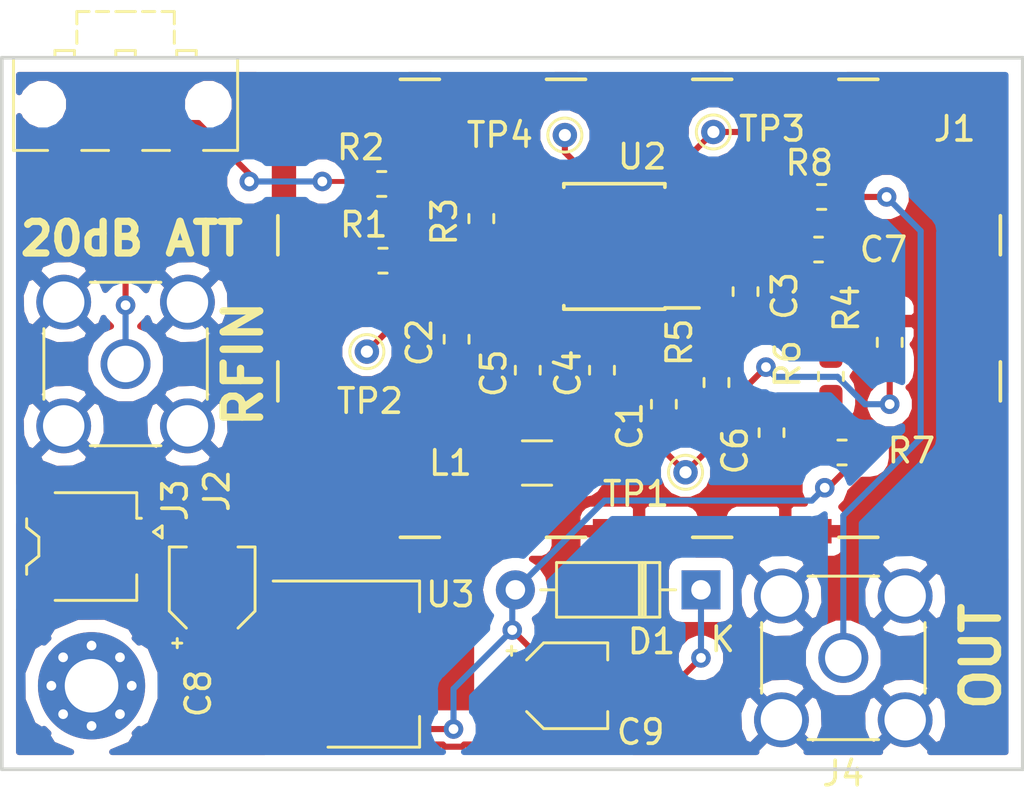
<source format=kicad_pcb>
(kicad_pcb (version 20171130) (host pcbnew "(5.0.1-3-g963ef8bb5)")

  (general
    (thickness 1.6)
    (drawings 7)
    (tracks 140)
    (zones 0)
    (modules 31)
    (nets 19)
  )

  (page A4)
  (title_block
    (title "AD8307 RF Power Sensor")
    (date 2018-08-28)
    (rev 1.0)
    (company "Alauda Projects")
  )

  (layers
    (0 F.Cu signal)
    (31 B.Cu signal)
    (32 B.Adhes user)
    (33 F.Adhes user)
    (34 B.Paste user)
    (35 F.Paste user)
    (36 B.SilkS user)
    (37 F.SilkS user)
    (38 B.Mask user)
    (39 F.Mask user)
    (40 Dwgs.User user)
    (41 Cmts.User user)
    (42 Eco1.User user)
    (43 Eco2.User user)
    (44 Edge.Cuts user)
    (45 Margin user)
    (46 B.CrtYd user)
    (47 F.CrtYd user)
    (48 B.Fab user)
    (49 F.Fab user)
  )

  (setup
    (last_trace_width 0.25)
    (trace_clearance 0.2)
    (zone_clearance 0.508)
    (zone_45_only no)
    (trace_min 0.2)
    (segment_width 0.2)
    (edge_width 0.15)
    (via_size 0.8)
    (via_drill 0.4)
    (via_min_size 0.4)
    (via_min_drill 0.3)
    (blind_buried_vias_allowed yes)
    (uvia_size 0.3)
    (uvia_drill 0.1)
    (uvias_allowed yes)
    (uvia_min_size 0.2)
    (uvia_min_drill 0.1)
    (pcb_text_width 0.3)
    (pcb_text_size 1.5 1.5)
    (mod_edge_width 0.15)
    (mod_text_size 1 1)
    (mod_text_width 0.15)
    (pad_size 4.4 4.4)
    (pad_drill 2.2)
    (pad_to_mask_clearance 0.2)
    (solder_mask_min_width 0.25)
    (aux_axis_origin 21.59 72.39)
    (visible_elements FFFFFF7F)
    (pcbplotparams
      (layerselection 0x3f0f0_ffffffff)
      (usegerberextensions false)
      (usegerberattributes true)
      (usegerberadvancedattributes false)
      (creategerberjobfile false)
      (excludeedgelayer false)
      (linewidth 0.150000)
      (plotframeref true)
      (viasonmask false)
      (mode 1)
      (useauxorigin false)
      (hpglpennumber 1)
      (hpglpenspeed 20)
      (hpglpendiameter 15.000000)
      (psnegative false)
      (psa4output false)
      (plotreference true)
      (plotvalue true)
      (plotinvisibletext true)
      (padsonsilk false)
      (subtractmaskfromsilk false)
      (outputformat 4)
      (mirror false)
      (drillshape 0)
      (scaleselection 1)
      (outputdirectory "03 Plots/"))
  )

  (net 0 "")
  (net 1 GND)
  (net 2 "Net-(U2-Pad3)")
  (net 3 "Net-(U2-Pad5)")
  (net 4 "Net-(C3-Pad1)")
  (net 5 "Net-(C4-Pad1)")
  (net 6 "Net-(C2-Pad1)")
  (net 7 "Net-(C1-Pad1)")
  (net 8 "Net-(C1-Pad2)")
  (net 9 "Net-(C2-Pad2)")
  (net 10 /+5_VCC)
  (net 11 "Net-(R1-Pad1)")
  (net 12 "Net-(R2-Pad1)")
  (net 13 "Net-(J2-Pad1)")
  (net 14 "Net-(SW1-Pad1)")
  (net 15 "Net-(C9-Pad1)")
  (net 16 "Net-(C8-Pad1)")
  (net 17 "Net-(J4-Pad1)")
  (net 18 "Net-(C7-Pad1)")

  (net_class Default "This is the default net class."
    (clearance 0.2)
    (trace_width 0.25)
    (via_dia 0.8)
    (via_drill 0.4)
    (uvia_dia 0.3)
    (uvia_drill 0.1)
    (add_net /+5_VCC)
    (add_net "Net-(C1-Pad1)")
    (add_net "Net-(C1-Pad2)")
    (add_net "Net-(C2-Pad1)")
    (add_net "Net-(C2-Pad2)")
    (add_net "Net-(C3-Pad1)")
    (add_net "Net-(C4-Pad1)")
    (add_net "Net-(C7-Pad1)")
    (add_net "Net-(C8-Pad1)")
    (add_net "Net-(C9-Pad1)")
    (add_net "Net-(J2-Pad1)")
    (add_net "Net-(J4-Pad1)")
    (add_net "Net-(SW1-Pad1)")
    (add_net "Net-(U2-Pad3)")
    (add_net "Net-(U2-Pad5)")
  )

  (net_class Small ""
    (clearance 0.2)
    (trace_width 0.2)
    (via_dia 0.8)
    (via_drill 0.4)
    (uvia_dia 0.3)
    (uvia_drill 0.1)
    (add_net GND)
    (add_net "Net-(R1-Pad1)")
    (add_net "Net-(R2-Pad1)")
  )

  (module Capacitor_SMD:C_0603_1608Metric (layer F.Cu) (tedit 5B8B0734) (tstamp 5BA2BB3B)
    (at 48.768 57.404 270)
    (descr "Capacitor SMD 0603 (1608 Metric), square (rectangular) end terminal, IPC_7351 nominal, (Body size source: http://www.tortai-tech.com/upload/download/2011102023233369053.pdf), generated with kicad-footprint-generator")
    (tags capacitor)
    (path /5B8497E5)
    (attr smd)
    (fp_text reference C1 (at 0.889 1.397 270) (layer F.SilkS)
      (effects (font (size 1 1) (thickness 0.15)))
    )
    (fp_text value 15p (at 0 1.43 270) (layer F.Fab) hide
      (effects (font (size 1 1) (thickness 0.15)))
    )
    (fp_text user %R (at 0 0 270) (layer F.Fab)
      (effects (font (size 0.4 0.4) (thickness 0.06)))
    )
    (fp_line (start 1.48 0.73) (end -1.48 0.73) (layer F.CrtYd) (width 0.05))
    (fp_line (start 1.48 -0.73) (end 1.48 0.73) (layer F.CrtYd) (width 0.05))
    (fp_line (start -1.48 -0.73) (end 1.48 -0.73) (layer F.CrtYd) (width 0.05))
    (fp_line (start -1.48 0.73) (end -1.48 -0.73) (layer F.CrtYd) (width 0.05))
    (fp_line (start -0.162779 0.51) (end 0.162779 0.51) (layer F.SilkS) (width 0.12))
    (fp_line (start -0.162779 -0.51) (end 0.162779 -0.51) (layer F.SilkS) (width 0.12))
    (fp_line (start 0.8 0.4) (end -0.8 0.4) (layer F.Fab) (width 0.1))
    (fp_line (start 0.8 -0.4) (end 0.8 0.4) (layer F.Fab) (width 0.1))
    (fp_line (start -0.8 -0.4) (end 0.8 -0.4) (layer F.Fab) (width 0.1))
    (fp_line (start -0.8 0.4) (end -0.8 -0.4) (layer F.Fab) (width 0.1))
    (pad 2 smd roundrect (at 0.7875 0 270) (size 0.875 0.95) (layers F.Cu F.Paste F.Mask) (roundrect_rratio 0.25)
      (net 8 "Net-(C1-Pad2)"))
    (pad 1 smd roundrect (at -0.7875 0 270) (size 0.875 0.95) (layers F.Cu F.Paste F.Mask) (roundrect_rratio 0.25)
      (net 7 "Net-(C1-Pad1)"))
    (model ${KISYS3DMOD}/Capacitor_SMD.3dshapes/C_0603_1608Metric.wrl
      (at (xyz 0 0 0))
      (scale (xyz 1 1 1))
      (rotate (xyz 0 0 0))
    )
  )

  (module Capacitor_SMD:C_0603_1608Metric (layer F.Cu) (tedit 5B8B0691) (tstamp 5B9090D5)
    (at 43.18 56.007 270)
    (descr "Capacitor SMD 0603 (1608 Metric), square (rectangular) end terminal, IPC_7351 nominal, (Body size source: http://www.tortai-tech.com/upload/download/2011102023233369053.pdf), generated with kicad-footprint-generator")
    (tags capacitor)
    (path /5B8580F9)
    (attr smd)
    (fp_text reference C5 (at 0.127 1.397 270) (layer F.SilkS)
      (effects (font (size 1 1) (thickness 0.15)))
    )
    (fp_text value 10n (at 0 1.43 270) (layer F.Fab) hide
      (effects (font (size 1 1) (thickness 0.15)))
    )
    (fp_text user %R (at 0 0 270) (layer F.Fab)
      (effects (font (size 0.4 0.4) (thickness 0.06)))
    )
    (fp_line (start 1.48 0.73) (end -1.48 0.73) (layer F.CrtYd) (width 0.05))
    (fp_line (start 1.48 -0.73) (end 1.48 0.73) (layer F.CrtYd) (width 0.05))
    (fp_line (start -1.48 -0.73) (end 1.48 -0.73) (layer F.CrtYd) (width 0.05))
    (fp_line (start -1.48 0.73) (end -1.48 -0.73) (layer F.CrtYd) (width 0.05))
    (fp_line (start -0.162779 0.51) (end 0.162779 0.51) (layer F.SilkS) (width 0.12))
    (fp_line (start -0.162779 -0.51) (end 0.162779 -0.51) (layer F.SilkS) (width 0.12))
    (fp_line (start 0.8 0.4) (end -0.8 0.4) (layer F.Fab) (width 0.1))
    (fp_line (start 0.8 -0.4) (end 0.8 0.4) (layer F.Fab) (width 0.1))
    (fp_line (start -0.8 -0.4) (end 0.8 -0.4) (layer F.Fab) (width 0.1))
    (fp_line (start -0.8 0.4) (end -0.8 -0.4) (layer F.Fab) (width 0.1))
    (pad 2 smd roundrect (at 0.7875 0 270) (size 0.875 0.95) (layers F.Cu F.Paste F.Mask) (roundrect_rratio 0.25)
      (net 1 GND))
    (pad 1 smd roundrect (at -0.7875 0 270) (size 0.875 0.95) (layers F.Cu F.Paste F.Mask) (roundrect_rratio 0.25)
      (net 5 "Net-(C4-Pad1)"))
    (model ${KISYS3DMOD}/Capacitor_SMD.3dshapes/C_0603_1608Metric.wrl
      (at (xyz 0 0 0))
      (scale (xyz 1 1 1))
      (rotate (xyz 0 0 0))
    )
  )

  (module Capacitor_SMD:C_0603_1608Metric (layer F.Cu) (tedit 5B8B0672) (tstamp 5B9090C7)
    (at 40.259 54.737 270)
    (descr "Capacitor SMD 0603 (1608 Metric), square (rectangular) end terminal, IPC_7351 nominal, (Body size source: http://www.tortai-tech.com/upload/download/2011102023233369053.pdf), generated with kicad-footprint-generator")
    (tags capacitor)
    (path /5B84AAE3)
    (attr smd)
    (fp_text reference C2 (at 0.127 1.524 270) (layer F.SilkS)
      (effects (font (size 1 1) (thickness 0.15)))
    )
    (fp_text value 10n (at 0 1.43 270) (layer F.Fab) hide
      (effects (font (size 1 1) (thickness 0.15)))
    )
    (fp_text user %R (at 0 0 270) (layer F.Fab)
      (effects (font (size 0.4 0.4) (thickness 0.06)))
    )
    (fp_line (start 1.48 0.73) (end -1.48 0.73) (layer F.CrtYd) (width 0.05))
    (fp_line (start 1.48 -0.73) (end 1.48 0.73) (layer F.CrtYd) (width 0.05))
    (fp_line (start -1.48 -0.73) (end 1.48 -0.73) (layer F.CrtYd) (width 0.05))
    (fp_line (start -1.48 0.73) (end -1.48 -0.73) (layer F.CrtYd) (width 0.05))
    (fp_line (start -0.162779 0.51) (end 0.162779 0.51) (layer F.SilkS) (width 0.12))
    (fp_line (start -0.162779 -0.51) (end 0.162779 -0.51) (layer F.SilkS) (width 0.12))
    (fp_line (start 0.8 0.4) (end -0.8 0.4) (layer F.Fab) (width 0.1))
    (fp_line (start 0.8 -0.4) (end 0.8 0.4) (layer F.Fab) (width 0.1))
    (fp_line (start -0.8 -0.4) (end 0.8 -0.4) (layer F.Fab) (width 0.1))
    (fp_line (start -0.8 0.4) (end -0.8 -0.4) (layer F.Fab) (width 0.1))
    (pad 2 smd roundrect (at 0.7875 0 270) (size 0.875 0.95) (layers F.Cu F.Paste F.Mask) (roundrect_rratio 0.25)
      (net 9 "Net-(C2-Pad2)"))
    (pad 1 smd roundrect (at -0.7875 0 270) (size 0.875 0.95) (layers F.Cu F.Paste F.Mask) (roundrect_rratio 0.25)
      (net 6 "Net-(C2-Pad1)"))
    (model ${KISYS3DMOD}/Capacitor_SMD.3dshapes/C_0603_1608Metric.wrl
      (at (xyz 0 0 0))
      (scale (xyz 1 1 1))
      (rotate (xyz 0 0 0))
    )
  )

  (module Capacitor_SMD:C_0603_1608Metric (layer F.Cu) (tedit 5B8B05DA) (tstamp 5BA2BB81)
    (at 55.118 51.054)
    (descr "Capacitor SMD 0603 (1608 Metric), square (rectangular) end terminal, IPC_7351 nominal, (Body size source: http://www.tortai-tech.com/upload/download/2011102023233369053.pdf), generated with kicad-footprint-generator")
    (tags capacitor)
    (path /5B860AFE)
    (attr smd)
    (fp_text reference C7 (at 2.667 0) (layer F.SilkS)
      (effects (font (size 1 1) (thickness 0.15)))
    )
    (fp_text value 1n (at 0 1.43) (layer F.Fab) hide
      (effects (font (size 1 1) (thickness 0.15)))
    )
    (fp_text user %R (at 0 0) (layer F.Fab)
      (effects (font (size 0.4 0.4) (thickness 0.06)))
    )
    (fp_line (start 1.48 0.73) (end -1.48 0.73) (layer F.CrtYd) (width 0.05))
    (fp_line (start 1.48 -0.73) (end 1.48 0.73) (layer F.CrtYd) (width 0.05))
    (fp_line (start -1.48 -0.73) (end 1.48 -0.73) (layer F.CrtYd) (width 0.05))
    (fp_line (start -1.48 0.73) (end -1.48 -0.73) (layer F.CrtYd) (width 0.05))
    (fp_line (start -0.162779 0.51) (end 0.162779 0.51) (layer F.SilkS) (width 0.12))
    (fp_line (start -0.162779 -0.51) (end 0.162779 -0.51) (layer F.SilkS) (width 0.12))
    (fp_line (start 0.8 0.4) (end -0.8 0.4) (layer F.Fab) (width 0.1))
    (fp_line (start 0.8 -0.4) (end 0.8 0.4) (layer F.Fab) (width 0.1))
    (fp_line (start -0.8 -0.4) (end 0.8 -0.4) (layer F.Fab) (width 0.1))
    (fp_line (start -0.8 0.4) (end -0.8 -0.4) (layer F.Fab) (width 0.1))
    (pad 2 smd roundrect (at 0.7875 0) (size 0.875 0.95) (layers F.Cu F.Paste F.Mask) (roundrect_rratio 0.25)
      (net 1 GND))
    (pad 1 smd roundrect (at -0.7875 0) (size 0.875 0.95) (layers F.Cu F.Paste F.Mask) (roundrect_rratio 0.25)
      (net 18 "Net-(C7-Pad1)"))
    (model ${KISYS3DMOD}/Capacitor_SMD.3dshapes/C_0603_1608Metric.wrl
      (at (xyz 0 0 0))
      (scale (xyz 1 1 1))
      (rotate (xyz 0 0 0))
    )
  )

  (module TestPoint:TestPoint_THTPad_D1.0mm_Drill0.5mm (layer F.Cu) (tedit 5B8B074E) (tstamp 5BA2B826)
    (at 44.704 46.355)
    (descr "THT pad as test Point, diameter 1.0mm, hole diameter 0.5mm")
    (tags "test point THT pad")
    (path /5B8B23AA)
    (attr virtual)
    (fp_text reference TP4 (at -2.667 0) (layer F.SilkS)
      (effects (font (size 1 1) (thickness 0.15)))
    )
    (fp_text value TestPoint (at 0 1.55) (layer F.Fab) hide
      (effects (font (size 1 1) (thickness 0.15)))
    )
    (fp_circle (center 0 0) (end 0 0.7) (layer F.SilkS) (width 0.12))
    (fp_circle (center 0 0) (end 1 0) (layer F.CrtYd) (width 0.05))
    (fp_text user %R (at 0 -1.45) (layer F.Fab) hide
      (effects (font (size 1 1) (thickness 0.15)))
    )
    (pad 1 thru_hole circle (at 0 0) (size 1 1) (drill 0.5) (layers *.Cu *.Mask)
      (net 5 "Net-(C4-Pad1)"))
  )

  (module TestPoint:TestPoint_THTPad_D1.0mm_Drill0.5mm (layer F.Cu) (tedit 5B8B0753) (tstamp 5BA2B81E)
    (at 50.8 46.228)
    (descr "THT pad as test Point, diameter 1.0mm, hole diameter 0.5mm")
    (tags "test point THT pad")
    (path /5B8B26FA)
    (attr virtual)
    (fp_text reference TP3 (at 2.413 -0.127) (layer F.SilkS)
      (effects (font (size 1 1) (thickness 0.15)))
    )
    (fp_text value TestPoint (at 0 1.55) (layer F.Fab) hide
      (effects (font (size 1 1) (thickness 0.15)))
    )
    (fp_text user %R (at 0 -1.45) (layer F.Fab) hide
      (effects (font (size 1 1) (thickness 0.15)))
    )
    (fp_circle (center 0 0) (end 1 0) (layer F.CrtYd) (width 0.05))
    (fp_circle (center 0 0) (end 0 0.7) (layer F.SilkS) (width 0.12))
    (pad 1 thru_hole circle (at 0 0) (size 1 1) (drill 0.5) (layers *.Cu *.Mask)
      (net 18 "Net-(C7-Pad1)"))
  )

  (module TestPoint:TestPoint_THTPad_D1.0mm_Drill0.5mm (layer F.Cu) (tedit 5B8B05FE) (tstamp 5BA2B816)
    (at 36.576 55.245)
    (descr "THT pad as test Point, diameter 1.0mm, hole diameter 0.5mm")
    (tags "test point THT pad")
    (path /5B8B1C4F)
    (attr virtual)
    (fp_text reference TP2 (at 0.127 2.032) (layer F.SilkS)
      (effects (font (size 1 1) (thickness 0.15)))
    )
    (fp_text value TestPoint (at 0 1.55) (layer F.Fab) hide
      (effects (font (size 1 1) (thickness 0.15)))
    )
    (fp_circle (center 0 0) (end 0 0.7) (layer F.SilkS) (width 0.12))
    (fp_circle (center 0 0) (end 1 0) (layer F.CrtYd) (width 0.05))
    (fp_text user %R (at 0 -1.45) (layer F.Fab)
      (effects (font (size 1 1) (thickness 0.15)))
    )
    (pad 1 thru_hole circle (at 0 0) (size 1 1) (drill 0.5) (layers *.Cu *.Mask)
      (net 6 "Net-(C2-Pad1)"))
  )

  (module TestPoint:TestPoint_THTPad_D1.0mm_Drill0.5mm (layer F.Cu) (tedit 5B8B0793) (tstamp 5BA2B80E)
    (at 49.657 60.198)
    (descr "THT pad as test Point, diameter 1.0mm, hole diameter 0.5mm")
    (tags "test point THT pad")
    (path /5B8B14DA)
    (attr virtual)
    (fp_text reference TP1 (at -2.032 0.889) (layer F.SilkS)
      (effects (font (size 1 1) (thickness 0.15)))
    )
    (fp_text value TestPoint (at 0 1.55) (layer F.Fab) hide
      (effects (font (size 1 1) (thickness 0.15)))
    )
    (fp_text user %R (at 0 -1.45) (layer F.Fab) hide
      (effects (font (size 1 1) (thickness 0.15)))
    )
    (fp_circle (center 0 0) (end 1 0) (layer F.CrtYd) (width 0.05))
    (fp_circle (center 0 0) (end 0 0.7) (layer F.SilkS) (width 0.12))
    (pad 1 thru_hole circle (at 0 0) (size 1 1) (drill 0.5) (layers *.Cu *.Mask)
      (net 8 "Net-(C1-Pad2)"))
  )

  (module Resistor_SMD:R_0603_1608Metric_Pad1.05x0.95mm_HandSolder (layer F.Cu) (tedit 5B8B058B) (tstamp 5B971E23)
    (at 55.245 48.895 180)
    (descr "Resistor SMD 0603 (1608 Metric), square (rectangular) end terminal, IPC_7351 nominal with elongated pad for handsoldering. (Body size source: http://www.tortai-tech.com/upload/download/2011102023233369053.pdf), generated with kicad-footprint-generator")
    (tags "resistor handsolder")
    (path /5B872A9C)
    (attr smd)
    (fp_text reference R8 (at 0.508 1.397 180) (layer F.SilkS)
      (effects (font (size 1 1) (thickness 0.15)))
    )
    (fp_text value 220 (at 0 1.43 180) (layer F.Fab) hide
      (effects (font (size 1 1) (thickness 0.15)))
    )
    (fp_text user %R (at 0 0 180) (layer F.Fab)
      (effects (font (size 0.4 0.4) (thickness 0.06)))
    )
    (fp_line (start 1.65 0.73) (end -1.65 0.73) (layer F.CrtYd) (width 0.05))
    (fp_line (start 1.65 -0.73) (end 1.65 0.73) (layer F.CrtYd) (width 0.05))
    (fp_line (start -1.65 -0.73) (end 1.65 -0.73) (layer F.CrtYd) (width 0.05))
    (fp_line (start -1.65 0.73) (end -1.65 -0.73) (layer F.CrtYd) (width 0.05))
    (fp_line (start -0.171267 0.51) (end 0.171267 0.51) (layer F.SilkS) (width 0.12))
    (fp_line (start -0.171267 -0.51) (end 0.171267 -0.51) (layer F.SilkS) (width 0.12))
    (fp_line (start 0.8 0.4) (end -0.8 0.4) (layer F.Fab) (width 0.1))
    (fp_line (start 0.8 -0.4) (end 0.8 0.4) (layer F.Fab) (width 0.1))
    (fp_line (start -0.8 -0.4) (end 0.8 -0.4) (layer F.Fab) (width 0.1))
    (fp_line (start -0.8 0.4) (end -0.8 -0.4) (layer F.Fab) (width 0.1))
    (pad 2 smd roundrect (at 0.875 0 180) (size 1.05 0.95) (layers F.Cu F.Paste F.Mask) (roundrect_rratio 0.25)
      (net 18 "Net-(C7-Pad1)"))
    (pad 1 smd roundrect (at -0.875 0 180) (size 1.05 0.95) (layers F.Cu F.Paste F.Mask) (roundrect_rratio 0.25)
      (net 17 "Net-(J4-Pad1)"))
    (model ${KISYS3DMOD}/Resistor_SMD.3dshapes/R_0603_1608Metric.wrl
      (at (xyz 0 0 0))
      (scale (xyz 1 1 1))
      (rotate (xyz 0 0 0))
    )
  )

  (module Resistor_SMD:R_0603_1608Metric_Pad1.05x0.95mm_HandSolder (layer F.Cu) (tedit 5B8B05F3) (tstamp 5B971E13)
    (at 56.0832 59.3852)
    (descr "Resistor SMD 0603 (1608 Metric), square (rectangular) end terminal, IPC_7351 nominal with elongated pad for handsoldering. (Body size source: http://www.tortai-tech.com/upload/download/2011102023233369053.pdf), generated with kicad-footprint-generator")
    (tags "resistor handsolder")
    (path /5B86DFA5)
    (attr smd)
    (fp_text reference R7 (at 2.8448 -0.0762) (layer F.SilkS)
      (effects (font (size 1 1) (thickness 0.15)))
    )
    (fp_text value 110 (at 0 1.43) (layer F.Fab) hide
      (effects (font (size 1 1) (thickness 0.15)))
    )
    (fp_line (start -0.8 0.4) (end -0.8 -0.4) (layer F.Fab) (width 0.1))
    (fp_line (start -0.8 -0.4) (end 0.8 -0.4) (layer F.Fab) (width 0.1))
    (fp_line (start 0.8 -0.4) (end 0.8 0.4) (layer F.Fab) (width 0.1))
    (fp_line (start 0.8 0.4) (end -0.8 0.4) (layer F.Fab) (width 0.1))
    (fp_line (start -0.171267 -0.51) (end 0.171267 -0.51) (layer F.SilkS) (width 0.12))
    (fp_line (start -0.171267 0.51) (end 0.171267 0.51) (layer F.SilkS) (width 0.12))
    (fp_line (start -1.65 0.73) (end -1.65 -0.73) (layer F.CrtYd) (width 0.05))
    (fp_line (start -1.65 -0.73) (end 1.65 -0.73) (layer F.CrtYd) (width 0.05))
    (fp_line (start 1.65 -0.73) (end 1.65 0.73) (layer F.CrtYd) (width 0.05))
    (fp_line (start 1.65 0.73) (end -1.65 0.73) (layer F.CrtYd) (width 0.05))
    (fp_text user %R (at 0 0) (layer F.Fab)
      (effects (font (size 0.4 0.4) (thickness 0.06)))
    )
    (pad 1 smd roundrect (at -0.875 0) (size 1.05 0.95) (layers F.Cu F.Paste F.Mask) (roundrect_rratio 0.25)
      (net 10 /+5_VCC))
    (pad 2 smd roundrect (at 0.875 0) (size 1.05 0.95) (layers F.Cu F.Paste F.Mask) (roundrect_rratio 0.25)
      (net 15 "Net-(C9-Pad1)"))
    (model ${KISYS3DMOD}/Resistor_SMD.3dshapes/R_0603_1608Metric.wrl
      (at (xyz 0 0 0))
      (scale (xyz 1 1 1))
      (rotate (xyz 0 0 0))
    )
  )

  (module Resistor_SMD:R_0603_1608Metric_Pad1.05x0.95mm_HandSolder (layer F.Cu) (tedit 5B8B05DE) (tstamp 5B971E03)
    (at 55.626 56.261 90)
    (descr "Resistor SMD 0603 (1608 Metric), square (rectangular) end terminal, IPC_7351 nominal with elongated pad for handsoldering. (Body size source: http://www.tortai-tech.com/upload/download/2011102023233369053.pdf), generated with kicad-footprint-generator")
    (tags "resistor handsolder")
    (path /5B8571E2)
    (attr smd)
    (fp_text reference R6 (at 0.508 -1.778 90) (layer F.SilkS)
      (effects (font (size 1 1) (thickness 0.15)))
    )
    (fp_text value 22 (at 0 1.43 90) (layer F.Fab) hide
      (effects (font (size 1 1) (thickness 0.15)))
    )
    (fp_text user %R (at 0 0 90) (layer F.Fab)
      (effects (font (size 0.4 0.4) (thickness 0.06)))
    )
    (fp_line (start 1.65 0.73) (end -1.65 0.73) (layer F.CrtYd) (width 0.05))
    (fp_line (start 1.65 -0.73) (end 1.65 0.73) (layer F.CrtYd) (width 0.05))
    (fp_line (start -1.65 -0.73) (end 1.65 -0.73) (layer F.CrtYd) (width 0.05))
    (fp_line (start -1.65 0.73) (end -1.65 -0.73) (layer F.CrtYd) (width 0.05))
    (fp_line (start -0.171267 0.51) (end 0.171267 0.51) (layer F.SilkS) (width 0.12))
    (fp_line (start -0.171267 -0.51) (end 0.171267 -0.51) (layer F.SilkS) (width 0.12))
    (fp_line (start 0.8 0.4) (end -0.8 0.4) (layer F.Fab) (width 0.1))
    (fp_line (start 0.8 -0.4) (end 0.8 0.4) (layer F.Fab) (width 0.1))
    (fp_line (start -0.8 -0.4) (end 0.8 -0.4) (layer F.Fab) (width 0.1))
    (fp_line (start -0.8 0.4) (end -0.8 -0.4) (layer F.Fab) (width 0.1))
    (pad 2 smd roundrect (at 0.875 0 90) (size 1.05 0.95) (layers F.Cu F.Paste F.Mask) (roundrect_rratio 0.25)
      (net 5 "Net-(C4-Pad1)"))
    (pad 1 smd roundrect (at -0.875 0 90) (size 1.05 0.95) (layers F.Cu F.Paste F.Mask) (roundrect_rratio 0.25)
      (net 10 /+5_VCC))
    (model ${KISYS3DMOD}/Resistor_SMD.3dshapes/R_0603_1608Metric.wrl
      (at (xyz 0 0 0))
      (scale (xyz 1 1 1))
      (rotate (xyz 0 0 0))
    )
  )

  (module Resistor_SMD:R_0603_1608Metric_Pad1.05x0.95mm_HandSolder (layer F.Cu) (tedit 5B8B05E7) (tstamp 5B971DF3)
    (at 50.927 56.515 90)
    (descr "Resistor SMD 0603 (1608 Metric), square (rectangular) end terminal, IPC_7351 nominal with elongated pad for handsoldering. (Body size source: http://www.tortai-tech.com/upload/download/2011102023233369053.pdf), generated with kicad-footprint-generator")
    (tags "resistor handsolder")
    (path /5B848FC8)
    (attr smd)
    (fp_text reference R5 (at 1.651 -1.524 90) (layer F.SilkS)
      (effects (font (size 1 1) (thickness 0.15)))
    )
    (fp_text value 470 (at 0 1.43 90) (layer F.Fab) hide
      (effects (font (size 1 1) (thickness 0.15)))
    )
    (fp_line (start -0.8 0.4) (end -0.8 -0.4) (layer F.Fab) (width 0.1))
    (fp_line (start -0.8 -0.4) (end 0.8 -0.4) (layer F.Fab) (width 0.1))
    (fp_line (start 0.8 -0.4) (end 0.8 0.4) (layer F.Fab) (width 0.1))
    (fp_line (start 0.8 0.4) (end -0.8 0.4) (layer F.Fab) (width 0.1))
    (fp_line (start -0.171267 -0.51) (end 0.171267 -0.51) (layer F.SilkS) (width 0.12))
    (fp_line (start -0.171267 0.51) (end 0.171267 0.51) (layer F.SilkS) (width 0.12))
    (fp_line (start -1.65 0.73) (end -1.65 -0.73) (layer F.CrtYd) (width 0.05))
    (fp_line (start -1.65 -0.73) (end 1.65 -0.73) (layer F.CrtYd) (width 0.05))
    (fp_line (start 1.65 -0.73) (end 1.65 0.73) (layer F.CrtYd) (width 0.05))
    (fp_line (start 1.65 0.73) (end -1.65 0.73) (layer F.CrtYd) (width 0.05))
    (fp_text user %R (at 0 0 90) (layer F.Fab)
      (effects (font (size 0.4 0.4) (thickness 0.06)))
    )
    (pad 1 smd roundrect (at -0.875 0 90) (size 1.05 0.95) (layers F.Cu F.Paste F.Mask) (roundrect_rratio 0.25)
      (net 7 "Net-(C1-Pad1)"))
    (pad 2 smd roundrect (at 0.875 0 90) (size 1.05 0.95) (layers F.Cu F.Paste F.Mask) (roundrect_rratio 0.25)
      (net 8 "Net-(C1-Pad2)"))
    (model ${KISYS3DMOD}/Resistor_SMD.3dshapes/R_0603_1608Metric.wrl
      (at (xyz 0 0 0))
      (scale (xyz 1 1 1))
      (rotate (xyz 0 0 0))
    )
  )

  (module Resistor_SMD:R_0603_1608Metric_Pad1.05x0.95mm_HandSolder (layer F.Cu) (tedit 5B8B05E1) (tstamp 5B971DE3)
    (at 58.039 54.864 90)
    (descr "Resistor SMD 0603 (1608 Metric), square (rectangular) end terminal, IPC_7351 nominal with elongated pad for handsoldering. (Body size source: http://www.tortai-tech.com/upload/download/2011102023233369053.pdf), generated with kicad-footprint-generator")
    (tags "resistor handsolder")
    (path /5B848F74)
    (attr smd)
    (fp_text reference R4 (at 1.397 -1.778 90) (layer F.SilkS)
      (effects (font (size 1 1) (thickness 0.15)))
    )
    (fp_text value 53 (at 0 1.43 90) (layer F.Fab) hide
      (effects (font (size 1 1) (thickness 0.15)))
    )
    (fp_text user %R (at 0 0 90) (layer F.Fab)
      (effects (font (size 0.4 0.4) (thickness 0.06)))
    )
    (fp_line (start 1.65 0.73) (end -1.65 0.73) (layer F.CrtYd) (width 0.05))
    (fp_line (start 1.65 -0.73) (end 1.65 0.73) (layer F.CrtYd) (width 0.05))
    (fp_line (start -1.65 -0.73) (end 1.65 -0.73) (layer F.CrtYd) (width 0.05))
    (fp_line (start -1.65 0.73) (end -1.65 -0.73) (layer F.CrtYd) (width 0.05))
    (fp_line (start -0.171267 0.51) (end 0.171267 0.51) (layer F.SilkS) (width 0.12))
    (fp_line (start -0.171267 -0.51) (end 0.171267 -0.51) (layer F.SilkS) (width 0.12))
    (fp_line (start 0.8 0.4) (end -0.8 0.4) (layer F.Fab) (width 0.1))
    (fp_line (start 0.8 -0.4) (end 0.8 0.4) (layer F.Fab) (width 0.1))
    (fp_line (start -0.8 -0.4) (end 0.8 -0.4) (layer F.Fab) (width 0.1))
    (fp_line (start -0.8 0.4) (end -0.8 -0.4) (layer F.Fab) (width 0.1))
    (pad 2 smd roundrect (at 0.875 0 90) (size 1.05 0.95) (layers F.Cu F.Paste F.Mask) (roundrect_rratio 0.25)
      (net 1 GND))
    (pad 1 smd roundrect (at -0.875 0 90) (size 1.05 0.95) (layers F.Cu F.Paste F.Mask) (roundrect_rratio 0.25)
      (net 8 "Net-(C1-Pad2)"))
    (model ${KISYS3DMOD}/Resistor_SMD.3dshapes/R_0603_1608Metric.wrl
      (at (xyz 0 0 0))
      (scale (xyz 1 1 1))
      (rotate (xyz 0 0 0))
    )
  )

  (module Resistor_SMD:R_0603_1608Metric_Pad1.05x0.95mm_HandSolder (layer F.Cu) (tedit 5B8B0613) (tstamp 5B971DD3)
    (at 41.275 49.784 270)
    (descr "Resistor SMD 0603 (1608 Metric), square (rectangular) end terminal, IPC_7351 nominal with elongated pad for handsoldering. (Body size source: http://www.tortai-tech.com/upload/download/2011102023233369053.pdf), generated with kicad-footprint-generator")
    (tags "resistor handsolder")
    (path /5B84798C)
    (attr smd)
    (fp_text reference R3 (at 0.127 1.524 270) (layer F.SilkS)
      (effects (font (size 1 1) (thickness 0.15)))
    )
    (fp_text value 61 (at 0 1.43 270) (layer F.Fab) hide
      (effects (font (size 1 1) (thickness 0.15)))
    )
    (fp_line (start -0.8 0.4) (end -0.8 -0.4) (layer F.Fab) (width 0.1))
    (fp_line (start -0.8 -0.4) (end 0.8 -0.4) (layer F.Fab) (width 0.1))
    (fp_line (start 0.8 -0.4) (end 0.8 0.4) (layer F.Fab) (width 0.1))
    (fp_line (start 0.8 0.4) (end -0.8 0.4) (layer F.Fab) (width 0.1))
    (fp_line (start -0.171267 -0.51) (end 0.171267 -0.51) (layer F.SilkS) (width 0.12))
    (fp_line (start -0.171267 0.51) (end 0.171267 0.51) (layer F.SilkS) (width 0.12))
    (fp_line (start -1.65 0.73) (end -1.65 -0.73) (layer F.CrtYd) (width 0.05))
    (fp_line (start -1.65 -0.73) (end 1.65 -0.73) (layer F.CrtYd) (width 0.05))
    (fp_line (start 1.65 -0.73) (end 1.65 0.73) (layer F.CrtYd) (width 0.05))
    (fp_line (start 1.65 0.73) (end -1.65 0.73) (layer F.CrtYd) (width 0.05))
    (fp_text user %R (at 0 0 270) (layer F.Fab)
      (effects (font (size 0.4 0.4) (thickness 0.06)))
    )
    (pad 1 smd roundrect (at -0.875 0 270) (size 1.05 0.95) (layers F.Cu F.Paste F.Mask) (roundrect_rratio 0.25)
      (net 12 "Net-(R2-Pad1)"))
    (pad 2 smd roundrect (at 0.875 0 270) (size 1.05 0.95) (layers F.Cu F.Paste F.Mask) (roundrect_rratio 0.25)
      (net 1 GND))
    (model ${KISYS3DMOD}/Resistor_SMD.3dshapes/R_0603_1608Metric.wrl
      (at (xyz 0 0 0))
      (scale (xyz 1 1 1))
      (rotate (xyz 0 0 0))
    )
  )

  (module Resistor_SMD:R_0603_1608Metric_Pad1.05x0.95mm_HandSolder (layer F.Cu) (tedit 5B8B061F) (tstamp 5B971DC3)
    (at 37.1856 48.3616 180)
    (descr "Resistor SMD 0603 (1608 Metric), square (rectangular) end terminal, IPC_7351 nominal with elongated pad for handsoldering. (Body size source: http://www.tortai-tech.com/upload/download/2011102023233369053.pdf), generated with kicad-footprint-generator")
    (tags "resistor handsolder")
    (path /5B8478BE)
    (attr smd)
    (fp_text reference R2 (at 0.8636 1.4986 180) (layer F.SilkS)
      (effects (font (size 1 1) (thickness 0.15)))
    )
    (fp_text value 248 (at 0 1.43 180) (layer F.Fab) hide
      (effects (font (size 1 1) (thickness 0.15)))
    )
    (fp_text user %R (at 0 0 180) (layer F.Fab)
      (effects (font (size 0.4 0.4) (thickness 0.06)))
    )
    (fp_line (start 1.65 0.73) (end -1.65 0.73) (layer F.CrtYd) (width 0.05))
    (fp_line (start 1.65 -0.73) (end 1.65 0.73) (layer F.CrtYd) (width 0.05))
    (fp_line (start -1.65 -0.73) (end 1.65 -0.73) (layer F.CrtYd) (width 0.05))
    (fp_line (start -1.65 0.73) (end -1.65 -0.73) (layer F.CrtYd) (width 0.05))
    (fp_line (start -0.171267 0.51) (end 0.171267 0.51) (layer F.SilkS) (width 0.12))
    (fp_line (start -0.171267 -0.51) (end 0.171267 -0.51) (layer F.SilkS) (width 0.12))
    (fp_line (start 0.8 0.4) (end -0.8 0.4) (layer F.Fab) (width 0.1))
    (fp_line (start 0.8 -0.4) (end 0.8 0.4) (layer F.Fab) (width 0.1))
    (fp_line (start -0.8 -0.4) (end 0.8 -0.4) (layer F.Fab) (width 0.1))
    (fp_line (start -0.8 0.4) (end -0.8 -0.4) (layer F.Fab) (width 0.1))
    (pad 2 smd roundrect (at 0.875 0 180) (size 1.05 0.95) (layers F.Cu F.Paste F.Mask) (roundrect_rratio 0.25)
      (net 11 "Net-(R1-Pad1)"))
    (pad 1 smd roundrect (at -0.875 0 180) (size 1.05 0.95) (layers F.Cu F.Paste F.Mask) (roundrect_rratio 0.25)
      (net 12 "Net-(R2-Pad1)"))
    (model ${KISYS3DMOD}/Resistor_SMD.3dshapes/R_0603_1608Metric.wrl
      (at (xyz 0 0 0))
      (scale (xyz 1 1 1))
      (rotate (xyz 0 0 0))
    )
  )

  (module Resistor_SMD:R_0603_1608Metric_Pad1.05x0.95mm_HandSolder (layer F.Cu) (tedit 5B8B0610) (tstamp 5B971DB3)
    (at 37.2364 51.5112)
    (descr "Resistor SMD 0603 (1608 Metric), square (rectangular) end terminal, IPC_7351 nominal with elongated pad for handsoldering. (Body size source: http://www.tortai-tech.com/upload/download/2011102023233369053.pdf), generated with kicad-footprint-generator")
    (tags "resistor handsolder")
    (path /5B847946)
    (attr smd)
    (fp_text reference R1 (at -0.7874 -1.4732) (layer F.SilkS)
      (effects (font (size 1 1) (thickness 0.15)))
    )
    (fp_text value 61 (at 0 1.43) (layer F.Fab) hide
      (effects (font (size 1 1) (thickness 0.15)))
    )
    (fp_line (start -0.8 0.4) (end -0.8 -0.4) (layer F.Fab) (width 0.1))
    (fp_line (start -0.8 -0.4) (end 0.8 -0.4) (layer F.Fab) (width 0.1))
    (fp_line (start 0.8 -0.4) (end 0.8 0.4) (layer F.Fab) (width 0.1))
    (fp_line (start 0.8 0.4) (end -0.8 0.4) (layer F.Fab) (width 0.1))
    (fp_line (start -0.171267 -0.51) (end 0.171267 -0.51) (layer F.SilkS) (width 0.12))
    (fp_line (start -0.171267 0.51) (end 0.171267 0.51) (layer F.SilkS) (width 0.12))
    (fp_line (start -1.65 0.73) (end -1.65 -0.73) (layer F.CrtYd) (width 0.05))
    (fp_line (start -1.65 -0.73) (end 1.65 -0.73) (layer F.CrtYd) (width 0.05))
    (fp_line (start 1.65 -0.73) (end 1.65 0.73) (layer F.CrtYd) (width 0.05))
    (fp_line (start 1.65 0.73) (end -1.65 0.73) (layer F.CrtYd) (width 0.05))
    (fp_text user %R (at 0 0) (layer F.Fab)
      (effects (font (size 0.4 0.4) (thickness 0.06)))
    )
    (pad 1 smd roundrect (at -0.875 0) (size 1.05 0.95) (layers F.Cu F.Paste F.Mask) (roundrect_rratio 0.25)
      (net 11 "Net-(R1-Pad1)"))
    (pad 2 smd roundrect (at 0.875 0) (size 1.05 0.95) (layers F.Cu F.Paste F.Mask) (roundrect_rratio 0.25)
      (net 1 GND))
    (model ${KISYS3DMOD}/Resistor_SMD.3dshapes/R_0603_1608Metric.wrl
      (at (xyz 0 0 0))
      (scale (xyz 1 1 1))
      (rotate (xyz 0 0 0))
    )
  )

  (module Capacitor_SMD:C_0603_1608Metric (layer F.Cu) (tedit 5B8B05F0) (tstamp 5B971BB9)
    (at 53.1876 58.5724 270)
    (descr "Capacitor SMD 0603 (1608 Metric), square (rectangular) end terminal, IPC_7351 nominal, (Body size source: http://www.tortai-tech.com/upload/download/2011102023233369053.pdf), generated with kicad-footprint-generator")
    (tags capacitor)
    (path /5B85A8A0)
    (attr smd)
    (fp_text reference C6 (at 0.7366 1.4986 270) (layer F.SilkS)
      (effects (font (size 1 1) (thickness 0.15)))
    )
    (fp_text value 100n (at 0 1.43 270) (layer F.Fab) hide
      (effects (font (size 1 1) (thickness 0.15)))
    )
    (fp_line (start -0.8 0.4) (end -0.8 -0.4) (layer F.Fab) (width 0.1))
    (fp_line (start -0.8 -0.4) (end 0.8 -0.4) (layer F.Fab) (width 0.1))
    (fp_line (start 0.8 -0.4) (end 0.8 0.4) (layer F.Fab) (width 0.1))
    (fp_line (start 0.8 0.4) (end -0.8 0.4) (layer F.Fab) (width 0.1))
    (fp_line (start -0.162779 -0.51) (end 0.162779 -0.51) (layer F.SilkS) (width 0.12))
    (fp_line (start -0.162779 0.51) (end 0.162779 0.51) (layer F.SilkS) (width 0.12))
    (fp_line (start -1.48 0.73) (end -1.48 -0.73) (layer F.CrtYd) (width 0.05))
    (fp_line (start -1.48 -0.73) (end 1.48 -0.73) (layer F.CrtYd) (width 0.05))
    (fp_line (start 1.48 -0.73) (end 1.48 0.73) (layer F.CrtYd) (width 0.05))
    (fp_line (start 1.48 0.73) (end -1.48 0.73) (layer F.CrtYd) (width 0.05))
    (fp_text user %R (at 0 0 270) (layer F.Fab)
      (effects (font (size 0.4 0.4) (thickness 0.06)))
    )
    (pad 1 smd roundrect (at -0.7875 0 270) (size 0.875 0.95) (layers F.Cu F.Paste F.Mask) (roundrect_rratio 0.25)
      (net 10 /+5_VCC))
    (pad 2 smd roundrect (at 0.7875 0 270) (size 0.875 0.95) (layers F.Cu F.Paste F.Mask) (roundrect_rratio 0.25)
      (net 1 GND))
    (model ${KISYS3DMOD}/Capacitor_SMD.3dshapes/C_0603_1608Metric.wrl
      (at (xyz 0 0 0))
      (scale (xyz 1 1 1))
      (rotate (xyz 0 0 0))
    )
  )

  (module Capacitor_SMD:C_0603_1608Metric (layer F.Cu) (tedit 5B8B026E) (tstamp 5B971BA9)
    (at 46.228 56.007 270)
    (descr "Capacitor SMD 0603 (1608 Metric), square (rectangular) end terminal, IPC_7351 nominal, (Body size source: http://www.tortai-tech.com/upload/download/2011102023233369053.pdf), generated with kicad-footprint-generator")
    (tags capacitor)
    (path /5B8580AC)
    (attr smd)
    (fp_text reference C4 (at 0.127 1.397 270) (layer F.SilkS)
      (effects (font (size 1 1) (thickness 0.15)))
    )
    (fp_text value 100n (at 0 1.43 270) (layer F.Fab) hide
      (effects (font (size 1 1) (thickness 0.15)))
    )
    (fp_text user %R (at 0 0 270) (layer F.Fab)
      (effects (font (size 0.4 0.4) (thickness 0.06)))
    )
    (fp_line (start 1.48 0.73) (end -1.48 0.73) (layer F.CrtYd) (width 0.05))
    (fp_line (start 1.48 -0.73) (end 1.48 0.73) (layer F.CrtYd) (width 0.05))
    (fp_line (start -1.48 -0.73) (end 1.48 -0.73) (layer F.CrtYd) (width 0.05))
    (fp_line (start -1.48 0.73) (end -1.48 -0.73) (layer F.CrtYd) (width 0.05))
    (fp_line (start -0.162779 0.51) (end 0.162779 0.51) (layer F.SilkS) (width 0.12))
    (fp_line (start -0.162779 -0.51) (end 0.162779 -0.51) (layer F.SilkS) (width 0.12))
    (fp_line (start 0.8 0.4) (end -0.8 0.4) (layer F.Fab) (width 0.1))
    (fp_line (start 0.8 -0.4) (end 0.8 0.4) (layer F.Fab) (width 0.1))
    (fp_line (start -0.8 -0.4) (end 0.8 -0.4) (layer F.Fab) (width 0.1))
    (fp_line (start -0.8 0.4) (end -0.8 -0.4) (layer F.Fab) (width 0.1))
    (pad 2 smd roundrect (at 0.7875 0 270) (size 0.875 0.95) (layers F.Cu F.Paste F.Mask) (roundrect_rratio 0.25)
      (net 1 GND))
    (pad 1 smd roundrect (at -0.7875 0 270) (size 0.875 0.95) (layers F.Cu F.Paste F.Mask) (roundrect_rratio 0.25)
      (net 5 "Net-(C4-Pad1)"))
    (model ${KISYS3DMOD}/Capacitor_SMD.3dshapes/C_0603_1608Metric.wrl
      (at (xyz 0 0 0))
      (scale (xyz 1 1 1))
      (rotate (xyz 0 0 0))
    )
  )

  (module Capacitor_SMD:C_0603_1608Metric (layer F.Cu) (tedit 5B8B05D7) (tstamp 5B971B99)
    (at 52.1208 52.7812 90)
    (descr "Capacitor SMD 0603 (1608 Metric), square (rectangular) end terminal, IPC_7351 nominal, (Body size source: http://www.tortai-tech.com/upload/download/2011102023233369053.pdf), generated with kicad-footprint-generator")
    (tags capacitor)
    (path /5B84679C)
    (attr smd)
    (fp_text reference C3 (at -0.1778 1.6002 90) (layer F.SilkS)
      (effects (font (size 1 1) (thickness 0.15)))
    )
    (fp_text value 100n (at 0 1.43 90) (layer F.Fab) hide
      (effects (font (size 1 1) (thickness 0.15)))
    )
    (fp_line (start -0.8 0.4) (end -0.8 -0.4) (layer F.Fab) (width 0.1))
    (fp_line (start -0.8 -0.4) (end 0.8 -0.4) (layer F.Fab) (width 0.1))
    (fp_line (start 0.8 -0.4) (end 0.8 0.4) (layer F.Fab) (width 0.1))
    (fp_line (start 0.8 0.4) (end -0.8 0.4) (layer F.Fab) (width 0.1))
    (fp_line (start -0.162779 -0.51) (end 0.162779 -0.51) (layer F.SilkS) (width 0.12))
    (fp_line (start -0.162779 0.51) (end 0.162779 0.51) (layer F.SilkS) (width 0.12))
    (fp_line (start -1.48 0.73) (end -1.48 -0.73) (layer F.CrtYd) (width 0.05))
    (fp_line (start -1.48 -0.73) (end 1.48 -0.73) (layer F.CrtYd) (width 0.05))
    (fp_line (start 1.48 -0.73) (end 1.48 0.73) (layer F.CrtYd) (width 0.05))
    (fp_line (start 1.48 0.73) (end -1.48 0.73) (layer F.CrtYd) (width 0.05))
    (fp_text user %R (at 0 0 90) (layer F.Fab)
      (effects (font (size 0.4 0.4) (thickness 0.06)))
    )
    (pad 1 smd roundrect (at -0.7875 0 90) (size 0.875 0.95) (layers F.Cu F.Paste F.Mask) (roundrect_rratio 0.25)
      (net 4 "Net-(C3-Pad1)"))
    (pad 2 smd roundrect (at 0.7875 0 90) (size 0.875 0.95) (layers F.Cu F.Paste F.Mask) (roundrect_rratio 0.25)
      (net 1 GND))
    (model ${KISYS3DMOD}/Capacitor_SMD.3dshapes/C_0603_1608Metric.wrl
      (at (xyz 0 0 0))
      (scale (xyz 1 1 1))
      (rotate (xyz 0 0 0))
    )
  )

  (module Connector_JST:JST_ACH_BBM02B-ACHSS-GAN-ETF_1x02-1MP_P1.20mm_Vertical (layer F.Cu) (tedit 5B85770E) (tstamp 5BAA4EEF)
    (at 25.019 63.246 270)
    (descr "JST ACH series connector, BBM02B-ACHSS-GAN-ETF (http://www.jst-mfg.com/product/pdf/eng/eACH.pdf), generated with kicad-footprint-generator")
    (tags "connector JST ACH side entry")
    (path /5B86C3AB)
    (attr smd)
    (fp_text reference J3 (at -1.905 -3.683 270) (layer F.SilkS)
      (effects (font (size 1 1) (thickness 0.15)))
    )
    (fp_text value Conn_01x02_Female (at 0 3.5 270) (layer F.Fab) hide
      (effects (font (size 1 1) (thickness 0.15)))
    )
    (fp_line (start -2.1 -2) (end 2.1 -2) (layer F.Fab) (width 0.1))
    (fp_line (start -2.21 1.24) (end -2.21 -2.11) (layer F.SilkS) (width 0.12))
    (fp_line (start -2.21 -2.11) (end -1.16 -2.11) (layer F.SilkS) (width 0.12))
    (fp_line (start -1.16 -2.11) (end -1.16 -2.3) (layer F.SilkS) (width 0.12))
    (fp_line (start 2.21 1.24) (end 2.21 -2.11) (layer F.SilkS) (width 0.12))
    (fp_line (start 2.21 -2.11) (end 1.16 -2.11) (layer F.SilkS) (width 0.12))
    (fp_line (start -1.14 2.41) (end -0.79 2.41) (layer F.SilkS) (width 0.12))
    (fp_line (start -0.79 2.41) (end -0.39 1.91) (layer F.SilkS) (width 0.12))
    (fp_line (start -0.39 1.91) (end 0.39 1.91) (layer F.SilkS) (width 0.12))
    (fp_line (start 0.39 1.91) (end 0.79 2.41) (layer F.SilkS) (width 0.12))
    (fp_line (start 0.79 2.41) (end 1.14 2.41) (layer F.SilkS) (width 0.12))
    (fp_line (start -2.1 2.3) (end -0.9 2.3) (layer F.Fab) (width 0.1))
    (fp_line (start -0.9 2.3) (end -0.5 1.8) (layer F.Fab) (width 0.1))
    (fp_line (start -0.5 1.8) (end 0.5 1.8) (layer F.Fab) (width 0.1))
    (fp_line (start 0.5 1.8) (end 0.9 2.3) (layer F.Fab) (width 0.1))
    (fp_line (start 0.9 2.3) (end 2.1 2.3) (layer F.Fab) (width 0.1))
    (fp_line (start -2.1 -2) (end -2.1 2.3) (layer F.Fab) (width 0.1))
    (fp_line (start 2.1 -2) (end 2.1 2.3) (layer F.Fab) (width 0.1))
    (fp_line (start -2.6 -2.8) (end -2.6 2.8) (layer F.CrtYd) (width 0.05))
    (fp_line (start -2.6 2.8) (end 2.6 2.8) (layer F.CrtYd) (width 0.05))
    (fp_line (start 2.6 2.8) (end 2.6 -2.8) (layer F.CrtYd) (width 0.05))
    (fp_line (start 2.6 -2.8) (end -2.6 -2.8) (layer F.CrtYd) (width 0.05))
    (fp_line (start -1.1 -2) (end -0.6 -1.292893) (layer F.Fab) (width 0.1))
    (fp_line (start -0.6 -1.292893) (end -0.1 -2) (layer F.Fab) (width 0.1))
    (fp_line (start -0.85 -3.153553) (end -0.6 -2.8) (layer F.SilkS) (width 0.12))
    (fp_line (start -0.6 -2.8) (end -0.35 -3.153553) (layer F.SilkS) (width 0.12))
    (fp_line (start -0.35 -3.153553) (end -0.85 -3.153553) (layer F.SilkS) (width 0.12))
    (fp_text user %R (at 0 0 270) (layer F.Fab) hide
      (effects (font (size 1 1) (thickness 0.15)))
    )
    (pad 1 smd rect (at -0.6 -1.875 270) (size 0.6 0.85) (layers F.Cu F.Paste F.Mask)
      (net 1 GND))
    (pad 2 smd rect (at 0.6 -1.875 270) (size 0.6 0.85) (layers F.Cu F.Paste F.Mask)
      (net 16 "Net-(C8-Pad1)"))
    (pad MP smd rect (at -1.75 1.9 270) (size 0.7 0.8) (layers F.Cu F.Paste F.Mask))
    (pad MP smd rect (at 1.75 1.9 270) (size 0.7 0.8) (layers F.Cu F.Paste F.Mask))
    (model "${KIPRJMOD}/06 Step/JST_SM02B-SRSS-TB.step"
      (offset (xyz 0 -3 0))
      (scale (xyz 1 1 1))
      (rotate (xyz -90 0 180))
    )
  )

  (module RF_Shielding:Laird_Technologies_BMI-S-209-F_29.36x18.50mm locked (layer F.Cu) (tedit 5B8B0B2F) (tstamp 5BAAA6FE)
    (at 47.752 53.467)
    (descr "Laird Technologies BMI-S-209-F Shielding Cabinet Two Piece SMD 29.36x18.50mm")
    (tags "Shielding Cabinet")
    (path /5B82EA27)
    (attr smd)
    (fp_text reference J1 (at 12.954 -7.366) (layer F.SilkS)
      (effects (font (size 1 1) (thickness 0.15)))
    )
    (fp_text value RF_Shield_One_Piece (at 0 10.65) (layer F.Fab) hide
      (effects (font (size 1 1) (thickness 0.15)))
    )
    (fp_line (start 14.83 2.2) (end 14.83 3.8) (layer F.SilkS) (width 0.15))
    (fp_line (start -14.83 2.2) (end -14.83 3.8) (layer F.SilkS) (width 0.15))
    (fp_line (start 14.83 -3.8) (end 14.83 -2.2) (layer F.SilkS) (width 0.15))
    (fp_line (start -14.83 -3.8) (end -14.83 -2.2) (layer F.SilkS) (width 0.15))
    (fp_line (start 8.2 9.4) (end 9.8 9.4) (layer F.SilkS) (width 0.15))
    (fp_line (start 8.2 -9.4) (end 9.8 -9.4) (layer F.SilkS) (width 0.15))
    (fp_line (start 2.2 9.4) (end 3.8 9.4) (layer F.SilkS) (width 0.15))
    (fp_line (start 2.2 -9.4) (end 3.8 -9.4) (layer F.SilkS) (width 0.15))
    (fp_line (start -3.8 9.4) (end -2.2 9.4) (layer F.SilkS) (width 0.15))
    (fp_line (start -3.8 -9.4) (end -2.2 -9.4) (layer F.SilkS) (width 0.15))
    (fp_line (start -9.8 9.4) (end -8.2 9.4) (layer F.SilkS) (width 0.15))
    (fp_line (start -9.8 -9.4) (end -8.2 -9.4) (layer F.SilkS) (width 0.15))
    (fp_line (start 14.68 -9.25) (end -14.68 -9.25) (layer F.Fab) (width 0.15))
    (fp_line (start 14.68 9.25) (end 14.68 -9.25) (layer F.Fab) (width 0.15))
    (fp_line (start -14.68 9.25) (end 14.68 9.25) (layer F.Fab) (width 0.15))
    (fp_line (start -14.68 -9.25) (end -14.68 9.25) (layer F.Fab) (width 0.15))
    (fp_line (start 15.35 -9.9) (end -15.35 -9.9) (layer F.CrtYd) (width 0.05))
    (fp_line (start 15.35 9.9) (end 15.35 -9.9) (layer F.CrtYd) (width 0.05))
    (fp_line (start -15.35 9.9) (end 15.35 9.9) (layer F.CrtYd) (width 0.05))
    (fp_line (start -15.35 -9.9) (end -15.35 9.9) (layer F.CrtYd) (width 0.05))
    (fp_text user %R (at 0 0) (layer F.Fab) hide
      (effects (font (size 1 1) (thickness 0.15)))
    )
    (pad 1 smd rect (at 14.58 6.375) (size 1 4.55) (layers F.Cu F.Mask)
      (net 1 GND))
    (pad 1 smd rect (at -14.58 6.375) (size 1 4.55) (layers F.Cu F.Mask)
      (net 1 GND))
    (pad 1 smd rect (at 14.58 0) (size 1 3.8) (layers F.Cu F.Mask)
      (net 1 GND))
    (pad 1 smd rect (at -14.58 0) (size 1 3.8) (layers F.Cu F.Mask)
      (net 1 GND))
    (pad 1 smd rect (at 14.58 -6.375) (size 1 4.55) (layers F.Cu F.Mask)
      (net 1 GND))
    (pad 1 smd rect (at -14.58 -6.375) (size 1 4.55) (layers F.Cu F.Mask)
      (net 1 GND))
    (pad 1 smd rect (at 12.09 9.15) (size 3.98 1) (layers F.Cu F.Mask)
      (net 1 GND))
    (pad 1 smd rect (at 12.09 -9.15) (size 3.98 1) (layers F.Cu F.Mask)
      (net 1 GND))
    (pad 1 smd rect (at 6 9.15) (size 3.8 1) (layers F.Cu F.Mask)
      (net 1 GND))
    (pad 1 smd rect (at 6 -9.15) (size 3.8 1) (layers F.Cu F.Mask)
      (net 1 GND))
    (pad 1 smd rect (at 0 9.15) (size 3.8 1) (layers F.Cu F.Mask)
      (net 1 GND))
    (pad 1 smd rect (at 0 -9.15) (size 3.8 1) (layers F.Cu F.Mask)
      (net 1 GND))
    (pad 1 smd rect (at -6 9.15) (size 3.8 1) (layers F.Cu F.Mask)
      (net 1 GND))
    (pad 1 smd rect (at -6 -9.15) (size 3.8 1) (layers F.Cu F.Mask)
      (net 1 GND))
    (pad 1 smd rect (at -12.09 9.15) (size 3.98 1) (layers F.Cu F.Mask)
      (net 1 GND))
    (pad 1 smd rect (at -12.09 -9.15) (size 3.98 1) (layers F.Cu F.Mask)
      (net 1 GND))
    (pad 1 smd rect (at -14.58 9.15) (size 1 1) (layers F.Cu F.Mask)
      (net 1 GND))
    (pad 1 smd rect (at 14.58 9.15) (size 1 1) (layers F.Cu F.Mask)
      (net 1 GND))
    (pad 1 smd rect (at 14.58 -9.15) (size 1 1) (layers F.Cu F.Mask)
      (net 1 GND))
    (pad 1 smd rect (at -14.58 -9.15) (size 1 1) (layers F.Cu F.Mask)
      (net 1 GND))
    (model "${KIPRJMOD}/06 Step/Laird-BMI-S-209-F  AND  BMI-S-209-C.WRL"
      (at (xyz 0 0 0))
      (scale (xyz 1 1 1))
      (rotate (xyz 0 0 0))
    )
    (model "${KIPRJMOD}/06 Step/Laird-BMI-S-209-F  AND  BMI-S-209-C.STEP"
      (offset (xyz 0 0 7))
      (scale (xyz 1 1 1))
      (rotate (xyz -90 0 0))
    )
  )

  (module Connector_Coaxial:SMA_Amphenol_901-144_Vertical (layer F.Cu) (tedit 5B85761B) (tstamp 5BAA7FE2)
    (at 56.134 67.818 180)
    (descr https://www.amphenolrf.com/downloads/dl/file/id/7023/product/3103/901_144_customer_drawing.pdf)
    (tags "SMA THT Female Jack Vertical")
    (path /5B871044)
    (fp_text reference J4 (at 0 -4.75 180) (layer F.SilkS)
      (effects (font (size 1 1) (thickness 0.15)))
    )
    (fp_text value Conn_Coaxial (at 0 5 180) (layer F.Fab) hide
      (effects (font (size 1 1) (thickness 0.15)))
    )
    (fp_circle (center 0 0) (end 3.175 0) (layer F.Fab) (width 0.1))
    (fp_line (start 4.17 4.17) (end -4.17 4.17) (layer F.CrtYd) (width 0.05))
    (fp_line (start 4.17 4.17) (end 4.17 -4.17) (layer F.CrtYd) (width 0.05))
    (fp_line (start -4.17 -4.17) (end -4.17 4.17) (layer F.CrtYd) (width 0.05))
    (fp_line (start -4.17 -4.17) (end 4.17 -4.17) (layer F.CrtYd) (width 0.05))
    (fp_line (start -3.175 -3.175) (end 3.175 -3.175) (layer F.Fab) (width 0.1))
    (fp_line (start -3.175 -3.175) (end -3.175 3.175) (layer F.Fab) (width 0.1))
    (fp_line (start -3.175 3.175) (end 3.175 3.175) (layer F.Fab) (width 0.1))
    (fp_line (start 3.175 -3.175) (end 3.175 3.175) (layer F.Fab) (width 0.1))
    (fp_line (start -3.355 -1.45) (end -3.355 1.45) (layer F.SilkS) (width 0.12))
    (fp_line (start 3.355 -1.45) (end 3.355 1.45) (layer F.SilkS) (width 0.12))
    (fp_line (start -1.45 3.355) (end 1.45 3.355) (layer F.SilkS) (width 0.12))
    (fp_line (start -1.45 -3.355) (end 1.45 -3.355) (layer F.SilkS) (width 0.12))
    (fp_text user %R (at 0 0 180) (layer F.Fab)
      (effects (font (size 1 1) (thickness 0.15)))
    )
    (pad 1 thru_hole circle (at 0 0 180) (size 2.05 2.05) (drill 1.5) (layers *.Cu *.Mask)
      (net 17 "Net-(J4-Pad1)"))
    (pad 2 thru_hole circle (at 2.54 2.54 180) (size 2.25 2.25) (drill 1.7) (layers *.Cu *.Mask)
      (net 1 GND))
    (pad 2 thru_hole circle (at 2.54 -2.54 180) (size 2.25 2.25) (drill 1.7) (layers *.Cu *.Mask)
      (net 1 GND))
    (pad 2 thru_hole circle (at -2.54 -2.54 180) (size 2.25 2.25) (drill 1.7) (layers *.Cu *.Mask)
      (net 1 GND))
    (pad 2 thru_hole circle (at -2.54 2.54 180) (size 2.25 2.25) (drill 1.7) (layers *.Cu *.Mask)
      (net 1 GND))
    (model "${KISYS3DMODDT}/Con RF & Coaxial/221789-1.step"
      (offset (xyz 0 0 -4))
      (scale (xyz 1 1 1))
      (rotate (xyz 0 0 0))
    )
  )

  (module Capacitor_SMD:CP_Elec_3x5.3 (layer F.Cu) (tedit 5B8575A3) (tstamp 5BAA5033)
    (at 44.704 68.961)
    (descr "SMT capacitor, aluminium electrolytic, 3x5.3, Cornell Dubilier Electronics ")
    (tags "Capacitor Electrolytic")
    (path /5B86739C)
    (attr smd)
    (fp_text reference C9 (at 3.1115 1.905) (layer F.SilkS)
      (effects (font (size 1 1) (thickness 0.15)))
    )
    (fp_text value 22u (at 0 2.7) (layer F.Fab) hide
      (effects (font (size 1 1) (thickness 0.15)))
    )
    (fp_text user %R (at 0 0) (layer F.Fab)
      (effects (font (size 0.6 0.6) (thickness 0.09)))
    )
    (fp_line (start -2.85 1.05) (end -1.78 1.05) (layer F.CrtYd) (width 0.05))
    (fp_line (start -2.85 -1.05) (end -2.85 1.05) (layer F.CrtYd) (width 0.05))
    (fp_line (start -1.78 -1.05) (end -2.85 -1.05) (layer F.CrtYd) (width 0.05))
    (fp_line (start -1.78 -1.05) (end -0.93 -1.9) (layer F.CrtYd) (width 0.05))
    (fp_line (start -1.78 1.05) (end -0.93 1.9) (layer F.CrtYd) (width 0.05))
    (fp_line (start -0.93 -1.9) (end 1.9 -1.9) (layer F.CrtYd) (width 0.05))
    (fp_line (start -0.93 1.9) (end 1.9 1.9) (layer F.CrtYd) (width 0.05))
    (fp_line (start 1.9 1.05) (end 1.9 1.9) (layer F.CrtYd) (width 0.05))
    (fp_line (start 2.85 1.05) (end 1.9 1.05) (layer F.CrtYd) (width 0.05))
    (fp_line (start 2.85 -1.05) (end 2.85 1.05) (layer F.CrtYd) (width 0.05))
    (fp_line (start 1.9 -1.05) (end 2.85 -1.05) (layer F.CrtYd) (width 0.05))
    (fp_line (start 1.9 -1.9) (end 1.9 -1.05) (layer F.CrtYd) (width 0.05))
    (fp_line (start -2.1875 -1.6225) (end -2.1875 -1.2475) (layer F.SilkS) (width 0.12))
    (fp_line (start -2.375 -1.435) (end -2 -1.435) (layer F.SilkS) (width 0.12))
    (fp_line (start -1.570563 1.06) (end -0.870563 1.76) (layer F.SilkS) (width 0.12))
    (fp_line (start -1.570563 -1.06) (end -0.870563 -1.76) (layer F.SilkS) (width 0.12))
    (fp_line (start -0.870563 1.76) (end 1.76 1.76) (layer F.SilkS) (width 0.12))
    (fp_line (start -0.870563 -1.76) (end 1.76 -1.76) (layer F.SilkS) (width 0.12))
    (fp_line (start 1.76 -1.76) (end 1.76 -1.06) (layer F.SilkS) (width 0.12))
    (fp_line (start 1.76 1.76) (end 1.76 1.06) (layer F.SilkS) (width 0.12))
    (fp_line (start -0.960469 -0.95) (end -0.960469 -0.65) (layer F.Fab) (width 0.1))
    (fp_line (start -1.110469 -0.8) (end -0.810469 -0.8) (layer F.Fab) (width 0.1))
    (fp_line (start -1.65 0.825) (end -0.825 1.65) (layer F.Fab) (width 0.1))
    (fp_line (start -1.65 -0.825) (end -0.825 -1.65) (layer F.Fab) (width 0.1))
    (fp_line (start -1.65 -0.825) (end -1.65 0.825) (layer F.Fab) (width 0.1))
    (fp_line (start -0.825 1.65) (end 1.65 1.65) (layer F.Fab) (width 0.1))
    (fp_line (start -0.825 -1.65) (end 1.65 -1.65) (layer F.Fab) (width 0.1))
    (fp_line (start 1.65 -1.65) (end 1.65 1.65) (layer F.Fab) (width 0.1))
    (fp_circle (center 0 0) (end 1.5 0) (layer F.Fab) (width 0.1))
    (pad 2 smd rect (at 1.5 0) (size 2.2 1.6) (layers F.Cu F.Paste F.Mask)
      (net 1 GND))
    (pad 1 smd rect (at -1.5 0) (size 2.2 1.6) (layers F.Cu F.Paste F.Mask)
      (net 15 "Net-(C9-Pad1)"))
    (model ${KISYS3DMOD}/Capacitor_SMD.3dshapes/CP_Elec_3x5.3.wrl
      (at (xyz 0 0 0))
      (scale (xyz 1 1 1))
      (rotate (xyz 0 0 0))
    )
  )

  (module Capacitor_SMD:CP_Elec_3x5.3 (layer F.Cu) (tedit 5B857628) (tstamp 5BAA500F)
    (at 30.226 65.024 90)
    (descr "SMT capacitor, aluminium electrolytic, 3x5.3, Cornell Dubilier Electronics ")
    (tags "Capacitor Electrolytic")
    (path /5B86733B)
    (attr smd)
    (fp_text reference C8 (at -4.2545 -0.5715 90) (layer F.SilkS)
      (effects (font (size 1 1) (thickness 0.15)))
    )
    (fp_text value 10u (at 0 2.7 90) (layer F.Fab) hide
      (effects (font (size 1 1) (thickness 0.15)))
    )
    (fp_circle (center 0 0) (end 1.5 0) (layer F.Fab) (width 0.1))
    (fp_line (start 1.65 -1.65) (end 1.65 1.65) (layer F.Fab) (width 0.1))
    (fp_line (start -0.825 -1.65) (end 1.65 -1.65) (layer F.Fab) (width 0.1))
    (fp_line (start -0.825 1.65) (end 1.65 1.65) (layer F.Fab) (width 0.1))
    (fp_line (start -1.65 -0.825) (end -1.65 0.825) (layer F.Fab) (width 0.1))
    (fp_line (start -1.65 -0.825) (end -0.825 -1.65) (layer F.Fab) (width 0.1))
    (fp_line (start -1.65 0.825) (end -0.825 1.65) (layer F.Fab) (width 0.1))
    (fp_line (start -1.110469 -0.8) (end -0.810469 -0.8) (layer F.Fab) (width 0.1))
    (fp_line (start -0.960469 -0.95) (end -0.960469 -0.65) (layer F.Fab) (width 0.1))
    (fp_line (start 1.76 1.76) (end 1.76 1.06) (layer F.SilkS) (width 0.12))
    (fp_line (start 1.76 -1.76) (end 1.76 -1.06) (layer F.SilkS) (width 0.12))
    (fp_line (start -0.870563 -1.76) (end 1.76 -1.76) (layer F.SilkS) (width 0.12))
    (fp_line (start -0.870563 1.76) (end 1.76 1.76) (layer F.SilkS) (width 0.12))
    (fp_line (start -1.570563 -1.06) (end -0.870563 -1.76) (layer F.SilkS) (width 0.12))
    (fp_line (start -1.570563 1.06) (end -0.870563 1.76) (layer F.SilkS) (width 0.12))
    (fp_line (start -2.375 -1.435) (end -2 -1.435) (layer F.SilkS) (width 0.12))
    (fp_line (start -2.1875 -1.6225) (end -2.1875 -1.2475) (layer F.SilkS) (width 0.12))
    (fp_line (start 1.9 -1.9) (end 1.9 -1.05) (layer F.CrtYd) (width 0.05))
    (fp_line (start 1.9 -1.05) (end 2.85 -1.05) (layer F.CrtYd) (width 0.05))
    (fp_line (start 2.85 -1.05) (end 2.85 1.05) (layer F.CrtYd) (width 0.05))
    (fp_line (start 2.85 1.05) (end 1.9 1.05) (layer F.CrtYd) (width 0.05))
    (fp_line (start 1.9 1.05) (end 1.9 1.9) (layer F.CrtYd) (width 0.05))
    (fp_line (start -0.93 1.9) (end 1.9 1.9) (layer F.CrtYd) (width 0.05))
    (fp_line (start -0.93 -1.9) (end 1.9 -1.9) (layer F.CrtYd) (width 0.05))
    (fp_line (start -1.78 1.05) (end -0.93 1.9) (layer F.CrtYd) (width 0.05))
    (fp_line (start -1.78 -1.05) (end -0.93 -1.9) (layer F.CrtYd) (width 0.05))
    (fp_line (start -1.78 -1.05) (end -2.85 -1.05) (layer F.CrtYd) (width 0.05))
    (fp_line (start -2.85 -1.05) (end -2.85 1.05) (layer F.CrtYd) (width 0.05))
    (fp_line (start -2.85 1.05) (end -1.78 1.05) (layer F.CrtYd) (width 0.05))
    (fp_text user %R (at 0 0 90) (layer F.Fab)
      (effects (font (size 0.6 0.6) (thickness 0.09)))
    )
    (pad 1 smd rect (at -1.5 0 90) (size 2.2 1.6) (layers F.Cu F.Paste F.Mask)
      (net 16 "Net-(C8-Pad1)"))
    (pad 2 smd rect (at 1.5 0 90) (size 2.2 1.6) (layers F.Cu F.Paste F.Mask)
      (net 1 GND))
    (model ${KISYS3DMOD}/Capacitor_SMD.3dshapes/CP_Elec_3x5.3.wrl
      (at (xyz 0 0 0))
      (scale (xyz 1 1 1))
      (rotate (xyz 0 0 0))
    )
  )

  (module Diode_THT:D_DO-35_SOD27_P7.62mm_Horizontal (layer F.Cu) (tedit 5B858725) (tstamp 5BAA4ECB)
    (at 50.292 65.024 180)
    (descr "Diode, DO-35_SOD27 series, Axial, Horizontal, pin pitch=7.62mm, , length*diameter=4*2mm^2, , http://www.diodes.com/_files/packages/DO-35.pdf")
    (tags "Diode DO-35_SOD27 series Axial Horizontal pin pitch 7.62mm  length 4mm diameter 2mm")
    (path /5B86885C)
    (fp_text reference D1 (at 2.032 -2.12 180) (layer F.SilkS)
      (effects (font (size 1 1) (thickness 0.15)))
    )
    (fp_text value 1N4148 (at 3.81 2.12 180) (layer F.Fab) hide
      (effects (font (size 1 1) (thickness 0.15)))
    )
    (fp_line (start 1.81 -1) (end 1.81 1) (layer F.Fab) (width 0.1))
    (fp_line (start 1.81 1) (end 5.81 1) (layer F.Fab) (width 0.1))
    (fp_line (start 5.81 1) (end 5.81 -1) (layer F.Fab) (width 0.1))
    (fp_line (start 5.81 -1) (end 1.81 -1) (layer F.Fab) (width 0.1))
    (fp_line (start 0 0) (end 1.81 0) (layer F.Fab) (width 0.1))
    (fp_line (start 7.62 0) (end 5.81 0) (layer F.Fab) (width 0.1))
    (fp_line (start 2.41 -1) (end 2.41 1) (layer F.Fab) (width 0.1))
    (fp_line (start 2.51 -1) (end 2.51 1) (layer F.Fab) (width 0.1))
    (fp_line (start 2.31 -1) (end 2.31 1) (layer F.Fab) (width 0.1))
    (fp_line (start 1.69 -1.12) (end 1.69 1.12) (layer F.SilkS) (width 0.12))
    (fp_line (start 1.69 1.12) (end 5.93 1.12) (layer F.SilkS) (width 0.12))
    (fp_line (start 5.93 1.12) (end 5.93 -1.12) (layer F.SilkS) (width 0.12))
    (fp_line (start 5.93 -1.12) (end 1.69 -1.12) (layer F.SilkS) (width 0.12))
    (fp_line (start 1.04 0) (end 1.69 0) (layer F.SilkS) (width 0.12))
    (fp_line (start 6.58 0) (end 5.93 0) (layer F.SilkS) (width 0.12))
    (fp_line (start 2.41 -1.12) (end 2.41 1.12) (layer F.SilkS) (width 0.12))
    (fp_line (start 2.53 -1.12) (end 2.53 1.12) (layer F.SilkS) (width 0.12))
    (fp_line (start 2.29 -1.12) (end 2.29 1.12) (layer F.SilkS) (width 0.12))
    (fp_line (start -1.05 -1.25) (end -1.05 1.25) (layer F.CrtYd) (width 0.05))
    (fp_line (start -1.05 1.25) (end 8.67 1.25) (layer F.CrtYd) (width 0.05))
    (fp_line (start 8.67 1.25) (end 8.67 -1.25) (layer F.CrtYd) (width 0.05))
    (fp_line (start 8.67 -1.25) (end -1.05 -1.25) (layer F.CrtYd) (width 0.05))
    (fp_text user %R (at 4.11 0 180) (layer F.Fab) hide
      (effects (font (size 0.8 0.8) (thickness 0.12)))
    )
    (fp_text user K (at -1.2065 -2.032 180) (layer F.Fab) hide
      (effects (font (size 1 1) (thickness 0.15)))
    )
    (fp_text user K (at -0.889 -2.032 180) (layer F.SilkS)
      (effects (font (size 1 1) (thickness 0.15)))
    )
    (pad 1 thru_hole rect (at 0 0 180) (size 1.6 1.6) (drill 0.8) (layers *.Cu *.Mask)
      (net 16 "Net-(C8-Pad1)"))
    (pad 2 thru_hole oval (at 7.62 0 180) (size 1.6 1.6) (drill 0.8) (layers *.Cu *.Mask)
      (net 15 "Net-(C9-Pad1)"))
    (model ${KISYS3DMOD}/Diode_THT.3dshapes/D_DO-35_SOD27_P7.62mm_Horizontal.wrl
      (at (xyz 0 0 0))
      (scale (xyz 1 1 1))
      (rotate (xyz 0 0 0))
    )
  )

  (module Button_Switch_SMD:SW_SPDT_CK-JS102011SAQN (layer F.Cu) (tedit 5B8575CD) (tstamp 5BAA543E)
    (at 26.67 45.085 180)
    (descr http://www.ckswitches.com/media/1422/js.pdf)
    (tags "switch spdt")
    (path /5B8472B5)
    (attr smd)
    (fp_text reference SW1 (at 0 -4.8 180) (layer F.SilkS) hide
      (effects (font (size 1 1) (thickness 0.15)))
    )
    (fp_text value SW_DPDT_x2 (at 0 -2.9 180) (layer F.Fab) hide
      (effects (font (size 1 1) (thickness 0.15)))
    )
    (fp_line (start -4.5 -1.8) (end 4.5 -1.8) (layer F.Fab) (width 0.1))
    (fp_line (start 4.5 -1.8) (end 4.5 1.8) (layer F.Fab) (width 0.1))
    (fp_line (start 4.5 1.8) (end -4.4 1.8) (layer F.Fab) (width 0.1))
    (fp_line (start -4.4 1.8) (end -4.5 1.8) (layer F.Fab) (width 0.1))
    (fp_line (start -4.5 1.8) (end -4.5 1.8) (layer F.Fab) (width 0.1))
    (fp_line (start -4.5 -1.8) (end -4.5 1.8) (layer F.Fab) (width 0.1))
    (fp_line (start -4.5 1.8) (end -4.5 1.8) (layer F.Fab) (width 0.1))
    (fp_text user %R (at 0 0 180) (layer F.Fab) hide
      (effects (font (size 1 1) (thickness 0.15)))
    )
    (fp_line (start -1.5 1.8) (end -1.5 1.8) (layer F.Fab) (width 0.1))
    (fp_line (start 3.2 -1.9) (end 4.6 -1.9) (layer F.SilkS) (width 0.12))
    (fp_line (start 4.6 -1.9) (end 4.6 1.9) (layer F.SilkS) (width 0.12))
    (fp_line (start -4.6 1.9) (end -4.6 -1.9) (layer F.SilkS) (width 0.12))
    (fp_line (start -4.6 -1.9) (end -3.2 -1.9) (layer F.SilkS) (width 0.12))
    (fp_line (start 1.8 -1.9) (end 0.7 -1.9) (layer F.SilkS) (width 0.12))
    (fp_line (start 0.7 -1.9) (end 0.7 -1.9) (layer F.SilkS) (width 0.12))
    (fp_line (start -0.7 -1.9) (end -1.8 -1.9) (layer F.SilkS) (width 0.12))
    (fp_line (start -1.8 -1.9) (end -1.8 -1.9) (layer F.SilkS) (width 0.12))
    (fp_line (start 0.3 1.8) (end 0.3 2.1) (layer F.Fab) (width 0.1))
    (fp_line (start 0.3 2.1) (end -0.3 2.1) (layer F.Fab) (width 0.1))
    (fp_line (start -0.3 2.1) (end -0.3 1.8) (layer F.Fab) (width 0.1))
    (fp_line (start -0.3 1.8) (end -0.3 1.8) (layer F.Fab) (width 0.1))
    (fp_line (start -2.2 1.8) (end -2.2 2.1) (layer F.Fab) (width 0.1))
    (fp_line (start -2.2 2.1) (end -2.8 2.1) (layer F.Fab) (width 0.1))
    (fp_line (start -2.8 2.1) (end -2.8 1.8) (layer F.Fab) (width 0.1))
    (fp_line (start -2.8 1.8) (end -2.8 1.8) (layer F.Fab) (width 0.1))
    (fp_line (start 2.2 1.8) (end 2.2 2.1) (layer F.Fab) (width 0.1))
    (fp_line (start 2.2 2.1) (end 2.8 2.1) (layer F.Fab) (width 0.1))
    (fp_line (start 2.8 2.1) (end 2.8 1.8) (layer F.Fab) (width 0.1))
    (fp_line (start 2.8 1.8) (end 2.8 1.8) (layer F.Fab) (width 0.1))
    (fp_line (start 4.6 1.9) (end 2.9 1.9) (layer F.SilkS) (width 0.12))
    (fp_line (start 2.9 1.9) (end 2.9 2.2) (layer F.SilkS) (width 0.12))
    (fp_line (start 2.9 2.2) (end 2.1 2.2) (layer F.SilkS) (width 0.12))
    (fp_line (start 2.1 2.2) (end 2.1 1.9) (layer F.SilkS) (width 0.12))
    (fp_line (start 2.1 1.9) (end 0.4 1.9) (layer F.SilkS) (width 0.12))
    (fp_line (start 0.4 1.9) (end 0.4 2.2) (layer F.SilkS) (width 0.12))
    (fp_line (start 0.4 2.2) (end -0.4 2.2) (layer F.SilkS) (width 0.12))
    (fp_line (start -0.4 2.2) (end -0.4 1.9) (layer F.SilkS) (width 0.12))
    (fp_line (start -0.4 1.9) (end -2.1 1.9) (layer F.SilkS) (width 0.12))
    (fp_line (start -2.1 1.9) (end -2.1 2.2) (layer F.SilkS) (width 0.12))
    (fp_line (start -2.1 2.2) (end -2.9 2.2) (layer F.SilkS) (width 0.12))
    (fp_line (start -2.9 2.2) (end -2.9 1.9) (layer F.SilkS) (width 0.12))
    (fp_line (start -2.9 1.9) (end -4.6 1.9) (layer F.SilkS) (width 0.12))
    (fp_line (start -4.6 1.9) (end -4.6 1.9) (layer F.SilkS) (width 0.12))
    (fp_line (start -0.5 1.8) (end -0.5 3.8) (layer F.Fab) (width 0.1))
    (fp_line (start -0.5 3.8) (end -2 3.8) (layer F.Fab) (width 0.1))
    (fp_line (start -2 3.8) (end -2 1.8) (layer F.Fab) (width 0.1))
    (fp_line (start -2 1.8) (end -2 1.8) (layer F.Fab) (width 0.1))
    (fp_line (start -5 -2.25) (end -5 2.25) (layer F.CrtYd) (width 0.05))
    (fp_line (start -5 2.25) (end -3.25 2.25) (layer F.CrtYd) (width 0.05))
    (fp_line (start -3.25 2.25) (end -3.25 2.75) (layer F.CrtYd) (width 0.05))
    (fp_line (start -3.25 2.75) (end -2.5 2.75) (layer F.CrtYd) (width 0.05))
    (fp_line (start -2.5 2.75) (end -2.5 4.25) (layer F.CrtYd) (width 0.05))
    (fp_line (start -2.5 4.25) (end 2.5 4.25) (layer F.CrtYd) (width 0.05))
    (fp_line (start 2.5 4.25) (end 2.5 2.5) (layer F.CrtYd) (width 0.05))
    (fp_line (start 2.5 2.5) (end 3.25 2.5) (layer F.CrtYd) (width 0.05))
    (fp_line (start 3.25 2.5) (end 3.25 2.25) (layer F.CrtYd) (width 0.05))
    (fp_line (start 3.25 2.25) (end 5 2.25) (layer F.CrtYd) (width 0.05))
    (fp_line (start 5 2.25) (end 5 -2.25) (layer F.CrtYd) (width 0.05))
    (fp_line (start 5 -2.25) (end 3.5 -2.25) (layer F.CrtYd) (width 0.05))
    (fp_line (start 3.5 -2.25) (end 3.5 -4.5) (layer F.CrtYd) (width 0.05))
    (fp_line (start 3.5 -4.5) (end -3.5 -4.5) (layer F.CrtYd) (width 0.05))
    (fp_line (start -3.5 -4.5) (end -3.5 -2.25) (layer F.CrtYd) (width 0.05))
    (fp_line (start -3.5 -2.25) (end -5 -2.25) (layer F.CrtYd) (width 0.05))
    (fp_line (start -5 -2.25) (end -5 -2.25) (layer F.CrtYd) (width 0.05))
    (fp_line (start -2 3.8) (end -2 3.3) (layer F.SilkS) (width 0.12))
    (fp_line (start -2 3.3) (end -2 3.3) (layer F.SilkS) (width 0.12))
    (fp_line (start -2 3.8) (end -1.5 3.8) (layer F.SilkS) (width 0.12))
    (fp_line (start -1.5 3.8) (end -1.5 3.8) (layer F.SilkS) (width 0.12))
    (fp_line (start 2 3.8) (end 1.5 3.8) (layer F.SilkS) (width 0.12))
    (fp_line (start 1.5 3.8) (end 1.5 3.8) (layer F.SilkS) (width 0.12))
    (fp_line (start 2 3.8) (end 2 3.3) (layer F.SilkS) (width 0.12))
    (fp_line (start 2 3.3) (end 2 3.3) (layer F.SilkS) (width 0.12))
    (fp_line (start 2 3) (end 2 2.5) (layer F.SilkS) (width 0.12))
    (fp_line (start 2 2.5) (end 2 2.5) (layer F.SilkS) (width 0.12))
    (fp_line (start -2 3) (end -2 2.5) (layer F.SilkS) (width 0.12))
    (fp_line (start -2 2.5) (end -2 2.5) (layer F.SilkS) (width 0.12))
    (fp_line (start -1.2 3.8) (end -0.7 3.8) (layer F.SilkS) (width 0.12))
    (fp_line (start -0.7 3.8) (end -0.7 3.8) (layer F.SilkS) (width 0.12))
    (fp_line (start 1.2 3.8) (end 0.7 3.8) (layer F.SilkS) (width 0.12))
    (fp_line (start 0.7 3.8) (end 0.7 3.8) (layer F.SilkS) (width 0.12))
    (fp_line (start 0.4 3.8) (end -0.4 3.8) (layer F.SilkS) (width 0.12))
    (fp_line (start -0.4 3.8) (end -0.4 3.8) (layer F.SilkS) (width 0.12))
    (pad 1 smd rect (at -2.5 -2.75 180) (size 1.25 2.5) (layers F.Cu F.Paste F.Mask)
      (net 14 "Net-(SW1-Pad1)"))
    (pad 2 smd rect (at 0 -2.75 180) (size 1.25 2.5) (layers F.Cu F.Paste F.Mask)
      (net 13 "Net-(J2-Pad1)"))
    (pad 3 smd rect (at 2.5 -2.75 180) (size 1.25 2.5) (layers F.Cu F.Paste F.Mask)
      (net 11 "Net-(R1-Pad1)"))
    (pad "" np_thru_hole circle (at -3.4 0 180) (size 0.9 0.9) (drill 0.9) (layers *.Cu *.Mask))
    (pad "" np_thru_hole circle (at 3.4 0 180) (size 0.9 0.9) (drill 0.9) (layers *.Cu *.Mask))
    (model ${KISYS3DMODDT}/Switches/ayz-dpdt.stp
      (at (xyz 0 0 0))
      (scale (xyz 1 1 1))
      (rotate (xyz -90 0 0))
    )
  )

  (module Connector_Coaxial:SMA_Amphenol_901-144_Vertical (layer F.Cu) (tedit 5B857508) (tstamp 5B909058)
    (at 26.67 55.753 90)
    (descr https://www.amphenolrf.com/downloads/dl/file/id/7023/product/3103/901_144_customer_drawing.pdf)
    (tags "SMA THT Female Jack Vertical")
    (path /5B8460CA)
    (fp_text reference J2 (at -5.207 3.7465 90) (layer F.SilkS)
      (effects (font (size 1 1) (thickness 0.15)))
    )
    (fp_text value Conn_Coaxial (at 0 5 90) (layer F.Fab) hide
      (effects (font (size 1 1) (thickness 0.15)))
    )
    (fp_circle (center 0 0) (end 3.175 0) (layer F.Fab) (width 0.1))
    (fp_line (start 4.17 4.17) (end -4.17 4.17) (layer F.CrtYd) (width 0.05))
    (fp_line (start 4.17 4.17) (end 4.17 -4.17) (layer F.CrtYd) (width 0.05))
    (fp_line (start -4.17 -4.17) (end -4.17 4.17) (layer F.CrtYd) (width 0.05))
    (fp_line (start -4.17 -4.17) (end 4.17 -4.17) (layer F.CrtYd) (width 0.05))
    (fp_line (start -3.175 -3.175) (end 3.175 -3.175) (layer F.Fab) (width 0.1))
    (fp_line (start -3.175 -3.175) (end -3.175 3.175) (layer F.Fab) (width 0.1))
    (fp_line (start -3.175 3.175) (end 3.175 3.175) (layer F.Fab) (width 0.1))
    (fp_line (start 3.175 -3.175) (end 3.175 3.175) (layer F.Fab) (width 0.1))
    (fp_line (start -3.355 -1.45) (end -3.355 1.45) (layer F.SilkS) (width 0.12))
    (fp_line (start 3.355 -1.45) (end 3.355 1.45) (layer F.SilkS) (width 0.12))
    (fp_line (start -1.45 3.355) (end 1.45 3.355) (layer F.SilkS) (width 0.12))
    (fp_line (start -1.45 -3.355) (end 1.45 -3.355) (layer F.SilkS) (width 0.12))
    (fp_text user %R (at 0 0 90) (layer F.Fab)
      (effects (font (size 1 1) (thickness 0.15)))
    )
    (pad 1 thru_hole circle (at 0 0 90) (size 2.05 2.05) (drill 1.5) (layers *.Cu *.Mask)
      (net 13 "Net-(J2-Pad1)"))
    (pad 2 thru_hole circle (at 2.54 2.54 90) (size 2.25 2.25) (drill 1.7) (layers *.Cu *.Mask)
      (net 1 GND))
    (pad 2 thru_hole circle (at 2.54 -2.54 90) (size 2.25 2.25) (drill 1.7) (layers *.Cu *.Mask)
      (net 1 GND))
    (pad 2 thru_hole circle (at -2.54 -2.54 90) (size 2.25 2.25) (drill 1.7) (layers *.Cu *.Mask)
      (net 1 GND))
    (pad 2 thru_hole circle (at -2.54 2.54 90) (size 2.25 2.25) (drill 1.7) (layers *.Cu *.Mask)
      (net 1 GND))
    (model "${KISYS3DMODDT}/Con RF & Coaxial/221789-1.step"
      (offset (xyz 0 0 -4))
      (scale (xyz 1 1 1))
      (rotate (xyz 0 0 0))
    )
  )

  (module Inductor_SMD:L_1206_3216Metric_Pad1.42x1.75mm_HandSolder (layer F.Cu) (tedit 5B8B060C) (tstamp 5B909015)
    (at 43.561 59.817 180)
    (descr "Capacitor SMD 1206 (3216 Metric), square (rectangular) end terminal, IPC_7351 nominal with elongated pad for handsoldering. (Body size source: http://www.tortai-tech.com/upload/download/2011102023233369053.pdf), generated with kicad-footprint-generator")
    (tags "inductor handsolder")
    (path /5B84AA7B)
    (attr smd)
    (fp_text reference L1 (at 3.556 0 180) (layer F.SilkS)
      (effects (font (size 1 1) (thickness 0.15)))
    )
    (fp_text value 7nH (at 3.81 -0.635 180) (layer F.Fab) hide
      (effects (font (size 0.8 0.8) (thickness 0.15)))
    )
    (fp_line (start -1.6 0.8) (end -1.6 -0.8) (layer F.Fab) (width 0.1))
    (fp_line (start -1.6 -0.8) (end 1.6 -0.8) (layer F.Fab) (width 0.1))
    (fp_line (start 1.6 -0.8) (end 1.6 0.8) (layer F.Fab) (width 0.1))
    (fp_line (start 1.6 0.8) (end -1.6 0.8) (layer F.Fab) (width 0.1))
    (fp_line (start -0.602064 -0.91) (end 0.602064 -0.91) (layer F.SilkS) (width 0.12))
    (fp_line (start -0.602064 0.91) (end 0.602064 0.91) (layer F.SilkS) (width 0.12))
    (fp_line (start -2.45 1.12) (end -2.45 -1.12) (layer F.CrtYd) (width 0.05))
    (fp_line (start -2.45 -1.12) (end 2.45 -1.12) (layer F.CrtYd) (width 0.05))
    (fp_line (start 2.45 -1.12) (end 2.45 1.12) (layer F.CrtYd) (width 0.05))
    (fp_line (start 2.45 1.12) (end -2.45 1.12) (layer F.CrtYd) (width 0.05))
    (fp_text user %R (at 0 0 180) (layer F.Fab) hide
      (effects (font (size 0.8 0.8) (thickness 0.12)))
    )
    (pad 1 smd roundrect (at -1.4875 0 180) (size 1.425 1.75) (layers F.Cu F.Paste F.Mask) (roundrect_rratio 0.175439)
      (net 7 "Net-(C1-Pad1)"))
    (pad 2 smd roundrect (at 1.4875 0 180) (size 1.425 1.75) (layers F.Cu F.Paste F.Mask) (roundrect_rratio 0.175439)
      (net 9 "Net-(C2-Pad2)"))
    (model ${KISYS3DMOD}/Inductor_SMD.3dshapes/L_1206_3216Metric.wrl
      (at (xyz 0 0 0))
      (scale (xyz 1 1 1))
      (rotate (xyz 0 0 0))
    )
  )

  (module Package_TO_SOT_SMD:SOT-223 (layer F.Cu) (tedit 5B857712) (tstamp 5B908F5C)
    (at 36.83 68.072)
    (descr "module CMS SOT223 4 pins")
    (tags "CMS SOT")
    (path /5B845CE6)
    (attr smd)
    (fp_text reference U3 (at 3.175 -2.8575) (layer F.SilkS)
      (effects (font (size 1 1) (thickness 0.15)))
    )
    (fp_text value LT1117-5.0 (at 0 4.5) (layer F.Fab) hide
      (effects (font (size 1 1) (thickness 0.15)))
    )
    (fp_text user %R (at 0 0 90) (layer F.Fab) hide
      (effects (font (size 2 2) (thickness 0.12)))
    )
    (fp_line (start -1.85 -2.3) (end -0.8 -3.35) (layer F.Fab) (width 0.1))
    (fp_line (start 1.91 3.41) (end 1.91 2.15) (layer F.SilkS) (width 0.12))
    (fp_line (start 1.91 -3.41) (end 1.91 -2.15) (layer F.SilkS) (width 0.12))
    (fp_line (start 4.4 -3.6) (end -4.4 -3.6) (layer F.CrtYd) (width 0.05))
    (fp_line (start 4.4 3.6) (end 4.4 -3.6) (layer F.CrtYd) (width 0.05))
    (fp_line (start -4.4 3.6) (end 4.4 3.6) (layer F.CrtYd) (width 0.05))
    (fp_line (start -4.4 -3.6) (end -4.4 3.6) (layer F.CrtYd) (width 0.05))
    (fp_line (start -1.85 -2.3) (end -1.85 3.35) (layer F.Fab) (width 0.1))
    (fp_line (start -1.85 3.41) (end 1.91 3.41) (layer F.SilkS) (width 0.12))
    (fp_line (start -0.8 -3.35) (end 1.85 -3.35) (layer F.Fab) (width 0.1))
    (fp_line (start -4.1 -3.41) (end 1.91 -3.41) (layer F.SilkS) (width 0.12))
    (fp_line (start -1.85 3.35) (end 1.85 3.35) (layer F.Fab) (width 0.1))
    (fp_line (start 1.85 -3.35) (end 1.85 3.35) (layer F.Fab) (width 0.1))
    (pad 4 smd rect (at 3.15 0) (size 2 3.8) (layers F.Cu F.Paste F.Mask))
    (pad 2 smd rect (at -3.15 0) (size 2 1.5) (layers F.Cu F.Paste F.Mask)
      (net 15 "Net-(C9-Pad1)"))
    (pad 3 smd rect (at -3.15 2.3) (size 2 1.5) (layers F.Cu F.Paste F.Mask)
      (net 16 "Net-(C8-Pad1)"))
    (pad 1 smd rect (at -3.15 -2.3) (size 2 1.5) (layers F.Cu F.Paste F.Mask)
      (net 1 GND))
    (model ${KISYS3DMOD}/Package_TO_SOT_SMD.3dshapes/SOT-223.wrl
      (at (xyz 0 0 0))
      (scale (xyz 1 1 1))
      (rotate (xyz 0 0 0))
    )
  )

  (module Package_SO:SOIC-8_3.9x4.9mm_P1.27mm (layer F.Cu) (tedit 5B85765F) (tstamp 5B8459D9)
    (at 46.736 50.927 180)
    (descr "8-Lead Plastic Small Outline (SN) - Narrow, 3.90 mm Body [SOIC] (see Microchip Packaging Specification 00000049BS.pdf)")
    (tags "SOIC 1.27")
    (path /5B844F04)
    (attr smd)
    (fp_text reference U2 (at -1.143 3.683 180) (layer F.SilkS)
      (effects (font (size 1 1) (thickness 0.15)))
    )
    (fp_text value AD8307 (at 0 3.5 180) (layer F.Fab) hide
      (effects (font (size 1 1) (thickness 0.15)))
    )
    (fp_text user %R (at 0 0 180) (layer F.Fab) hide
      (effects (font (size 1 1) (thickness 0.15)))
    )
    (fp_line (start -0.95 -2.45) (end 1.95 -2.45) (layer F.Fab) (width 0.1))
    (fp_line (start 1.95 -2.45) (end 1.95 2.45) (layer F.Fab) (width 0.1))
    (fp_line (start 1.95 2.45) (end -1.95 2.45) (layer F.Fab) (width 0.1))
    (fp_line (start -1.95 2.45) (end -1.95 -1.45) (layer F.Fab) (width 0.1))
    (fp_line (start -1.95 -1.45) (end -0.95 -2.45) (layer F.Fab) (width 0.1))
    (fp_line (start -3.73 -2.7) (end -3.73 2.7) (layer F.CrtYd) (width 0.05))
    (fp_line (start 3.73 -2.7) (end 3.73 2.7) (layer F.CrtYd) (width 0.05))
    (fp_line (start -3.73 -2.7) (end 3.73 -2.7) (layer F.CrtYd) (width 0.05))
    (fp_line (start -3.73 2.7) (end 3.73 2.7) (layer F.CrtYd) (width 0.05))
    (fp_line (start -2.075 -2.575) (end -2.075 -2.525) (layer F.SilkS) (width 0.15))
    (fp_line (start 2.075 -2.575) (end 2.075 -2.43) (layer F.SilkS) (width 0.15))
    (fp_line (start 2.075 2.575) (end 2.075 2.43) (layer F.SilkS) (width 0.15))
    (fp_line (start -2.075 2.575) (end -2.075 2.43) (layer F.SilkS) (width 0.15))
    (fp_line (start -2.075 -2.575) (end 2.075 -2.575) (layer F.SilkS) (width 0.15))
    (fp_line (start -2.075 2.575) (end 2.075 2.575) (layer F.SilkS) (width 0.15))
    (fp_line (start -2.075 -2.525) (end -3.475 -2.525) (layer F.SilkS) (width 0.15))
    (pad 1 smd rect (at -2.7 -1.905 180) (size 1.55 0.6) (layers F.Cu F.Paste F.Mask)
      (net 4 "Net-(C3-Pad1)"))
    (pad 2 smd rect (at -2.7 -0.635 180) (size 1.55 0.6) (layers F.Cu F.Paste F.Mask)
      (net 1 GND))
    (pad 3 smd rect (at -2.7 0.635 180) (size 1.55 0.6) (layers F.Cu F.Paste F.Mask)
      (net 2 "Net-(U2-Pad3)"))
    (pad 4 smd rect (at -2.7 1.905 180) (size 1.55 0.6) (layers F.Cu F.Paste F.Mask)
      (net 18 "Net-(C7-Pad1)"))
    (pad 5 smd rect (at 2.7 1.905 180) (size 1.55 0.6) (layers F.Cu F.Paste F.Mask)
      (net 3 "Net-(U2-Pad5)"))
    (pad 6 smd rect (at 2.7 0.635 180) (size 1.55 0.6) (layers F.Cu F.Paste F.Mask)
      (net 5 "Net-(C4-Pad1)"))
    (pad 7 smd rect (at 2.7 -0.635 180) (size 1.55 0.6) (layers F.Cu F.Paste F.Mask)
      (net 5 "Net-(C4-Pad1)"))
    (pad 8 smd rect (at 2.7 -1.905 180) (size 1.55 0.6) (layers F.Cu F.Paste F.Mask)
      (net 6 "Net-(C2-Pad1)"))
    (model ${KISYS3DMOD}/Package_SO.3dshapes/SOIC-8_3.9x4.9mm_P1.27mm.wrl
      (at (xyz 0 0 0))
      (scale (xyz 1 1 1))
      (rotate (xyz 0 0 0))
    )
  )

  (module MountingHole:MountingHole_2.2mm_M2_Pad_Via (layer F.Cu) (tedit 5C48A2F7) (tstamp 5BA30449)
    (at 25.273 68.961)
    (descr "Mounting Hole 2.2mm, M2")
    (tags "mounting hole 2.2mm m2")
    (attr virtual)
    (fp_text reference REF** (at 0 -3.2) (layer F.SilkS) hide
      (effects (font (size 1 1) (thickness 0.15)))
    )
    (fp_text value MountingHole_2.2mm_M2_Pad_Via (at 0 3.2) (layer F.Fab) hide
      (effects (font (size 1 1) (thickness 0.15)))
    )
    (fp_circle (center 0 0) (end 2.45 0) (layer F.CrtYd) (width 0.05))
    (fp_circle (center 0 0) (end 2.2 0) (layer Cmts.User) (width 0.15))
    (fp_text user %R (at 0.3 0) (layer F.Fab)
      (effects (font (size 1 1) (thickness 0.15)))
    )
    (pad 1 thru_hole circle (at 1.166726 -1.166726) (size 0.7 0.7) (drill 0.4) (layers *.Cu *.Mask))
    (pad 1 thru_hole circle (at 0 -1.65) (size 0.7 0.7) (drill 0.4) (layers *.Cu *.Mask))
    (pad 1 thru_hole circle (at -1.166726 -1.166726) (size 0.7 0.7) (drill 0.4) (layers *.Cu *.Mask))
    (pad 1 thru_hole circle (at -1.65 0) (size 0.7 0.7) (drill 0.4) (layers *.Cu *.Mask))
    (pad 1 thru_hole circle (at -1.166726 1.166726) (size 0.7 0.7) (drill 0.4) (layers *.Cu *.Mask))
    (pad 1 thru_hole circle (at 0 1.65) (size 0.7 0.7) (drill 0.4) (layers *.Cu *.Mask))
    (pad 1 thru_hole circle (at 1.166726 1.166726) (size 0.7 0.7) (drill 0.4) (layers *.Cu *.Mask))
    (pad 1 thru_hole circle (at 1.65 0) (size 0.7 0.7) (drill 0.4) (layers *.Cu *.Mask))
    (pad 1 thru_hole circle (at 0 0) (size 4.4 4.4) (drill 2.2) (layers *.Cu *.Mask)
      (net 1 GND))
  )

  (gr_text "20dB ATT" (at 26.924 50.6095) (layer F.SilkS)
    (effects (font (size 1.3 1.3) (thickness 0.3)))
  )
  (gr_text OUT (at 61.7855 67.7545 90) (layer F.SilkS)
    (effects (font (size 1.5 1.5) (thickness 0.3)))
  )
  (gr_text RFIN (at 31.496 55.753 90) (layer F.SilkS)
    (effects (font (size 1.5 1.5) (thickness 0.3)))
  )
  (gr_line (start 21.59 72.39) (end 21.59 43.18) (layer Edge.Cuts) (width 0.15))
  (gr_line (start 63.5 72.39) (end 21.59 72.39) (layer Edge.Cuts) (width 0.15))
  (gr_line (start 63.5 43.18) (end 63.5 72.39) (layer Edge.Cuts) (width 0.15))
  (gr_line (start 21.59 43.18) (end 63.5 43.18) (layer Edge.Cuts) (width 0.15))

  (segment (start 33.172 64.502) (end 33.68 65.01) (width 0.25) (layer F.Cu) (net 1))
  (segment (start 59.842 44.317) (end 62.332 44.317) (width 0.25) (layer F.Cu) (net 1) (status 30))
  (segment (start 59.842 62.617) (end 62.332 62.617) (width 0.25) (layer F.Cu) (net 1) (status 30))
  (segment (start 33.172 62.617) (end 33.172 64.502) (width 0.25) (layer F.Cu) (net 1) (status 10))
  (segment (start 32.472 44.317) (end 32.351 44.196) (width 0.2) (layer F.Cu) (net 1))
  (segment (start 33.172 44.317) (end 32.472 44.317) (width 0.2) (layer F.Cu) (net 1))
  (segment (start 32.351 44.196) (end 32.2072 44.196) (width 0.2) (layer F.Cu) (net 1))
  (segment (start 26.894 62.646) (end 27.594 62.646) (width 0.2) (layer F.Cu) (net 1))
  (segment (start 28.472 63.524) (end 30.226 63.524) (width 0.2) (layer F.Cu) (net 1))
  (segment (start 27.594 62.646) (end 28.472 63.524) (width 0.2) (layer F.Cu) (net 1))
  (segment (start 51.5458 53.5687) (end 52.1208 53.5687) (width 0.25) (layer F.Cu) (net 4))
  (segment (start 49.6227 53.5687) (end 51.5458 53.5687) (width 0.25) (layer F.Cu) (net 4))
  (segment (start 49.436 53.382) (end 49.6227 53.5687) (width 0.25) (layer F.Cu) (net 4))
  (segment (start 49.436 52.832) (end 49.436 53.382) (width 0.25) (layer F.Cu) (net 4))
  (segment (start 44.704 47.062106) (end 45.72 48.078106) (width 0.25) (layer F.Cu) (net 5))
  (segment (start 44.704 46.355) (end 44.704 47.062106) (width 0.25) (layer F.Cu) (net 5))
  (segment (start 44.511 50.292) (end 44.036 50.292) (width 0.25) (layer F.Cu) (net 5))
  (segment (start 45.72 49.083) (end 44.511 50.292) (width 0.25) (layer F.Cu) (net 5))
  (segment (start 45.72 48.078106) (end 45.72 49.083) (width 0.25) (layer F.Cu) (net 5))
  (segment (start 44.036 50.292) (end 44.036 51.562) (width 0.25) (layer F.Cu) (net 5))
  (segment (start 45.339 52.39) (end 44.511 51.562) (width 0.25) (layer F.Cu) (net 5))
  (segment (start 45.339 53.594) (end 45.339 52.39) (width 0.25) (layer F.Cu) (net 5))
  (segment (start 44.175112 54.757888) (end 45.339 53.594) (width 0.25) (layer F.Cu) (net 5))
  (segment (start 43.641612 54.757888) (end 44.175112 54.757888) (width 0.25) (layer F.Cu) (net 5))
  (segment (start 44.511 51.562) (end 44.036 51.562) (width 0.25) (layer F.Cu) (net 5))
  (segment (start 43.18 55.2195) (end 43.641612 54.757888) (width 0.25) (layer F.Cu) (net 5))
  (segment (start 46.228 54.229) (end 46.228 55.2195) (width 0.25) (layer F.Cu) (net 5))
  (segment (start 45.593 53.594) (end 46.228 54.229) (width 0.25) (layer F.Cu) (net 5))
  (segment (start 45.339 53.594) (end 45.593 53.594) (width 0.25) (layer F.Cu) (net 5))
  (segment (start 55.126928 54.886928) (end 55.626 55.386) (width 0.25) (layer F.Cu) (net 5))
  (segment (start 54.997888 54.757888) (end 55.126928 54.886928) (width 0.25) (layer F.Cu) (net 5))
  (segment (start 46.689612 54.757888) (end 54.997888 54.757888) (width 0.25) (layer F.Cu) (net 5))
  (segment (start 46.228 55.2195) (end 46.689612 54.757888) (width 0.25) (layer F.Cu) (net 5))
  (segment (start 44.036 52.832) (end 42.672 52.832) (width 0.25) (layer F.Cu) (net 6))
  (segment (start 42.672 52.832) (end 41.529 53.975) (width 0.25) (layer F.Cu) (net 6))
  (segment (start 41.5035 53.9495) (end 40.259 53.9495) (width 0.25) (layer F.Cu) (net 6))
  (segment (start 41.529 53.975) (end 41.5035 53.9495) (width 0.25) (layer F.Cu) (net 6))
  (segment (start 37.8715 53.9495) (end 40.259 53.9495) (width 0.25) (layer F.Cu) (net 6))
  (segment (start 36.576 55.245) (end 37.8715 53.9495) (width 0.25) (layer F.Cu) (net 6))
  (segment (start 47.7775 56.6165) (end 48.768 56.6165) (width 0.25) (layer F.Cu) (net 7))
  (segment (start 47.498 58.18) (end 47.498 56.896) (width 0.25) (layer F.Cu) (net 7))
  (segment (start 45.861 59.817) (end 47.498 58.18) (width 0.25) (layer F.Cu) (net 7))
  (segment (start 47.498 56.896) (end 47.7775 56.6165) (width 0.25) (layer F.Cu) (net 7))
  (segment (start 45.0485 59.817) (end 45.861 59.817) (width 0.25) (layer F.Cu) (net 7))
  (segment (start 49.3775 56.6165) (end 50.151 57.39) (width 0.25) (layer F.Cu) (net 7))
  (segment (start 50.151 57.39) (end 50.927 57.39) (width 0.25) (layer F.Cu) (net 7))
  (segment (start 48.768 56.6165) (end 49.3775 56.6165) (width 0.25) (layer F.Cu) (net 7))
  (segment (start 48.768 59.309) (end 49.657 60.198) (width 0.25) (layer F.Cu) (net 8))
  (segment (start 48.768 58.1915) (end 48.768 59.309) (width 0.25) (layer F.Cu) (net 8))
  (segment (start 49.657 60.198) (end 51.943 57.912) (width 0.25) (layer F.Cu) (net 8))
  (segment (start 51.943 56.656) (end 50.927 55.64) (width 0.25) (layer F.Cu) (net 8))
  (segment (start 51.943 57.912) (end 51.943 56.656) (width 0.25) (layer F.Cu) (net 8))
  (via (at 52.959 55.88) (size 0.8) (drill 0.4) (layers F.Cu B.Cu) (net 8))
  (segment (start 52.183 56.656) (end 52.959 55.88) (width 0.25) (layer F.Cu) (net 8))
  (segment (start 51.943 56.656) (end 52.183 56.656) (width 0.25) (layer F.Cu) (net 8))
  (segment (start 53.358999 56.279999) (end 55.898999 56.279999) (width 0.25) (layer B.Cu) (net 8))
  (segment (start 52.959 55.88) (end 53.358999 56.279999) (width 0.25) (layer B.Cu) (net 8))
  (via (at 58.039 57.404) (size 0.8) (drill 0.4) (layers F.Cu B.Cu) (net 8))
  (segment (start 57.023 57.404) (end 58.039 57.404) (width 0.25) (layer B.Cu) (net 8))
  (segment (start 55.898999 56.279999) (end 57.023 57.404) (width 0.25) (layer B.Cu) (net 8))
  (segment (start 58.039 57.404) (end 58.039 55.739) (width 0.25) (layer F.Cu) (net 8))
  (segment (start 40.259 58.0025) (end 42.0735 59.817) (width 0.25) (layer F.Cu) (net 9))
  (segment (start 40.259 55.5245) (end 40.259 58.0025) (width 0.25) (layer F.Cu) (net 9))
  (segment (start 53.8365 57.136) (end 55.626 57.136) (width 0.25) (layer F.Cu) (net 10))
  (segment (start 53.1876 57.7849) (end 53.8365 57.136) (width 0.25) (layer F.Cu) (net 10))
  (segment (start 55.626 57.136) (end 55.626 57.912) (width 0.25) (layer F.Cu) (net 10))
  (segment (start 55.2082 58.3298) (end 55.2082 59.3852) (width 0.25) (layer F.Cu) (net 10))
  (segment (start 55.626 57.912) (end 55.2082 58.3298) (width 0.25) (layer F.Cu) (net 10))
  (segment (start 29.655003 45.860001) (end 31.75 47.954998) (width 0.25) (layer F.Cu) (net 11))
  (segment (start 25.519999 45.860001) (end 29.655003 45.860001) (width 0.25) (layer F.Cu) (net 11))
  (segment (start 24.17 47.21) (end 25.519999 45.860001) (width 0.25) (layer F.Cu) (net 11) (status 10))
  (segment (start 24.17 47.835) (end 24.17 47.21) (width 0.25) (layer F.Cu) (net 11) (status 30))
  (via (at 31.75 48.26) (size 0.8) (drill 0.4) (layers F.Cu B.Cu) (net 11))
  (segment (start 31.75 47.954998) (end 31.75 48.26) (width 0.25) (layer F.Cu) (net 11))
  (via (at 34.747202 48.26) (size 0.8) (drill 0.4) (layers F.Cu B.Cu) (net 11))
  (segment (start 31.75 48.26) (end 34.747202 48.26) (width 0.25) (layer B.Cu) (net 11))
  (segment (start 36.209 48.26) (end 36.3106 48.3616) (width 0.2) (layer F.Cu) (net 11))
  (segment (start 34.747202 48.26) (end 36.209 48.26) (width 0.2) (layer F.Cu) (net 11))
  (segment (start 36.3106 51.4604) (end 36.3614 51.5112) (width 0.2) (layer F.Cu) (net 11))
  (segment (start 36.3106 48.3616) (end 36.3106 51.4604) (width 0.2) (layer F.Cu) (net 11))
  (segment (start 36.3614 51.1048) (end 36.3106 51.054) (width 0.2) (layer F.Cu) (net 11))
  (segment (start 36.3614 51.5112) (end 36.3614 51.1048) (width 0.2) (layer F.Cu) (net 11))
  (segment (start 38.0606 48.3616) (end 39.3446 48.3616) (width 0.2) (layer F.Cu) (net 12))
  (segment (start 39.892 48.909) (end 41.275 48.909) (width 0.2) (layer F.Cu) (net 12))
  (segment (start 39.3446 48.3616) (end 39.892 48.909) (width 0.2) (layer F.Cu) (net 12))
  (segment (start 26.67 47.835) (end 26.67 48.46) (width 0.25) (layer F.Cu) (net 13) (status 30))
  (segment (start 26.67 47.835) (end 26.67 53.34) (width 0.25) (layer F.Cu) (net 13) (status 10))
  (via (at 26.67 53.34) (size 0.8) (drill 0.4) (layers F.Cu B.Cu) (net 13))
  (segment (start 26.67 53.34) (end 26.67 55.753) (width 0.25) (layer B.Cu) (net 13) (status 20))
  (via (at 42.545 66.675) (size 0.8) (drill 0.4) (layers F.Cu B.Cu) (net 15))
  (segment (start 43.204 67.334) (end 42.545 66.675) (width 0.25) (layer F.Cu) (net 15))
  (segment (start 43.204 68.961) (end 43.204 67.334) (width 0.25) (layer F.Cu) (net 15) (status 10))
  (segment (start 42.545 65.151) (end 42.672 65.024) (width 0.25) (layer B.Cu) (net 15) (status 30))
  (segment (start 42.545 66.675) (end 42.545 65.151) (width 0.25) (layer B.Cu) (net 15) (status 20))
  (via (at 40.132 70.739) (size 0.8) (drill 0.4) (layers F.Cu B.Cu) (net 15))
  (segment (start 33.68 68.072) (end 33.93 68.072) (width 0.25) (layer F.Cu) (net 15) (status 30))
  (segment (start 33.93 68.072) (end 36.597 70.739) (width 0.25) (layer F.Cu) (net 15) (status 10))
  (segment (start 36.597 70.739) (end 40.132 70.739) (width 0.25) (layer F.Cu) (net 15))
  (segment (start 40.132 69.088) (end 42.545 66.675) (width 0.25) (layer B.Cu) (net 15))
  (segment (start 40.132 70.739) (end 40.132 69.088) (width 0.25) (layer B.Cu) (net 15))
  (via (at 55.372 60.832998) (size 0.8) (drill 0.4) (layers F.Cu B.Cu) (net 15))
  (segment (start 42.672 65.024) (end 46.336001 61.359999) (width 0.25) (layer B.Cu) (net 15))
  (segment (start 46.336001 61.359999) (end 54.844999 61.359999) (width 0.25) (layer B.Cu) (net 15))
  (segment (start 54.972001 61.232997) (end 55.372 60.832998) (width 0.25) (layer B.Cu) (net 15))
  (segment (start 54.844999 61.359999) (end 54.972001 61.232997) (width 0.25) (layer B.Cu) (net 15))
  (segment (start 55.510402 60.832998) (end 55.372 60.832998) (width 0.25) (layer F.Cu) (net 15))
  (segment (start 56.9582 59.3852) (end 55.510402 60.832998) (width 0.25) (layer F.Cu) (net 15))
  (via (at 50.292 67.818) (size 0.8) (drill 0.4) (layers F.Cu B.Cu) (net 16))
  (segment (start 50.292 65.024) (end 50.292 67.818) (width 0.25) (layer B.Cu) (net 16) (status 10))
  (segment (start 46.99 71.12) (end 50.292 67.818) (width 0.25) (layer F.Cu) (net 16))
  (segment (start 32.724 70.372) (end 33.68 70.372) (width 0.25) (layer F.Cu) (net 16) (status 30))
  (segment (start 46.899998 71.210002) (end 46.99 71.12) (width 0.25) (layer F.Cu) (net 16))
  (segment (start 33.68 70.372) (end 34.93 70.372) (width 0.25) (layer F.Cu) (net 16) (status 10))
  (segment (start 34.93 70.372) (end 35.932 71.374) (width 0.25) (layer F.Cu) (net 16))
  (segment (start 35.932 71.374) (end 39.693996 71.374) (width 0.25) (layer F.Cu) (net 16))
  (segment (start 39.783998 71.464002) (end 40.480002 71.464002) (width 0.25) (layer F.Cu) (net 16))
  (segment (start 39.693996 71.374) (end 39.783998 71.464002) (width 0.25) (layer F.Cu) (net 16))
  (segment (start 40.480002 71.464002) (end 40.570004 71.374) (width 0.25) (layer F.Cu) (net 16))
  (segment (start 40.570004 71.374) (end 46.736 71.374) (width 0.25) (layer F.Cu) (net 16))
  (segment (start 46.736 71.374) (end 46.99 71.12) (width 0.25) (layer F.Cu) (net 16))
  (segment (start 30.226 67.874) (end 32.724 70.372) (width 0.25) (layer F.Cu) (net 16) (status 20))
  (segment (start 30.226 66.524) (end 30.226 67.874) (width 0.25) (layer F.Cu) (net 16) (status 10))
  (segment (start 26.894 63.846) (end 26.894 64.396) (width 0.25) (layer F.Cu) (net 16) (status 10))
  (segment (start 26.894 64.396) (end 29.022 66.524) (width 0.25) (layer F.Cu) (net 16))
  (segment (start 29.022 66.524) (end 30.226 66.524) (width 0.25) (layer F.Cu) (net 16) (status 20))
  (segment (start 56.134 61.976) (end 56.134 67.818) (width 0.25) (layer B.Cu) (net 17) (status 20))
  (segment (start 57.15 60.96) (end 56.134 61.976) (width 0.25) (layer B.Cu) (net 17))
  (segment (start 57.15 60.96) (end 59.309 58.801) (width 0.25) (layer B.Cu) (net 17))
  (segment (start 59.309 50.292) (end 57.912 48.895) (width 0.25) (layer B.Cu) (net 17))
  (via (at 57.912 48.895) (size 0.8) (drill 0.4) (layers F.Cu B.Cu) (net 17))
  (segment (start 59.309 58.801) (end 59.309 50.292) (width 0.25) (layer B.Cu) (net 17))
  (segment (start 57.912 48.895) (end 56.12 48.895) (width 0.25) (layer F.Cu) (net 17))
  (segment (start 54.3305 48.9345) (end 54.37 48.895) (width 0.25) (layer F.Cu) (net 18))
  (segment (start 54.3305 51.054) (end 54.3305 48.9345) (width 0.25) (layer F.Cu) (net 18))
  (segment (start 51.507106 46.228) (end 50.8 46.228) (width 0.25) (layer F.Cu) (net 18))
  (segment (start 52.278 46.228) (end 51.507106 46.228) (width 0.25) (layer F.Cu) (net 18))
  (segment (start 54.37 48.32) (end 52.278 46.228) (width 0.25) (layer F.Cu) (net 18))
  (segment (start 54.37 48.895) (end 54.37 48.32) (width 0.25) (layer F.Cu) (net 18))
  (segment (start 49.436 47.592) (end 49.436 49.022) (width 0.25) (layer F.Cu) (net 18))
  (segment (start 50.8 46.228) (end 49.436 47.592) (width 0.25) (layer F.Cu) (net 18))

  (zone (net 1) (net_name GND) (layer B.Cu) (tstamp 5C6889A3) (hatch edge 0.508)
    (connect_pads (clearance 0.508))
    (min_thickness 0.254)
    (fill yes (arc_segments 16) (thermal_gap 0.508) (thermal_bridge_width 0.508))
    (polygon
      (pts
        (xy 21.59 43.18) (xy 63.5 43.18) (xy 63.5 72.39) (xy 21.59 72.39)
      )
    )
    (filled_polygon
      (pts
        (xy 62.790001 71.68) (xy 59.705147 71.68) (xy 59.737342 71.600947) (xy 58.674 70.537605) (xy 57.610658 71.600947)
        (xy 57.642853 71.68) (xy 54.625147 71.68) (xy 54.657342 71.600947) (xy 53.594 70.537605) (xy 52.530658 71.600947)
        (xy 52.562853 71.68) (xy 40.564811 71.68) (xy 40.71828 71.616431) (xy 41.009431 71.32528) (xy 41.167 70.944874)
        (xy 41.167 70.533126) (xy 41.009431 70.15272) (xy 40.92034 70.063629) (xy 51.82383 70.063629) (xy 51.845925 70.763451)
        (xy 52.071227 71.307379) (xy 52.351053 71.421342) (xy 53.414395 70.358) (xy 53.773605 70.358) (xy 54.836947 71.421342)
        (xy 55.116773 71.307379) (xy 55.36417 70.652371) (xy 55.345583 70.063629) (xy 56.90383 70.063629) (xy 56.925925 70.763451)
        (xy 57.151227 71.307379) (xy 57.431053 71.421342) (xy 58.494395 70.358) (xy 58.853605 70.358) (xy 59.916947 71.421342)
        (xy 60.196773 71.307379) (xy 60.44417 70.652371) (xy 60.422075 69.952549) (xy 60.196773 69.408621) (xy 59.916947 69.294658)
        (xy 58.853605 70.358) (xy 58.494395 70.358) (xy 57.431053 69.294658) (xy 57.151227 69.408621) (xy 56.90383 70.063629)
        (xy 55.345583 70.063629) (xy 55.342075 69.952549) (xy 55.116773 69.408621) (xy 54.836947 69.294658) (xy 53.773605 70.358)
        (xy 53.414395 70.358) (xy 52.351053 69.294658) (xy 52.071227 69.408621) (xy 51.82383 70.063629) (xy 40.92034 70.063629)
        (xy 40.892 70.035289) (xy 40.892 69.402801) (xy 41.179748 69.115053) (xy 52.530658 69.115053) (xy 53.594 70.178395)
        (xy 54.657342 69.115053) (xy 54.543379 68.835227) (xy 53.888371 68.58783) (xy 53.188549 68.609925) (xy 52.644621 68.835227)
        (xy 52.530658 69.115053) (xy 41.179748 69.115053) (xy 42.584803 67.71) (xy 42.750874 67.71) (xy 43.13128 67.552431)
        (xy 43.422431 67.26128) (xy 43.58 66.880874) (xy 43.58 66.469126) (xy 43.474247 66.213815) (xy 43.706577 66.058577)
        (xy 44.02374 65.583909) (xy 44.135113 65.024) (xy 44.070688 64.700113) (xy 44.546801 64.224) (xy 48.84456 64.224)
        (xy 48.84456 65.824) (xy 48.893843 66.071765) (xy 49.034191 66.281809) (xy 49.244235 66.422157) (xy 49.492 66.47144)
        (xy 49.532001 66.47144) (xy 49.532001 67.114288) (xy 49.414569 67.23172) (xy 49.257 67.612126) (xy 49.257 68.023874)
        (xy 49.414569 68.40428) (xy 49.70572 68.695431) (xy 50.086126 68.853) (xy 50.497874 68.853) (xy 50.87828 68.695431)
        (xy 51.169431 68.40428) (xy 51.327 68.023874) (xy 51.327 67.612126) (xy 51.169431 67.23172) (xy 51.052 67.114289)
        (xy 51.052 66.520947) (xy 52.530658 66.520947) (xy 52.644621 66.800773) (xy 53.299629 67.04817) (xy 53.999451 67.026075)
        (xy 54.543379 66.800773) (xy 54.657342 66.520947) (xy 53.594 65.457605) (xy 52.530658 66.520947) (xy 51.052 66.520947)
        (xy 51.052 66.47144) (xy 51.092 66.47144) (xy 51.339765 66.422157) (xy 51.549809 66.281809) (xy 51.690157 66.071765)
        (xy 51.73944 65.824) (xy 51.73944 64.983629) (xy 51.82383 64.983629) (xy 51.845925 65.683451) (xy 52.071227 66.227379)
        (xy 52.351053 66.341342) (xy 53.414395 65.278) (xy 53.773605 65.278) (xy 54.836947 66.341342) (xy 55.116773 66.227379)
        (xy 55.36417 65.572371) (xy 55.342075 64.872549) (xy 55.116773 64.328621) (xy 54.836947 64.214658) (xy 53.773605 65.278)
        (xy 53.414395 65.278) (xy 52.351053 64.214658) (xy 52.071227 64.328621) (xy 51.82383 64.983629) (xy 51.73944 64.983629)
        (xy 51.73944 64.224) (xy 51.701857 64.035053) (xy 52.530658 64.035053) (xy 53.594 65.098395) (xy 54.657342 64.035053)
        (xy 54.543379 63.755227) (xy 53.888371 63.50783) (xy 53.188549 63.529925) (xy 52.644621 63.755227) (xy 52.530658 64.035053)
        (xy 51.701857 64.035053) (xy 51.690157 63.976235) (xy 51.549809 63.766191) (xy 51.339765 63.625843) (xy 51.092 63.57656)
        (xy 49.492 63.57656) (xy 49.244235 63.625843) (xy 49.034191 63.766191) (xy 48.893843 63.976235) (xy 48.84456 64.224)
        (xy 44.546801 64.224) (xy 46.650803 62.119999) (xy 54.770152 62.119999) (xy 54.844999 62.134887) (xy 54.919846 62.119999)
        (xy 54.919851 62.119999) (xy 55.141536 62.075903) (xy 55.369545 61.923552) (xy 55.359112 61.976) (xy 55.374 62.050847)
        (xy 55.374001 66.336031) (xy 55.193686 66.41072) (xy 54.72672 66.877686) (xy 54.474 67.487806) (xy 54.474 68.148194)
        (xy 54.72672 68.758314) (xy 55.193686 69.22528) (xy 55.803806 69.478) (xy 56.464194 69.478) (xy 57.074314 69.22528)
        (xy 57.184541 69.115053) (xy 57.610658 69.115053) (xy 58.674 70.178395) (xy 59.737342 69.115053) (xy 59.623379 68.835227)
        (xy 58.968371 68.58783) (xy 58.268549 68.609925) (xy 57.724621 68.835227) (xy 57.610658 69.115053) (xy 57.184541 69.115053)
        (xy 57.54128 68.758314) (xy 57.794 68.148194) (xy 57.794 67.487806) (xy 57.54128 66.877686) (xy 57.184541 66.520947)
        (xy 57.610658 66.520947) (xy 57.724621 66.800773) (xy 58.379629 67.04817) (xy 59.079451 67.026075) (xy 59.623379 66.800773)
        (xy 59.737342 66.520947) (xy 58.674 65.457605) (xy 57.610658 66.520947) (xy 57.184541 66.520947) (xy 57.074314 66.41072)
        (xy 56.894 66.336031) (xy 56.894 64.983629) (xy 56.90383 64.983629) (xy 56.925925 65.683451) (xy 57.151227 66.227379)
        (xy 57.431053 66.341342) (xy 58.494395 65.278) (xy 58.853605 65.278) (xy 59.916947 66.341342) (xy 60.196773 66.227379)
        (xy 60.44417 65.572371) (xy 60.422075 64.872549) (xy 60.196773 64.328621) (xy 59.916947 64.214658) (xy 58.853605 65.278)
        (xy 58.494395 65.278) (xy 57.431053 64.214658) (xy 57.151227 64.328621) (xy 56.90383 64.983629) (xy 56.894 64.983629)
        (xy 56.894 64.035053) (xy 57.610658 64.035053) (xy 58.674 65.098395) (xy 59.737342 64.035053) (xy 59.623379 63.755227)
        (xy 58.968371 63.50783) (xy 58.268549 63.529925) (xy 57.724621 63.755227) (xy 57.610658 64.035053) (xy 56.894 64.035053)
        (xy 56.894 62.290801) (xy 57.740329 61.444473) (xy 57.740331 61.44447) (xy 59.793473 59.391329) (xy 59.856929 59.348929)
        (xy 60.024904 59.097537) (xy 60.069 58.875852) (xy 60.069 58.875848) (xy 60.083888 58.801001) (xy 60.069 58.726154)
        (xy 60.069 50.366846) (xy 60.083888 50.291999) (xy 60.069 50.217152) (xy 60.069 50.217148) (xy 60.024904 49.995463)
        (xy 59.981163 49.93) (xy 59.899329 49.807526) (xy 59.899327 49.807524) (xy 59.856929 49.744071) (xy 59.793476 49.701673)
        (xy 58.947 48.855198) (xy 58.947 48.689126) (xy 58.789431 48.30872) (xy 58.49828 48.017569) (xy 58.117874 47.86)
        (xy 57.706126 47.86) (xy 57.32572 48.017569) (xy 57.034569 48.30872) (xy 56.877 48.689126) (xy 56.877 49.100874)
        (xy 57.034569 49.48128) (xy 57.32572 49.772431) (xy 57.706126 49.93) (xy 57.872198 49.93) (xy 58.549001 50.606804)
        (xy 58.549 56.494973) (xy 58.244874 56.369) (xy 57.833126 56.369) (xy 57.45272 56.526569) (xy 57.336546 56.642743)
        (xy 56.48933 55.795529) (xy 56.446928 55.73207) (xy 56.195536 55.564095) (xy 55.973851 55.519999) (xy 55.973846 55.519999)
        (xy 55.898999 55.505111) (xy 55.824152 55.519999) (xy 53.930159 55.519999) (xy 53.836431 55.29372) (xy 53.54528 55.002569)
        (xy 53.164874 54.845) (xy 52.753126 54.845) (xy 52.37272 55.002569) (xy 52.081569 55.29372) (xy 51.924 55.674126)
        (xy 51.924 56.085874) (xy 52.081569 56.46628) (xy 52.37272 56.757431) (xy 52.753126 56.915) (xy 52.941382 56.915)
        (xy 53.062462 56.995903) (xy 53.284147 57.039999) (xy 53.284151 57.039999) (xy 53.358998 57.054887) (xy 53.433845 57.039999)
        (xy 55.584198 57.039999) (xy 56.432673 57.888475) (xy 56.475071 57.951929) (xy 56.538524 57.994327) (xy 56.538526 57.994329)
        (xy 56.663902 58.078102) (xy 56.726463 58.119904) (xy 56.948148 58.164) (xy 56.948152 58.164) (xy 57.022999 58.178888)
        (xy 57.097846 58.164) (xy 57.335289 58.164) (xy 57.45272 58.281431) (xy 57.833126 58.439) (xy 58.244874 58.439)
        (xy 58.549 58.313027) (xy 58.549 58.486198) (xy 56.66553 60.369669) (xy 56.665527 60.369671) (xy 56.407 60.628198)
        (xy 56.407 60.627124) (xy 56.249431 60.246718) (xy 55.95828 59.955567) (xy 55.577874 59.797998) (xy 55.166126 59.797998)
        (xy 54.78572 59.955567) (xy 54.494569 60.246718) (xy 54.348236 60.599999) (xy 50.719002 60.599999) (xy 50.792 60.423766)
        (xy 50.792 59.972234) (xy 50.619207 59.555074) (xy 50.299926 59.235793) (xy 49.882766 59.063) (xy 49.431234 59.063)
        (xy 49.014074 59.235793) (xy 48.694793 59.555074) (xy 48.522 59.972234) (xy 48.522 60.423766) (xy 48.594998 60.599999)
        (xy 46.410848 60.599999) (xy 46.336001 60.585111) (xy 46.261154 60.599999) (xy 46.261149 60.599999) (xy 46.039464 60.644095)
        (xy 45.788072 60.81207) (xy 45.745672 60.875526) (xy 42.995887 63.625312) (xy 42.813333 63.589) (xy 42.530667 63.589)
        (xy 42.112091 63.67226) (xy 41.637423 63.989423) (xy 41.32026 64.464091) (xy 41.208887 65.024) (xy 41.32026 65.583909)
        (xy 41.637423 66.058577) (xy 41.673564 66.082725) (xy 41.667569 66.08872) (xy 41.51 66.469126) (xy 41.51 66.635197)
        (xy 39.647528 68.497671) (xy 39.584072 68.540071) (xy 39.541672 68.603527) (xy 39.541671 68.603528) (xy 39.438246 68.758314)
        (xy 39.416097 68.791463) (xy 39.403857 68.853) (xy 39.357112 69.088) (xy 39.372001 69.162851) (xy 39.372 70.035289)
        (xy 39.254569 70.15272) (xy 39.097 70.533126) (xy 39.097 70.944874) (xy 39.254569 71.32528) (xy 39.54572 71.616431)
        (xy 39.699189 71.68) (xy 26.123784 71.68) (xy 26.867632 71.371888) (xy 27.112777 70.980382) (xy 27.046424 70.914029)
        (xy 27.226029 70.734424) (xy 27.292382 70.800777) (xy 27.683888 70.555632) (xy 28.110609 69.51164) (xy 28.10533 68.383819)
        (xy 27.683888 67.366368) (xy 27.292382 67.121223) (xy 27.226029 67.187577) (xy 27.046424 67.007972) (xy 27.112777 66.941618)
        (xy 26.867632 66.550112) (xy 25.82364 66.123391) (xy 24.695819 66.12867) (xy 23.678368 66.550112) (xy 23.433223 66.941618)
        (xy 23.499577 67.007972) (xy 23.319972 67.187577) (xy 23.253618 67.121223) (xy 22.862112 67.366368) (xy 22.435391 68.41036)
        (xy 22.44067 69.538181) (xy 22.862112 70.555632) (xy 23.253618 70.800777) (xy 23.319972 70.734424) (xy 23.499577 70.914029)
        (xy 23.433223 70.980382) (xy 23.678368 71.371888) (xy 24.432178 71.68) (xy 22.3 71.68) (xy 22.3 59.535947)
        (xy 23.066658 59.535947) (xy 23.180621 59.815773) (xy 23.835629 60.06317) (xy 24.535451 60.041075) (xy 25.079379 59.815773)
        (xy 25.193342 59.535947) (xy 28.146658 59.535947) (xy 28.260621 59.815773) (xy 28.915629 60.06317) (xy 29.615451 60.041075)
        (xy 30.159379 59.815773) (xy 30.273342 59.535947) (xy 29.21 58.472605) (xy 28.146658 59.535947) (xy 25.193342 59.535947)
        (xy 24.13 58.472605) (xy 23.066658 59.535947) (xy 22.3 59.535947) (xy 22.3 57.998629) (xy 22.35983 57.998629)
        (xy 22.381925 58.698451) (xy 22.607227 59.242379) (xy 22.887053 59.356342) (xy 23.950395 58.293) (xy 24.309605 58.293)
        (xy 25.372947 59.356342) (xy 25.652773 59.242379) (xy 25.90017 58.587371) (xy 25.881583 57.998629) (xy 27.43983 57.998629)
        (xy 27.461925 58.698451) (xy 27.687227 59.242379) (xy 27.967053 59.356342) (xy 29.030395 58.293) (xy 29.389605 58.293)
        (xy 30.452947 59.356342) (xy 30.732773 59.242379) (xy 30.98017 58.587371) (xy 30.958075 57.887549) (xy 30.732773 57.343621)
        (xy 30.452947 57.229658) (xy 29.389605 58.293) (xy 29.030395 58.293) (xy 27.967053 57.229658) (xy 27.687227 57.343621)
        (xy 27.43983 57.998629) (xy 25.881583 57.998629) (xy 25.878075 57.887549) (xy 25.652773 57.343621) (xy 25.372947 57.229658)
        (xy 24.309605 58.293) (xy 23.950395 58.293) (xy 22.887053 57.229658) (xy 22.607227 57.343621) (xy 22.35983 57.998629)
        (xy 22.3 57.998629) (xy 22.3 57.050053) (xy 23.066658 57.050053) (xy 24.13 58.113395) (xy 25.193342 57.050053)
        (xy 25.079379 56.770227) (xy 24.424371 56.52283) (xy 23.724549 56.544925) (xy 23.180621 56.770227) (xy 23.066658 57.050053)
        (xy 22.3 57.050053) (xy 22.3 54.455947) (xy 23.066658 54.455947) (xy 23.180621 54.735773) (xy 23.835629 54.98317)
        (xy 24.535451 54.961075) (xy 25.079379 54.735773) (xy 25.193342 54.455947) (xy 24.13 53.392605) (xy 23.066658 54.455947)
        (xy 22.3 54.455947) (xy 22.3 52.918629) (xy 22.35983 52.918629) (xy 22.381925 53.618451) (xy 22.607227 54.162379)
        (xy 22.887053 54.276342) (xy 23.950395 53.213) (xy 24.309605 53.213) (xy 25.372947 54.276342) (xy 25.652773 54.162379)
        (xy 25.766091 53.862357) (xy 25.792569 53.92628) (xy 25.91 54.043711) (xy 25.91 54.271031) (xy 25.729686 54.34572)
        (xy 25.26272 54.812686) (xy 25.01 55.422806) (xy 25.01 56.083194) (xy 25.26272 56.693314) (xy 25.729686 57.16028)
        (xy 26.339806 57.413) (xy 27.000194 57.413) (xy 27.610314 57.16028) (xy 27.720541 57.050053) (xy 28.146658 57.050053)
        (xy 29.21 58.113395) (xy 30.273342 57.050053) (xy 30.159379 56.770227) (xy 29.504371 56.52283) (xy 28.804549 56.544925)
        (xy 28.260621 56.770227) (xy 28.146658 57.050053) (xy 27.720541 57.050053) (xy 28.07728 56.693314) (xy 28.33 56.083194)
        (xy 28.33 55.422806) (xy 28.162835 55.019234) (xy 35.441 55.019234) (xy 35.441 55.470766) (xy 35.613793 55.887926)
        (xy 35.933074 56.207207) (xy 36.350234 56.38) (xy 36.801766 56.38) (xy 37.218926 56.207207) (xy 37.538207 55.887926)
        (xy 37.711 55.470766) (xy 37.711 55.019234) (xy 37.538207 54.602074) (xy 37.218926 54.282793) (xy 36.801766 54.11)
        (xy 36.350234 54.11) (xy 35.933074 54.282793) (xy 35.613793 54.602074) (xy 35.441 55.019234) (xy 28.162835 55.019234)
        (xy 28.07728 54.812686) (xy 27.720541 54.455947) (xy 28.146658 54.455947) (xy 28.260621 54.735773) (xy 28.915629 54.98317)
        (xy 29.615451 54.961075) (xy 30.159379 54.735773) (xy 30.273342 54.455947) (xy 29.21 53.392605) (xy 28.146658 54.455947)
        (xy 27.720541 54.455947) (xy 27.610314 54.34572) (xy 27.43 54.271031) (xy 27.43 54.043711) (xy 27.547431 53.92628)
        (xy 27.568431 53.875581) (xy 27.687227 54.162379) (xy 27.967053 54.276342) (xy 29.030395 53.213) (xy 29.389605 53.213)
        (xy 30.452947 54.276342) (xy 30.732773 54.162379) (xy 30.98017 53.507371) (xy 30.958075 52.807549) (xy 30.732773 52.263621)
        (xy 30.452947 52.149658) (xy 29.389605 53.213) (xy 29.030395 53.213) (xy 27.967053 52.149658) (xy 27.687227 52.263621)
        (xy 27.514539 52.720828) (xy 27.25628 52.462569) (xy 26.875874 52.305) (xy 26.464126 52.305) (xy 26.08372 52.462569)
        (xy 25.837265 52.709024) (xy 25.652773 52.263621) (xy 25.372947 52.149658) (xy 24.309605 53.213) (xy 23.950395 53.213)
        (xy 22.887053 52.149658) (xy 22.607227 52.263621) (xy 22.35983 52.918629) (xy 22.3 52.918629) (xy 22.3 51.970053)
        (xy 23.066658 51.970053) (xy 24.13 53.033395) (xy 25.193342 51.970053) (xy 28.146658 51.970053) (xy 29.21 53.033395)
        (xy 30.273342 51.970053) (xy 30.159379 51.690227) (xy 29.504371 51.44283) (xy 28.804549 51.464925) (xy 28.260621 51.690227)
        (xy 28.146658 51.970053) (xy 25.193342 51.970053) (xy 25.079379 51.690227) (xy 24.424371 51.44283) (xy 23.724549 51.464925)
        (xy 23.180621 51.690227) (xy 23.066658 51.970053) (xy 22.3 51.970053) (xy 22.3 48.054126) (xy 30.715 48.054126)
        (xy 30.715 48.465874) (xy 30.872569 48.84628) (xy 31.16372 49.137431) (xy 31.544126 49.295) (xy 31.955874 49.295)
        (xy 32.33628 49.137431) (xy 32.453711 49.02) (xy 34.043491 49.02) (xy 34.160922 49.137431) (xy 34.541328 49.295)
        (xy 34.953076 49.295) (xy 35.333482 49.137431) (xy 35.624633 48.84628) (xy 35.782202 48.465874) (xy 35.782202 48.054126)
        (xy 35.624633 47.67372) (xy 35.333482 47.382569) (xy 34.953076 47.225) (xy 34.541328 47.225) (xy 34.160922 47.382569)
        (xy 34.043491 47.5) (xy 32.453711 47.5) (xy 32.33628 47.382569) (xy 31.955874 47.225) (xy 31.544126 47.225)
        (xy 31.16372 47.382569) (xy 30.872569 47.67372) (xy 30.715 48.054126) (xy 22.3 48.054126) (xy 22.3 45.578453)
        (xy 22.350182 45.699603) (xy 22.655397 46.004818) (xy 23.05418 46.17) (xy 23.48582 46.17) (xy 23.884603 46.004818)
        (xy 24.189818 45.699603) (xy 24.355 45.30082) (xy 24.355 44.86918) (xy 28.985 44.86918) (xy 28.985 45.30082)
        (xy 29.150182 45.699603) (xy 29.455397 46.004818) (xy 29.85418 46.17) (xy 30.28582 46.17) (xy 30.384237 46.129234)
        (xy 43.569 46.129234) (xy 43.569 46.580766) (xy 43.741793 46.997926) (xy 44.061074 47.317207) (xy 44.478234 47.49)
        (xy 44.929766 47.49) (xy 45.346926 47.317207) (xy 45.666207 46.997926) (xy 45.839 46.580766) (xy 45.839 46.129234)
        (xy 45.786395 46.002234) (xy 49.665 46.002234) (xy 49.665 46.453766) (xy 49.837793 46.870926) (xy 50.157074 47.190207)
        (xy 50.574234 47.363) (xy 51.025766 47.363) (xy 51.442926 47.190207) (xy 51.762207 46.870926) (xy 51.935 46.453766)
        (xy 51.935 46.002234) (xy 51.762207 45.585074) (xy 51.442926 45.265793) (xy 51.025766 45.093) (xy 50.574234 45.093)
        (xy 50.157074 45.265793) (xy 49.837793 45.585074) (xy 49.665 46.002234) (xy 45.786395 46.002234) (xy 45.666207 45.712074)
        (xy 45.346926 45.392793) (xy 44.929766 45.22) (xy 44.478234 45.22) (xy 44.061074 45.392793) (xy 43.741793 45.712074)
        (xy 43.569 46.129234) (xy 30.384237 46.129234) (xy 30.684603 46.004818) (xy 30.989818 45.699603) (xy 31.155 45.30082)
        (xy 31.155 44.86918) (xy 30.989818 44.470397) (xy 30.684603 44.165182) (xy 30.28582 44) (xy 29.85418 44)
        (xy 29.455397 44.165182) (xy 29.150182 44.470397) (xy 28.985 44.86918) (xy 24.355 44.86918) (xy 24.189818 44.470397)
        (xy 23.884603 44.165182) (xy 23.48582 44) (xy 23.05418 44) (xy 22.655397 44.165182) (xy 22.350182 44.470397)
        (xy 22.3 44.591547) (xy 22.3 43.89) (xy 62.79 43.89)
      )
    )
    (filled_polygon
      (pts
        (xy 25.833029 68.580577) (xy 25.452605 68.961) (xy 25.833029 69.341424) (xy 25.653424 69.521029) (xy 25.273 69.140605)
        (xy 24.892577 69.521029) (xy 24.712972 69.341424) (xy 25.093395 68.961) (xy 24.712972 68.580577) (xy 24.892577 68.400972)
        (xy 25.273 68.781395) (xy 25.653424 68.400972)
      )
    )
  )
  (zone (net 1) (net_name GND) (layer F.Cu) (tstamp 5C6889A0) (hatch edge 0.508)
    (connect_pads (clearance 0.508))
    (min_thickness 0.254)
    (fill yes (arc_segments 16) (thermal_gap 0.508) (thermal_bridge_width 0.508))
    (polygon
      (pts
        (xy 63.5 43.18) (xy 63.5 72.39) (xy 21.59 72.39) (xy 21.59 43.18)
      )
    )
    (filled_polygon
      (pts
        (xy 32.037 44.03125) (xy 32.19575 44.19) (xy 32.526377 44.19) (xy 32.312302 44.278673) (xy 32.133673 44.457301)
        (xy 32.099183 44.540567) (xy 32.037 44.60275) (xy 32.037 46.80625) (xy 32.19575 46.965) (xy 33.045 46.965)
        (xy 33.045 44.962624) (xy 33.133673 45.176699) (xy 33.299 45.342025) (xy 33.299 46.965) (xy 34.14825 46.965)
        (xy 34.307 46.80625) (xy 34.307 45.452) (xy 35.37625 45.452) (xy 35.535 45.29325) (xy 35.535 44.444)
        (xy 35.789 44.444) (xy 35.789 45.29325) (xy 35.94775 45.452) (xy 37.778309 45.452) (xy 38.011698 45.355327)
        (xy 38.190327 45.176699) (xy 38.287 44.94331) (xy 38.287 44.60275) (xy 39.217 44.60275) (xy 39.217 44.94331)
        (xy 39.313673 45.176699) (xy 39.492302 45.355327) (xy 39.725691 45.452) (xy 41.46625 45.452) (xy 41.625 45.29325)
        (xy 41.625 44.444) (xy 41.879 44.444) (xy 41.879 45.29325) (xy 42.03775 45.452) (xy 43.778309 45.452)
        (xy 44.011698 45.355327) (xy 44.190327 45.176699) (xy 44.287 44.94331) (xy 44.287 44.60275) (xy 45.217 44.60275)
        (xy 45.217 44.94331) (xy 45.313673 45.176699) (xy 45.492302 45.355327) (xy 45.725691 45.452) (xy 47.46625 45.452)
        (xy 47.625 45.29325) (xy 47.625 44.444) (xy 47.879 44.444) (xy 47.879 45.29325) (xy 48.03775 45.452)
        (xy 49.778309 45.452) (xy 50.011698 45.355327) (xy 50.190327 45.176699) (xy 50.287 44.94331) (xy 50.287 44.60275)
        (xy 50.12825 44.444) (xy 47.879 44.444) (xy 47.625 44.444) (xy 45.37575 44.444) (xy 45.217 44.60275)
        (xy 44.287 44.60275) (xy 44.12825 44.444) (xy 41.879 44.444) (xy 41.625 44.444) (xy 39.37575 44.444)
        (xy 39.217 44.60275) (xy 38.287 44.60275) (xy 38.12825 44.444) (xy 35.789 44.444) (xy 35.535 44.444)
        (xy 34.197026 44.444) (xy 34.031698 44.278673) (xy 33.817623 44.19) (xy 35.535 44.19) (xy 35.535 44.17)
        (xy 35.789 44.17) (xy 35.789 44.19) (xy 38.12825 44.19) (xy 38.287 44.03125) (xy 38.287 43.89)
        (xy 39.217 43.89) (xy 39.217 44.03125) (xy 39.37575 44.19) (xy 41.625 44.19) (xy 41.625 44.17)
        (xy 41.879 44.17) (xy 41.879 44.19) (xy 44.12825 44.19) (xy 44.287 44.03125) (xy 44.287 43.89)
        (xy 45.217 43.89) (xy 45.217 44.03125) (xy 45.37575 44.19) (xy 47.625 44.19) (xy 47.625 44.17)
        (xy 47.879 44.17) (xy 47.879 44.19) (xy 50.12825 44.19) (xy 50.287 44.03125) (xy 50.287 43.89)
        (xy 51.217 43.89) (xy 51.217 44.03125) (xy 51.37575 44.19) (xy 53.625 44.19) (xy 53.625 44.17)
        (xy 53.879 44.17) (xy 53.879 44.19) (xy 56.12825 44.19) (xy 56.287 44.03125) (xy 56.287 43.89)
        (xy 57.217 43.89) (xy 57.217 44.03125) (xy 57.37575 44.19) (xy 59.715 44.19) (xy 59.715 44.17)
        (xy 59.969 44.17) (xy 59.969 44.19) (xy 61.686377 44.19) (xy 61.472302 44.278673) (xy 61.306974 44.444)
        (xy 59.969 44.444) (xy 59.969 45.29325) (xy 60.12775 45.452) (xy 61.197 45.452) (xy 61.197 46.80625)
        (xy 61.35575 46.965) (xy 62.205 46.965) (xy 62.205 45.342025) (xy 62.370327 45.176699) (xy 62.459 44.962624)
        (xy 62.459 46.965) (xy 62.479 46.965) (xy 62.479 47.219) (xy 62.459 47.219) (xy 62.459 49.84325)
        (xy 62.61775 50.002) (xy 62.79 50.002) (xy 62.79 50.932) (xy 62.61775 50.932) (xy 62.459 51.09075)
        (xy 62.459 53.34) (xy 62.479 53.34) (xy 62.479 53.594) (xy 62.459 53.594) (xy 62.459 55.84325)
        (xy 62.61775 56.002) (xy 62.79 56.002) (xy 62.79 56.932) (xy 62.61775 56.932) (xy 62.459 57.09075)
        (xy 62.459 59.715) (xy 62.479 59.715) (xy 62.479 59.969) (xy 62.459 59.969) (xy 62.459 61.971376)
        (xy 62.370327 61.757301) (xy 62.205 61.591975) (xy 62.205 59.969) (xy 61.35575 59.969) (xy 61.197 60.12775)
        (xy 61.197 61.482) (xy 60.12775 61.482) (xy 59.969 61.64075) (xy 59.969 62.49) (xy 61.306974 62.49)
        (xy 61.472302 62.655327) (xy 61.686377 62.744) (xy 59.969 62.744) (xy 59.969 63.59325) (xy 60.12775 63.752)
        (xy 62.04625 63.752) (xy 62.108434 63.689816) (xy 62.191698 63.655327) (xy 62.370327 63.476699) (xy 62.459 63.262624)
        (xy 62.459 63.59325) (xy 62.61775 63.752) (xy 62.790001 63.752) (xy 62.790001 71.68) (xy 59.705147 71.68)
        (xy 59.737342 71.600947) (xy 58.674 70.537605) (xy 57.610658 71.600947) (xy 57.642853 71.68) (xy 54.625147 71.68)
        (xy 54.657342 71.600947) (xy 53.594 70.537605) (xy 52.530658 71.600947) (xy 52.562853 71.68) (xy 47.504801 71.68)
        (xy 47.580329 71.604472) (xy 49.121172 70.063629) (xy 51.82383 70.063629) (xy 51.845925 70.763451) (xy 52.071227 71.307379)
        (xy 52.351053 71.421342) (xy 53.414395 70.358) (xy 53.773605 70.358) (xy 54.836947 71.421342) (xy 55.116773 71.307379)
        (xy 55.36417 70.652371) (xy 55.345583 70.063629) (xy 56.90383 70.063629) (xy 56.925925 70.763451) (xy 57.151227 71.307379)
        (xy 57.431053 71.421342) (xy 58.494395 70.358) (xy 58.853605 70.358) (xy 59.916947 71.421342) (xy 60.196773 71.307379)
        (xy 60.44417 70.652371) (xy 60.422075 69.952549) (xy 60.196773 69.408621) (xy 59.916947 69.294658) (xy 58.853605 70.358)
        (xy 58.494395 70.358) (xy 57.431053 69.294658) (xy 57.151227 69.408621) (xy 56.90383 70.063629) (xy 55.345583 70.063629)
        (xy 55.342075 69.952549) (xy 55.116773 69.408621) (xy 54.836947 69.294658) (xy 53.773605 70.358) (xy 53.414395 70.358)
        (xy 52.351053 69.294658) (xy 52.071227 69.408621) (xy 51.82383 70.063629) (xy 49.121172 70.063629) (xy 50.069748 69.115053)
        (xy 52.530658 69.115053) (xy 53.594 70.178395) (xy 54.657342 69.115053) (xy 54.543379 68.835227) (xy 53.888371 68.58783)
        (xy 53.188549 68.609925) (xy 52.644621 68.835227) (xy 52.530658 69.115053) (xy 50.069748 69.115053) (xy 50.331802 68.853)
        (xy 50.497874 68.853) (xy 50.87828 68.695431) (xy 51.169431 68.40428) (xy 51.327 68.023874) (xy 51.327 67.612126)
        (xy 51.275506 67.487806) (xy 54.474 67.487806) (xy 54.474 68.148194) (xy 54.72672 68.758314) (xy 55.193686 69.22528)
        (xy 55.803806 69.478) (xy 56.464194 69.478) (xy 57.074314 69.22528) (xy 57.184541 69.115053) (xy 57.610658 69.115053)
        (xy 58.674 70.178395) (xy 59.737342 69.115053) (xy 59.623379 68.835227) (xy 58.968371 68.58783) (xy 58.268549 68.609925)
        (xy 57.724621 68.835227) (xy 57.610658 69.115053) (xy 57.184541 69.115053) (xy 57.54128 68.758314) (xy 57.794 68.148194)
        (xy 57.794 67.487806) (xy 57.54128 66.877686) (xy 57.184541 66.520947) (xy 57.610658 66.520947) (xy 57.724621 66.800773)
        (xy 58.379629 67.04817) (xy 59.079451 67.026075) (xy 59.623379 66.800773) (xy 59.737342 66.520947) (xy 58.674 65.457605)
        (xy 57.610658 66.520947) (xy 57.184541 66.520947) (xy 57.074314 66.41072) (xy 56.464194 66.158) (xy 55.803806 66.158)
        (xy 55.193686 66.41072) (xy 54.72672 66.877686) (xy 54.474 67.487806) (xy 51.275506 67.487806) (xy 51.169431 67.23172)
        (xy 50.87828 66.940569) (xy 50.497874 66.783) (xy 50.086126 66.783) (xy 49.70572 66.940569) (xy 49.414569 67.23172)
        (xy 49.257 67.612126) (xy 49.257 67.778198) (xy 47.863724 69.171474) (xy 47.78025 69.088) (xy 46.331 69.088)
        (xy 46.331 70.23725) (xy 46.48975 70.396) (xy 46.639199 70.396) (xy 46.421199 70.614) (xy 41.167 70.614)
        (xy 41.167 70.582244) (xy 41.227765 70.570157) (xy 41.437809 70.429809) (xy 41.578157 70.219765) (xy 41.59391 70.140566)
        (xy 41.646191 70.218809) (xy 41.856235 70.359157) (xy 42.104 70.40844) (xy 44.304 70.40844) (xy 44.551765 70.359157)
        (xy 44.703047 70.258073) (xy 44.744302 70.299327) (xy 44.977691 70.396) (xy 45.91825 70.396) (xy 46.077 70.23725)
        (xy 46.077 69.088) (xy 46.057 69.088) (xy 46.057 68.834) (xy 46.077 68.834) (xy 46.077 67.68475)
        (xy 46.331 67.68475) (xy 46.331 68.834) (xy 47.78025 68.834) (xy 47.939 68.67525) (xy 47.939 68.03469)
        (xy 47.842327 67.801301) (xy 47.663698 67.622673) (xy 47.430309 67.526) (xy 46.48975 67.526) (xy 46.331 67.68475)
        (xy 46.077 67.68475) (xy 45.91825 67.526) (xy 44.977691 67.526) (xy 44.744302 67.622673) (xy 44.703047 67.663927)
        (xy 44.551765 67.562843) (xy 44.304 67.51356) (xy 43.964 67.51356) (xy 43.964 67.408848) (xy 43.978888 67.334)
        (xy 43.964 67.259152) (xy 43.964 67.259148) (xy 43.919904 67.037463) (xy 43.919904 67.037462) (xy 43.794329 66.849527)
        (xy 43.751929 66.786071) (xy 43.688473 66.743671) (xy 43.58 66.635198) (xy 43.58 66.520947) (xy 52.530658 66.520947)
        (xy 52.644621 66.800773) (xy 53.299629 67.04817) (xy 53.999451 67.026075) (xy 54.543379 66.800773) (xy 54.657342 66.520947)
        (xy 53.594 65.457605) (xy 52.530658 66.520947) (xy 43.58 66.520947) (xy 43.58 66.469126) (xy 43.474247 66.213815)
        (xy 43.706577 66.058577) (xy 44.02374 65.583909) (xy 44.135113 65.024) (xy 44.02374 64.464091) (xy 43.706577 63.989423)
        (xy 43.351248 63.752) (xy 43.778309 63.752) (xy 44.011698 63.655327) (xy 44.190327 63.476699) (xy 44.287 63.24331)
        (xy 44.287 62.90275) (xy 45.217 62.90275) (xy 45.217 63.24331) (xy 45.313673 63.476699) (xy 45.492302 63.655327)
        (xy 45.725691 63.752) (xy 47.46625 63.752) (xy 47.625 63.59325) (xy 47.625 62.744) (xy 47.879 62.744)
        (xy 47.879 63.59325) (xy 48.03775 63.752) (xy 49.055429 63.752) (xy 49.034191 63.766191) (xy 48.893843 63.976235)
        (xy 48.84456 64.224) (xy 48.84456 65.824) (xy 48.893843 66.071765) (xy 49.034191 66.281809) (xy 49.244235 66.422157)
        (xy 49.492 66.47144) (xy 51.092 66.47144) (xy 51.339765 66.422157) (xy 51.549809 66.281809) (xy 51.690157 66.071765)
        (xy 51.73944 65.824) (xy 51.73944 64.983629) (xy 51.82383 64.983629) (xy 51.845925 65.683451) (xy 52.071227 66.227379)
        (xy 52.351053 66.341342) (xy 53.414395 65.278) (xy 53.773605 65.278) (xy 54.836947 66.341342) (xy 55.116773 66.227379)
        (xy 55.36417 65.572371) (xy 55.345583 64.983629) (xy 56.90383 64.983629) (xy 56.925925 65.683451) (xy 57.151227 66.227379)
        (xy 57.431053 66.341342) (xy 58.494395 65.278) (xy 58.853605 65.278) (xy 59.916947 66.341342) (xy 60.196773 66.227379)
        (xy 60.44417 65.572371) (xy 60.422075 64.872549) (xy 60.196773 64.328621) (xy 59.916947 64.214658) (xy 58.853605 65.278)
        (xy 58.494395 65.278) (xy 57.431053 64.214658) (xy 57.151227 64.328621) (xy 56.90383 64.983629) (xy 55.345583 64.983629)
        (xy 55.342075 64.872549) (xy 55.116773 64.328621) (xy 54.836947 64.214658) (xy 53.773605 65.278) (xy 53.414395 65.278)
        (xy 52.351053 64.214658) (xy 52.071227 64.328621) (xy 51.82383 64.983629) (xy 51.73944 64.983629) (xy 51.73944 64.224)
        (xy 51.690157 63.976235) (xy 51.549809 63.766191) (xy 51.339765 63.625843) (xy 51.092 63.57656) (xy 50.090465 63.57656)
        (xy 50.190327 63.476699) (xy 50.287 63.24331) (xy 50.287 62.90275) (xy 51.217 62.90275) (xy 51.217 63.24331)
        (xy 51.313673 63.476699) (xy 51.492302 63.655327) (xy 51.725691 63.752) (xy 52.652412 63.752) (xy 52.644621 63.755227)
        (xy 52.530658 64.035053) (xy 53.594 65.098395) (xy 54.657342 64.035053) (xy 54.543379 63.755227) (xy 54.534835 63.752)
        (xy 55.778309 63.752) (xy 56.011698 63.655327) (xy 56.190327 63.476699) (xy 56.287 63.24331) (xy 56.287 62.90275)
        (xy 57.217 62.90275) (xy 57.217 63.24331) (xy 57.313673 63.476699) (xy 57.492302 63.655327) (xy 57.725691 63.752)
        (xy 57.732412 63.752) (xy 57.724621 63.755227) (xy 57.610658 64.035053) (xy 58.674 65.098395) (xy 59.737342 64.035053)
        (xy 59.623379 63.755227) (xy 59.572311 63.735939) (xy 59.715 63.59325) (xy 59.715 62.744) (xy 57.37575 62.744)
        (xy 57.217 62.90275) (xy 56.287 62.90275) (xy 56.12825 62.744) (xy 53.879 62.744) (xy 53.879 62.764)
        (xy 53.625 62.764) (xy 53.625 62.744) (xy 51.37575 62.744) (xy 51.217 62.90275) (xy 50.287 62.90275)
        (xy 50.12825 62.744) (xy 47.879 62.744) (xy 47.625 62.744) (xy 45.37575 62.744) (xy 45.217 62.90275)
        (xy 44.287 62.90275) (xy 44.12825 62.744) (xy 41.879 62.744) (xy 41.879 63.59325) (xy 42.019726 63.733976)
        (xy 41.637423 63.989423) (xy 41.32026 64.464091) (xy 41.208887 65.024) (xy 41.32026 65.583909) (xy 41.382713 65.677377)
        (xy 41.227765 65.573843) (xy 40.98 65.52456) (xy 38.98 65.52456) (xy 38.732235 65.573843) (xy 38.522191 65.714191)
        (xy 38.381843 65.924235) (xy 38.33256 66.172) (xy 38.33256 69.972) (xy 38.333952 69.979) (xy 36.911802 69.979)
        (xy 35.32744 68.394639) (xy 35.32744 67.322) (xy 35.278157 67.074235) (xy 35.177073 66.922953) (xy 35.218327 66.881699)
        (xy 35.315 66.64831) (xy 35.315 66.05775) (xy 35.15625 65.899) (xy 33.807 65.899) (xy 33.807 65.919)
        (xy 33.553 65.919) (xy 33.553 65.899) (xy 32.20375 65.899) (xy 32.045 66.05775) (xy 32.045 66.64831)
        (xy 32.141673 66.881699) (xy 32.182927 66.922953) (xy 32.081843 67.074235) (xy 32.03256 67.322) (xy 32.03256 68.605758)
        (xy 31.493743 68.066942) (xy 31.624157 67.871765) (xy 31.67344 67.624) (xy 31.67344 65.424) (xy 31.624157 65.176235)
        (xy 31.523073 65.024953) (xy 31.564327 64.983698) (xy 31.600781 64.89569) (xy 32.045 64.89569) (xy 32.045 65.48625)
        (xy 32.20375 65.645) (xy 33.553 65.645) (xy 33.553 64.54575) (xy 33.807 64.54575) (xy 33.807 65.645)
        (xy 35.15625 65.645) (xy 35.315 65.48625) (xy 35.315 64.89569) (xy 35.218327 64.662301) (xy 35.039698 64.483673)
        (xy 34.806309 64.387) (xy 33.96575 64.387) (xy 33.807 64.54575) (xy 33.553 64.54575) (xy 33.39425 64.387)
        (xy 32.553691 64.387) (xy 32.320302 64.483673) (xy 32.141673 64.662301) (xy 32.045 64.89569) (xy 31.600781 64.89569)
        (xy 31.661 64.750309) (xy 31.661 63.80975) (xy 31.50225 63.651) (xy 30.353 63.651) (xy 30.353 63.671)
        (xy 30.099 63.671) (xy 30.099 63.651) (xy 28.94975 63.651) (xy 28.791 63.80975) (xy 28.791 64.750309)
        (xy 28.887673 64.983698) (xy 28.928927 65.024953) (xy 28.827843 65.176235) (xy 28.814768 65.241966) (xy 27.925354 64.352553)
        (xy 27.96644 64.146) (xy 27.96644 63.546) (xy 27.917157 63.298235) (xy 27.882131 63.245816) (xy 27.954 63.072309)
        (xy 27.954 62.93175) (xy 27.79525 62.773) (xy 27.021 62.773) (xy 27.021 62.793) (xy 26.767 62.793)
        (xy 26.767 62.773) (xy 25.99275 62.773) (xy 25.834 62.93175) (xy 25.834 63.072309) (xy 25.905869 63.245816)
        (xy 25.870843 63.298235) (xy 25.82156 63.546) (xy 25.82156 64.146) (xy 25.870843 64.393765) (xy 26.011191 64.603809)
        (xy 26.205613 64.733718) (xy 26.346072 64.943929) (xy 26.409528 64.986329) (xy 28.431673 67.008476) (xy 28.474071 67.071929)
        (xy 28.537524 67.114327) (xy 28.537526 67.114329) (xy 28.60303 67.158097) (xy 28.725463 67.239904) (xy 28.77856 67.250466)
        (xy 28.77856 67.624) (xy 28.827843 67.871765) (xy 28.968191 68.081809) (xy 29.178235 68.222157) (xy 29.426 68.27144)
        (xy 29.577518 68.27144) (xy 29.678072 68.421929) (xy 29.741528 68.464329) (xy 32.03256 70.755363) (xy 32.03256 71.122)
        (xy 32.081843 71.369765) (xy 32.222191 71.579809) (xy 32.372136 71.68) (xy 26.123784 71.68) (xy 26.867632 71.371888)
        (xy 27.112777 70.980382) (xy 27.046424 70.914029) (xy 27.226029 70.734424) (xy 27.292382 70.800777) (xy 27.683888 70.555632)
        (xy 28.110609 69.51164) (xy 28.10533 68.383819) (xy 27.683888 67.366368) (xy 27.292382 67.121223) (xy 27.226029 67.187577)
        (xy 27.046424 67.007972) (xy 27.112777 66.941618) (xy 26.867632 66.550112) (xy 25.82364 66.123391) (xy 24.695819 66.12867)
        (xy 23.678368 66.550112) (xy 23.433223 66.941618) (xy 23.499577 67.007972) (xy 23.319972 67.187577) (xy 23.253618 67.121223)
        (xy 22.862112 67.366368) (xy 22.435391 68.41036) (xy 22.44067 69.538181) (xy 22.862112 70.555632) (xy 23.253618 70.800777)
        (xy 23.319972 70.734424) (xy 23.499577 70.914029) (xy 23.433223 70.980382) (xy 23.678368 71.371888) (xy 24.432178 71.68)
        (xy 22.3 71.68) (xy 22.3 65.829741) (xy 22.471235 65.944157) (xy 22.719 65.99344) (xy 23.519 65.99344)
        (xy 23.766765 65.944157) (xy 23.976809 65.803809) (xy 24.117157 65.593765) (xy 24.16644 65.346) (xy 24.16644 64.646)
        (xy 24.117157 64.398235) (xy 23.976809 64.188191) (xy 23.766765 64.047843) (xy 23.519 63.99856) (xy 22.719 63.99856)
        (xy 22.471235 64.047843) (xy 22.3 64.162259) (xy 22.3 62.329741) (xy 22.471235 62.444157) (xy 22.719 62.49344)
        (xy 23.519 62.49344) (xy 23.766765 62.444157) (xy 23.976809 62.303809) (xy 24.033015 62.219691) (xy 25.834 62.219691)
        (xy 25.834 62.36025) (xy 25.99275 62.519) (xy 26.767 62.519) (xy 26.767 61.86975) (xy 27.021 61.86975)
        (xy 27.021 62.519) (xy 27.79525 62.519) (xy 27.954 62.36025) (xy 27.954 62.297691) (xy 28.791 62.297691)
        (xy 28.791 63.23825) (xy 28.94975 63.397) (xy 30.099 63.397) (xy 30.099 61.94775) (xy 30.353 61.94775)
        (xy 30.353 63.397) (xy 31.50225 63.397) (xy 31.661 63.23825) (xy 31.661 62.297691) (xy 31.564327 62.064302)
        (xy 31.385699 61.885673) (xy 31.15231 61.789) (xy 30.51175 61.789) (xy 30.353 61.94775) (xy 30.099 61.94775)
        (xy 29.94025 61.789) (xy 29.29969 61.789) (xy 29.066301 61.885673) (xy 28.887673 62.064302) (xy 28.791 62.297691)
        (xy 27.954 62.297691) (xy 27.954 62.219691) (xy 27.857327 61.986302) (xy 27.678699 61.807673) (xy 27.44531 61.711)
        (xy 27.17975 61.711) (xy 27.021 61.86975) (xy 26.767 61.86975) (xy 26.60825 61.711) (xy 26.34269 61.711)
        (xy 26.109301 61.807673) (xy 25.930673 61.986302) (xy 25.834 62.219691) (xy 24.033015 62.219691) (xy 24.117157 62.093765)
        (xy 24.16644 61.846) (xy 24.16644 61.146) (xy 24.117157 60.898235) (xy 23.976809 60.688191) (xy 23.766765 60.547843)
        (xy 23.519 60.49856) (xy 22.719 60.49856) (xy 22.471235 60.547843) (xy 22.3 60.662259) (xy 22.3 60.12775)
        (xy 32.037 60.12775) (xy 32.037 62.33125) (xy 32.099183 62.393433) (xy 32.133673 62.476699) (xy 32.312302 62.655327)
        (xy 32.526377 62.744) (xy 32.19575 62.744) (xy 32.037 62.90275) (xy 32.037 63.24331) (xy 32.133673 63.476699)
        (xy 32.312302 63.655327) (xy 32.545691 63.752) (xy 32.88625 63.752) (xy 33.045 63.59325) (xy 33.045 63.262624)
        (xy 33.133673 63.476699) (xy 33.312302 63.655327) (xy 33.395566 63.689816) (xy 33.45775 63.752) (xy 35.37625 63.752)
        (xy 35.535 63.59325) (xy 35.535 62.744) (xy 35.789 62.744) (xy 35.789 63.59325) (xy 35.94775 63.752)
        (xy 37.778309 63.752) (xy 38.011698 63.655327) (xy 38.190327 63.476699) (xy 38.287 63.24331) (xy 38.287 62.90275)
        (xy 39.217 62.90275) (xy 39.217 63.24331) (xy 39.313673 63.476699) (xy 39.492302 63.655327) (xy 39.725691 63.752)
        (xy 41.46625 63.752) (xy 41.625 63.59325) (xy 41.625 62.744) (xy 39.37575 62.744) (xy 39.217 62.90275)
        (xy 38.287 62.90275) (xy 38.12825 62.744) (xy 35.789 62.744) (xy 35.535 62.744) (xy 33.817623 62.744)
        (xy 34.031698 62.655327) (xy 34.197026 62.49) (xy 35.535 62.49) (xy 35.535 61.64075) (xy 35.789 61.64075)
        (xy 35.789 62.49) (xy 38.12825 62.49) (xy 38.287 62.33125) (xy 38.287 61.99069) (xy 39.217 61.99069)
        (xy 39.217 62.33125) (xy 39.37575 62.49) (xy 41.625 62.49) (xy 41.625 61.64075) (xy 41.879 61.64075)
        (xy 41.879 62.49) (xy 44.12825 62.49) (xy 44.287 62.33125) (xy 44.287 61.99069) (xy 45.217 61.99069)
        (xy 45.217 62.33125) (xy 45.37575 62.49) (xy 47.625 62.49) (xy 47.625 61.64075) (xy 47.879 61.64075)
        (xy 47.879 62.49) (xy 50.12825 62.49) (xy 50.287 62.33125) (xy 50.287 61.99069) (xy 51.217 61.99069)
        (xy 51.217 62.33125) (xy 51.37575 62.49) (xy 53.625 62.49) (xy 53.625 61.64075) (xy 53.46625 61.482)
        (xy 51.725691 61.482) (xy 51.492302 61.578673) (xy 51.313673 61.757301) (xy 51.217 61.99069) (xy 50.287 61.99069)
        (xy 50.190327 61.757301) (xy 50.011698 61.578673) (xy 49.778309 61.482) (xy 48.03775 61.482) (xy 47.879 61.64075)
        (xy 47.625 61.64075) (xy 47.46625 61.482) (xy 45.725691 61.482) (xy 45.492302 61.578673) (xy 45.313673 61.757301)
        (xy 45.217 61.99069) (xy 44.287 61.99069) (xy 44.190327 61.757301) (xy 44.011698 61.578673) (xy 43.778309 61.482)
        (xy 42.03775 61.482) (xy 41.879 61.64075) (xy 41.625 61.64075) (xy 41.46625 61.482) (xy 39.725691 61.482)
        (xy 39.492302 61.578673) (xy 39.313673 61.757301) (xy 39.217 61.99069) (xy 38.287 61.99069) (xy 38.190327 61.757301)
        (xy 38.011698 61.578673) (xy 37.778309 61.482) (xy 35.94775 61.482) (xy 35.789 61.64075) (xy 35.535 61.64075)
        (xy 35.37625 61.482) (xy 34.307 61.482) (xy 34.307 60.12775) (xy 34.14825 59.969) (xy 33.299 59.969)
        (xy 33.299 61.591975) (xy 33.133673 61.757301) (xy 33.045 61.971376) (xy 33.045 59.969) (xy 32.19575 59.969)
        (xy 32.037 60.12775) (xy 22.3 60.12775) (xy 22.3 59.535947) (xy 23.066658 59.535947) (xy 23.180621 59.815773)
        (xy 23.835629 60.06317) (xy 24.535451 60.041075) (xy 25.079379 59.815773) (xy 25.193342 59.535947) (xy 28.146658 59.535947)
        (xy 28.260621 59.815773) (xy 28.915629 60.06317) (xy 29.615451 60.041075) (xy 30.159379 59.815773) (xy 30.273342 59.535947)
        (xy 29.21 58.472605) (xy 28.146658 59.535947) (xy 25.193342 59.535947) (xy 24.13 58.472605) (xy 23.066658 59.535947)
        (xy 22.3 59.535947) (xy 22.3 57.998629) (xy 22.35983 57.998629) (xy 22.381925 58.698451) (xy 22.607227 59.242379)
        (xy 22.887053 59.356342) (xy 23.950395 58.293) (xy 24.309605 58.293) (xy 25.372947 59.356342) (xy 25.652773 59.242379)
        (xy 25.90017 58.587371) (xy 25.881583 57.998629) (xy 27.43983 57.998629) (xy 27.461925 58.698451) (xy 27.687227 59.242379)
        (xy 27.967053 59.356342) (xy 29.030395 58.293) (xy 29.389605 58.293) (xy 30.452947 59.356342) (xy 30.732773 59.242379)
        (xy 30.98017 58.587371) (xy 30.958075 57.887549) (xy 30.772981 57.44069) (xy 32.037 57.44069) (xy 32.037 59.55625)
        (xy 32.19575 59.715) (xy 33.045 59.715) (xy 33.045 57.09075) (xy 33.299 57.09075) (xy 33.299 59.715)
        (xy 34.14825 59.715) (xy 34.307 59.55625) (xy 34.307 57.44069) (xy 34.210327 57.207301) (xy 34.031698 57.028673)
        (xy 33.798309 56.932) (xy 33.45775 56.932) (xy 33.299 57.09075) (xy 33.045 57.09075) (xy 32.88625 56.932)
        (xy 32.545691 56.932) (xy 32.312302 57.028673) (xy 32.133673 57.207301) (xy 32.037 57.44069) (xy 30.772981 57.44069)
        (xy 30.732773 57.343621) (xy 30.452947 57.229658) (xy 29.389605 58.293) (xy 29.030395 58.293) (xy 27.967053 57.229658)
        (xy 27.687227 57.343621) (xy 27.43983 57.998629) (xy 25.881583 57.998629) (xy 25.878075 57.887549) (xy 25.652773 57.343621)
        (xy 25.372947 57.229658) (xy 24.309605 58.293) (xy 23.950395 58.293) (xy 22.887053 57.229658) (xy 22.607227 57.343621)
        (xy 22.35983 57.998629) (xy 22.3 57.998629) (xy 22.3 57.050053) (xy 23.066658 57.050053) (xy 24.13 58.113395)
        (xy 25.193342 57.050053) (xy 25.079379 56.770227) (xy 24.424371 56.52283) (xy 23.724549 56.544925) (xy 23.180621 56.770227)
        (xy 23.066658 57.050053) (xy 22.3 57.050053) (xy 22.3 54.455947) (xy 23.066658 54.455947) (xy 23.180621 54.735773)
        (xy 23.835629 54.98317) (xy 24.535451 54.961075) (xy 25.079379 54.735773) (xy 25.193342 54.455947) (xy 24.13 53.392605)
        (xy 23.066658 54.455947) (xy 22.3 54.455947) (xy 22.3 52.918629) (xy 22.35983 52.918629) (xy 22.381925 53.618451)
        (xy 22.607227 54.162379) (xy 22.887053 54.276342) (xy 23.950395 53.213) (xy 22.887053 52.149658) (xy 22.607227 52.263621)
        (xy 22.35983 52.918629) (xy 22.3 52.918629) (xy 22.3 51.970053) (xy 23.066658 51.970053) (xy 24.13 53.033395)
        (xy 25.193342 51.970053) (xy 25.079379 51.690227) (xy 24.424371 51.44283) (xy 23.724549 51.464925) (xy 23.180621 51.690227)
        (xy 23.066658 51.970053) (xy 22.3 51.970053) (xy 22.3 45.578453) (xy 22.350182 45.699603) (xy 22.655397 46.004818)
        (xy 23.05418 46.17) (xy 23.058587 46.17) (xy 22.946843 46.337235) (xy 22.89756 46.585) (xy 22.89756 49.085)
        (xy 22.946843 49.332765) (xy 23.087191 49.542809) (xy 23.297235 49.683157) (xy 23.545 49.73244) (xy 24.795 49.73244)
        (xy 25.042765 49.683157) (xy 25.252809 49.542809) (xy 25.393157 49.332765) (xy 25.42 49.197815) (xy 25.446843 49.332765)
        (xy 25.587191 49.542809) (xy 25.797235 49.683157) (xy 25.91 49.705587) (xy 25.910001 52.636288) (xy 25.837265 52.709024)
        (xy 25.652773 52.263621) (xy 25.372947 52.149658) (xy 24.309605 53.213) (xy 25.372947 54.276342) (xy 25.652773 54.162379)
        (xy 25.766091 53.862357) (xy 25.792569 53.92628) (xy 26.07074 54.204451) (xy 25.729686 54.34572) (xy 25.26272 54.812686)
        (xy 25.01 55.422806) (xy 25.01 56.083194) (xy 25.26272 56.693314) (xy 25.729686 57.16028) (xy 26.339806 57.413)
        (xy 27.000194 57.413) (xy 27.610314 57.16028) (xy 27.720541 57.050053) (xy 28.146658 57.050053) (xy 29.21 58.113395)
        (xy 30.273342 57.050053) (xy 30.159379 56.770227) (xy 29.504371 56.52283) (xy 28.804549 56.544925) (xy 28.260621 56.770227)
        (xy 28.146658 57.050053) (xy 27.720541 57.050053) (xy 28.07728 56.693314) (xy 28.33 56.083194) (xy 28.33 55.422806)
        (xy 28.07728 54.812686) (xy 27.720541 54.455947) (xy 28.146658 54.455947) (xy 28.260621 54.735773) (xy 28.915629 54.98317)
        (xy 29.615451 54.961075) (xy 30.159379 54.735773) (xy 30.273342 54.455947) (xy 29.21 53.392605) (xy 28.146658 54.455947)
        (xy 27.720541 54.455947) (xy 27.610314 54.34572) (xy 27.26926 54.204451) (xy 27.547431 53.92628) (xy 27.568431 53.875581)
        (xy 27.687227 54.162379) (xy 27.967053 54.276342) (xy 29.030395 53.213) (xy 29.389605 53.213) (xy 30.452947 54.276342)
        (xy 30.732773 54.162379) (xy 30.88749 53.75275) (xy 32.037 53.75275) (xy 32.037 55.49331) (xy 32.133673 55.726699)
        (xy 32.312302 55.905327) (xy 32.545691 56.002) (xy 32.88625 56.002) (xy 33.045 55.84325) (xy 33.045 53.594)
        (xy 33.299 53.594) (xy 33.299 55.84325) (xy 33.45775 56.002) (xy 33.798309 56.002) (xy 34.031698 55.905327)
        (xy 34.210327 55.726699) (xy 34.307 55.49331) (xy 34.307 55.019234) (xy 35.441 55.019234) (xy 35.441 55.470766)
        (xy 35.613793 55.887926) (xy 35.933074 56.207207) (xy 36.350234 56.38) (xy 36.801766 56.38) (xy 37.218926 56.207207)
        (xy 37.538207 55.887926) (xy 37.711 55.470766) (xy 37.711 55.184801) (xy 38.186302 54.7095) (xy 39.342661 54.7095)
        (xy 39.361036 54.737) (xy 39.202495 54.974273) (xy 39.13656 55.30575) (xy 39.13656 55.74325) (xy 39.202495 56.074727)
        (xy 39.390261 56.355739) (xy 39.499 56.428396) (xy 39.499001 57.927648) (xy 39.484112 58.0025) (xy 39.543097 58.299037)
        (xy 39.659072 58.472605) (xy 39.711072 58.550429) (xy 39.774528 58.592829) (xy 40.71356 59.531862) (xy 40.71356 60.442)
        (xy 40.781874 60.785435) (xy 40.976414 61.076586) (xy 41.267565 61.271126) (xy 41.611 61.33944) (xy 42.536 61.33944)
        (xy 42.879435 61.271126) (xy 43.170586 61.076586) (xy 43.365126 60.785435) (xy 43.43344 60.442) (xy 43.43344 59.192)
        (xy 43.365126 58.848565) (xy 43.170586 58.557414) (xy 42.879435 58.362874) (xy 42.536 58.29456) (xy 41.625861 58.29456)
        (xy 41.019 57.687699) (xy 41.019 57.08025) (xy 42.07 57.08025) (xy 42.07 57.358309) (xy 42.166673 57.591698)
        (xy 42.345301 57.770327) (xy 42.57869 57.867) (xy 42.89425 57.867) (xy 43.053 57.70825) (xy 43.053 56.9215)
        (xy 43.307 56.9215) (xy 43.307 57.70825) (xy 43.46575 57.867) (xy 43.78131 57.867) (xy 44.014699 57.770327)
        (xy 44.193327 57.591698) (xy 44.29 57.358309) (xy 44.29 57.08025) (xy 45.118 57.08025) (xy 45.118 57.358309)
        (xy 45.214673 57.591698) (xy 45.393301 57.770327) (xy 45.62669 57.867) (xy 45.94225 57.867) (xy 46.101 57.70825)
        (xy 46.101 56.9215) (xy 45.27675 56.9215) (xy 45.118 57.08025) (xy 44.29 57.08025) (xy 44.13125 56.9215)
        (xy 43.307 56.9215) (xy 43.053 56.9215) (xy 42.22875 56.9215) (xy 42.07 57.08025) (xy 41.019 57.08025)
        (xy 41.019 56.428396) (xy 41.127739 56.355739) (xy 41.315505 56.074727) (xy 41.38144 55.74325) (xy 41.38144 55.30575)
        (xy 41.315505 54.974273) (xy 41.156964 54.737) (xy 41.175339 54.7095) (xy 41.325956 54.7095) (xy 41.528999 54.749888)
        (xy 41.529 54.749888) (xy 41.825537 54.690903) (xy 42.013472 54.565329) (xy 42.013475 54.565326) (xy 42.076928 54.522928)
        (xy 42.119326 54.459475) (xy 42.914571 53.664231) (xy 43.013235 53.730157) (xy 43.261 53.77944) (xy 44.078759 53.77944)
        (xy 43.860311 53.997888) (xy 43.716459 53.997888) (xy 43.641612 53.983) (xy 43.566765 53.997888) (xy 43.56676 53.997888)
        (xy 43.345075 54.041984) (xy 43.206525 54.13456) (xy 42.92375 54.13456) (xy 42.592273 54.200495) (xy 42.311261 54.388261)
        (xy 42.123495 54.669273) (xy 42.05756 55.00075) (xy 42.05756 55.43825) (xy 42.123495 55.769727) (xy 42.231943 55.932031)
        (xy 42.166673 55.997302) (xy 42.07 56.230691) (xy 42.07 56.50875) (xy 42.22875 56.6675) (xy 43.053 56.6675)
        (xy 43.053 56.6475) (xy 43.307 56.6475) (xy 43.307 56.6675) (xy 44.13125 56.6675) (xy 44.29 56.50875)
        (xy 44.29 56.230691) (xy 44.193327 55.997302) (xy 44.128057 55.932031) (xy 44.236505 55.769727) (xy 44.288108 55.510301)
        (xy 44.471649 55.473792) (xy 44.723041 55.305817) (xy 44.765443 55.242358) (xy 45.13002 54.877781) (xy 45.10556 55.00075)
        (xy 45.10556 55.43825) (xy 45.171495 55.769727) (xy 45.279943 55.932031) (xy 45.214673 55.997302) (xy 45.118 56.230691)
        (xy 45.118 56.50875) (xy 45.27675 56.6675) (xy 46.101 56.6675) (xy 46.101 56.6475) (xy 46.355 56.6475)
        (xy 46.355 56.6675) (xy 46.375 56.6675) (xy 46.375 56.9215) (xy 46.355 56.9215) (xy 46.355 57.70825)
        (xy 46.51375 57.867) (xy 46.736198 57.867) (xy 46.085759 58.517439) (xy 45.854435 58.362874) (xy 45.511 58.29456)
        (xy 44.586 58.29456) (xy 44.242565 58.362874) (xy 43.951414 58.557414) (xy 43.756874 58.848565) (xy 43.68856 59.192)
        (xy 43.68856 60.442) (xy 43.756874 60.785435) (xy 43.951414 61.076586) (xy 44.242565 61.271126) (xy 44.586 61.33944)
        (xy 45.511 61.33944) (xy 45.854435 61.271126) (xy 46.145586 61.076586) (xy 46.340126 60.785435) (xy 46.40844 60.442)
        (xy 46.40844 60.365256) (xy 46.408929 60.364929) (xy 46.451331 60.30147) (xy 47.83149 58.921312) (xy 47.899261 59.022739)
        (xy 48.008001 59.095397) (xy 48.008001 59.234149) (xy 47.993112 59.309) (xy 48.008001 59.383852) (xy 48.052097 59.605537)
        (xy 48.220072 59.856929) (xy 48.283528 59.899329) (xy 48.522 60.137801) (xy 48.522 60.423766) (xy 48.694793 60.840926)
        (xy 49.014074 61.160207) (xy 49.431234 61.333) (xy 49.882766 61.333) (xy 50.299926 61.160207) (xy 50.619207 60.840926)
        (xy 50.792 60.423766) (xy 50.792 60.137801) (xy 51.284151 59.64565) (xy 52.0776 59.64565) (xy 52.0776 59.923709)
        (xy 52.174273 60.157098) (xy 52.352901 60.335727) (xy 52.58629 60.4324) (xy 52.90185 60.4324) (xy 53.0606 60.27365)
        (xy 53.0606 59.4869) (xy 52.23635 59.4869) (xy 52.0776 59.64565) (xy 51.284151 59.64565) (xy 52.0776 58.852202)
        (xy 52.0776 59.07415) (xy 52.23635 59.2329) (xy 53.0606 59.2329) (xy 53.0606 59.2129) (xy 53.3146 59.2129)
        (xy 53.3146 59.2329) (xy 53.3346 59.2329) (xy 53.3346 59.4869) (xy 53.3146 59.4869) (xy 53.3146 60.27365)
        (xy 53.47335 60.4324) (xy 53.78891 60.4324) (xy 54.022299 60.335727) (xy 54.200927 60.157098) (xy 54.213551 60.126621)
        (xy 54.294953 60.248447) (xy 54.450737 60.352539) (xy 54.337 60.627124) (xy 54.337 61.038872) (xy 54.494569 61.419278)
        (xy 54.557291 61.482) (xy 54.03775 61.482) (xy 53.879 61.64075) (xy 53.879 62.49) (xy 56.12825 62.49)
        (xy 56.287 62.33125) (xy 56.287 61.99069) (xy 57.217 61.99069) (xy 57.217 62.33125) (xy 57.37575 62.49)
        (xy 59.715 62.49) (xy 59.715 61.64075) (xy 59.55625 61.482) (xy 57.725691 61.482) (xy 57.492302 61.578673)
        (xy 57.313673 61.757301) (xy 57.217 61.99069) (xy 56.287 61.99069) (xy 56.190327 61.757301) (xy 56.050867 61.617842)
        (xy 56.249431 61.419278) (xy 56.407 61.038872) (xy 56.407 61.011201) (xy 56.910562 60.50764) (xy 57.2457 60.50764)
        (xy 57.584352 60.440278) (xy 57.871447 60.248447) (xy 58.063278 59.961352) (xy 58.13064 59.6227) (xy 58.13064 59.1477)
        (xy 58.063278 58.809048) (xy 57.871447 58.521953) (xy 57.607318 58.345468) (xy 57.833126 58.439) (xy 58.244874 58.439)
        (xy 58.62528 58.281431) (xy 58.916431 57.99028) (xy 59.074 57.609874) (xy 59.074 57.44069) (xy 61.197 57.44069)
        (xy 61.197 59.55625) (xy 61.35575 59.715) (xy 62.205 59.715) (xy 62.205 57.09075) (xy 62.04625 56.932)
        (xy 61.705691 56.932) (xy 61.472302 57.028673) (xy 61.293673 57.207301) (xy 61.197 57.44069) (xy 59.074 57.44069)
        (xy 59.074 57.198126) (xy 58.916431 56.81772) (xy 58.811556 56.712845) (xy 58.902247 56.652247) (xy 59.094078 56.365152)
        (xy 59.16144 56.0265) (xy 59.16144 55.4515) (xy 59.094078 55.112848) (xy 58.981565 54.94446) (xy 59.052327 54.873698)
        (xy 59.149 54.640309) (xy 59.149 54.27475) (xy 58.99025 54.116) (xy 58.166 54.116) (xy 58.166 54.136)
        (xy 57.912 54.136) (xy 57.912 54.116) (xy 57.08775 54.116) (xy 56.929 54.27475) (xy 56.929 54.640309)
        (xy 57.025673 54.873698) (xy 57.096435 54.94446) (xy 56.983922 55.112848) (xy 56.91656 55.4515) (xy 56.91656 56.0265)
        (xy 56.983922 56.365152) (xy 57.175753 56.652247) (xy 57.266444 56.712845) (xy 57.161569 56.81772) (xy 57.004 57.198126)
        (xy 57.004 57.609874) (xy 57.161569 57.99028) (xy 57.45272 58.281431) (xy 57.557261 58.324733) (xy 57.2457 58.26276)
        (xy 56.6707 58.26276) (xy 56.332048 58.330122) (xy 56.203087 58.416291) (xy 56.341904 58.208537) (xy 56.35586 58.138373)
        (xy 56.489247 58.049247) (xy 56.681078 57.762152) (xy 56.74844 57.4235) (xy 56.74844 56.8485) (xy 56.681078 56.509848)
        (xy 56.514803 56.261) (xy 56.681078 56.012152) (xy 56.74844 55.6735) (xy 56.74844 55.0985) (xy 56.681078 54.759848)
        (xy 56.489247 54.472753) (xy 56.202152 54.280922) (xy 55.8635 54.21356) (xy 55.548223 54.21356) (xy 55.545817 54.209959)
        (xy 55.294425 54.041984) (xy 55.07274 53.997888) (xy 55.072735 53.997888) (xy 54.997888 53.983) (xy 54.923041 53.997888)
        (xy 53.201381 53.997888) (xy 53.24324 53.78745) (xy 53.24324 53.34995) (xy 53.240802 53.337691) (xy 56.929 53.337691)
        (xy 56.929 53.70325) (xy 57.08775 53.862) (xy 57.912 53.862) (xy 57.912 52.98775) (xy 58.166 52.98775)
        (xy 58.166 53.862) (xy 58.99025 53.862) (xy 59.0995 53.75275) (xy 61.197 53.75275) (xy 61.197 55.49331)
        (xy 61.293673 55.726699) (xy 61.472302 55.905327) (xy 61.705691 56.002) (xy 62.04625 56.002) (xy 62.205 55.84325)
        (xy 62.205 53.594) (xy 61.35575 53.594) (xy 61.197 53.75275) (xy 59.0995 53.75275) (xy 59.149 53.70325)
        (xy 59.149 53.337691) (xy 59.052327 53.104302) (xy 58.873699 52.925673) (xy 58.64031 52.829) (xy 58.32475 52.829)
        (xy 58.166 52.98775) (xy 57.912 52.98775) (xy 57.75325 52.829) (xy 57.43769 52.829) (xy 57.204301 52.925673)
        (xy 57.025673 53.104302) (xy 56.929 53.337691) (xy 53.240802 53.337691) (xy 53.177305 53.018473) (xy 53.068857 52.856169)
        (xy 53.134127 52.790898) (xy 53.2308 52.557509) (xy 53.2308 52.27945) (xy 53.07205 52.1207) (xy 52.2478 52.1207)
        (xy 52.2478 52.1407) (xy 51.9938 52.1407) (xy 51.9938 52.1207) (xy 51.16955 52.1207) (xy 51.0108 52.27945)
        (xy 51.0108 52.557509) (xy 51.107473 52.790898) (xy 51.125275 52.8087) (xy 50.85844 52.8087) (xy 50.85844 52.532)
        (xy 50.809157 52.284235) (xy 50.756232 52.205028) (xy 50.846 51.98831) (xy 50.846 51.84775) (xy 50.68725 51.689)
        (xy 49.563 51.689) (xy 49.563 51.709) (xy 49.309 51.709) (xy 49.309 51.689) (xy 48.18475 51.689)
        (xy 48.026 51.84775) (xy 48.026 51.98831) (xy 48.115768 52.205028) (xy 48.062843 52.284235) (xy 48.01356 52.532)
        (xy 48.01356 53.132) (xy 48.062843 53.379765) (xy 48.203191 53.589809) (xy 48.413235 53.730157) (xy 48.661 53.77944)
        (xy 48.787518 53.77944) (xy 48.888072 53.929929) (xy 48.951528 53.972329) (xy 48.977087 53.997888) (xy 46.956918 53.997888)
        (xy 46.943904 53.932463) (xy 46.775929 53.681071) (xy 46.712473 53.638671) (xy 46.183331 53.10953) (xy 46.140929 53.046071)
        (xy 46.099 53.018055) (xy 46.099 52.464848) (xy 46.113888 52.39) (xy 46.099 52.315152) (xy 46.099 52.315148)
        (xy 46.054904 52.093463) (xy 46.054904 52.093462) (xy 45.929329 51.905527) (xy 45.886929 51.842071) (xy 45.823473 51.799671)
        (xy 45.45844 51.434639) (xy 45.45844 51.262) (xy 45.409157 51.014235) (xy 45.350868 50.927) (xy 45.409157 50.839765)
        (xy 45.45844 50.592) (xy 45.45844 50.419361) (xy 46.204473 49.673329) (xy 46.267929 49.630929) (xy 46.435904 49.379537)
        (xy 46.48 49.157852) (xy 46.48 49.157848) (xy 46.494888 49.083001) (xy 46.48 49.008154) (xy 46.48 48.722)
        (xy 48.01356 48.722) (xy 48.01356 49.322) (xy 48.062843 49.569765) (xy 48.121132 49.657) (xy 48.062843 49.744235)
        (xy 48.01356 49.992) (xy 48.01356 50.592) (xy 48.062843 50.839765) (xy 48.115768 50.918972) (xy 48.026 51.13569)
        (xy 48.026 51.27625) (xy 48.18475 51.435) (xy 49.309 51.435) (xy 49.309 51.415) (xy 49.563 51.415)
        (xy 49.563 51.435) (xy 50.68725 51.435) (xy 50.692359 51.429891) (xy 51.0108 51.429891) (xy 51.0108 51.70795)
        (xy 51.16955 51.8667) (xy 51.9938 51.8667) (xy 51.9938 51.07995) (xy 52.2478 51.07995) (xy 52.2478 51.8667)
        (xy 53.07205 51.8667) (xy 53.2308 51.70795) (xy 53.2308 51.429891) (xy 53.134127 51.196502) (xy 52.955499 51.017873)
        (xy 52.72211 50.9212) (xy 52.40655 50.9212) (xy 52.2478 51.07995) (xy 51.9938 51.07995) (xy 51.83505 50.9212)
        (xy 51.51949 50.9212) (xy 51.286101 51.017873) (xy 51.107473 51.196502) (xy 51.0108 51.429891) (xy 50.692359 51.429891)
        (xy 50.846 51.27625) (xy 50.846 51.13569) (xy 50.756232 50.918972) (xy 50.809157 50.839765) (xy 50.85844 50.592)
        (xy 50.85844 49.992) (xy 50.809157 49.744235) (xy 50.750868 49.657) (xy 50.809157 49.569765) (xy 50.85844 49.322)
        (xy 50.85844 48.722) (xy 50.809157 48.474235) (xy 50.668809 48.264191) (xy 50.458765 48.123843) (xy 50.211 48.07456)
        (xy 50.196 48.07456) (xy 50.196 47.906801) (xy 50.739802 47.363) (xy 51.025766 47.363) (xy 51.442926 47.190207)
        (xy 51.645133 46.988) (xy 51.963199 46.988) (xy 53.276588 48.301389) (xy 53.264922 48.318848) (xy 53.19756 48.6575)
        (xy 53.19756 49.1325) (xy 53.264922 49.471152) (xy 53.456753 49.758247) (xy 53.570501 49.834251) (xy 53.5705 50.13766)
        (xy 53.499261 50.185261) (xy 53.311495 50.466273) (xy 53.24556 50.79775) (xy 53.24556 51.31025) (xy 53.311495 51.641727)
        (xy 53.499261 51.922739) (xy 53.780273 52.110505) (xy 54.11175 52.17644) (xy 54.54925 52.17644) (xy 54.880727 52.110505)
        (xy 55.043031 52.002057) (xy 55.108302 52.067327) (xy 55.341691 52.164) (xy 55.61975 52.164) (xy 55.7785 52.00525)
        (xy 55.7785 51.181) (xy 56.0325 51.181) (xy 56.0325 52.00525) (xy 56.19125 52.164) (xy 56.469309 52.164)
        (xy 56.702698 52.067327) (xy 56.881327 51.888699) (xy 56.978 51.65531) (xy 56.978 51.44069) (xy 61.197 51.44069)
        (xy 61.197 53.18125) (xy 61.35575 53.34) (xy 62.205 53.34) (xy 62.205 51.09075) (xy 62.04625 50.932)
        (xy 61.705691 50.932) (xy 61.472302 51.028673) (xy 61.293673 51.207301) (xy 61.197 51.44069) (xy 56.978 51.44069)
        (xy 56.978 51.33975) (xy 56.81925 51.181) (xy 56.0325 51.181) (xy 55.7785 51.181) (xy 55.7585 51.181)
        (xy 55.7585 50.927) (xy 55.7785 50.927) (xy 55.7785 50.907) (xy 56.0325 50.907) (xy 56.0325 50.927)
        (xy 56.81925 50.927) (xy 56.978 50.76825) (xy 56.978 50.45269) (xy 56.881327 50.219301) (xy 56.702698 50.040673)
        (xy 56.569036 49.985308) (xy 56.746152 49.950078) (xy 57.033247 49.758247) (xy 57.102235 49.655) (xy 57.208289 49.655)
        (xy 57.32572 49.772431) (xy 57.706126 49.93) (xy 58.117874 49.93) (xy 58.49828 49.772431) (xy 58.789431 49.48128)
        (xy 58.947 49.100874) (xy 58.947 48.689126) (xy 58.789431 48.30872) (xy 58.49828 48.017569) (xy 58.117874 47.86)
        (xy 57.706126 47.86) (xy 57.32572 48.017569) (xy 57.208289 48.135) (xy 57.102235 48.135) (xy 57.033247 48.031753)
        (xy 56.746152 47.839922) (xy 56.4075 47.77256) (xy 55.8325 47.77256) (xy 55.493848 47.839922) (xy 55.245 48.006197)
        (xy 54.996152 47.839922) (xy 54.958225 47.832378) (xy 54.917929 47.772071) (xy 54.854473 47.729671) (xy 54.502552 47.37775)
        (xy 61.197 47.37775) (xy 61.197 49.49331) (xy 61.293673 49.726699) (xy 61.472302 49.905327) (xy 61.705691 50.002)
        (xy 62.04625 50.002) (xy 62.205 49.84325) (xy 62.205 47.219) (xy 61.35575 47.219) (xy 61.197 47.37775)
        (xy 54.502552 47.37775) (xy 52.868331 45.74353) (xy 52.825929 45.680071) (xy 52.574537 45.512096) (xy 52.352852 45.468)
        (xy 52.352847 45.468) (xy 52.278 45.453112) (xy 52.203153 45.468) (xy 51.645133 45.468) (xy 51.560856 45.383723)
        (xy 51.725691 45.452) (xy 53.46625 45.452) (xy 53.625 45.29325) (xy 53.625 44.444) (xy 53.879 44.444)
        (xy 53.879 45.29325) (xy 54.03775 45.452) (xy 55.778309 45.452) (xy 56.011698 45.355327) (xy 56.190327 45.176699)
        (xy 56.287 44.94331) (xy 56.287 44.60275) (xy 57.217 44.60275) (xy 57.217 44.94331) (xy 57.313673 45.176699)
        (xy 57.492302 45.355327) (xy 57.725691 45.452) (xy 59.55625 45.452) (xy 59.715 45.29325) (xy 59.715 44.444)
        (xy 57.37575 44.444) (xy 57.217 44.60275) (xy 56.287 44.60275) (xy 56.12825 44.444) (xy 53.879 44.444)
        (xy 53.625 44.444) (xy 51.37575 44.444) (xy 51.217 44.60275) (xy 51.217 44.94331) (xy 51.313673 45.176699)
        (xy 51.374371 45.237397) (xy 51.025766 45.093) (xy 50.574234 45.093) (xy 50.157074 45.265793) (xy 49.837793 45.585074)
        (xy 49.665 46.002234) (xy 49.665 46.288198) (xy 48.95153 47.001669) (xy 48.888071 47.044071) (xy 48.720096 47.295464)
        (xy 48.676 47.517149) (xy 48.676 47.517153) (xy 48.661112 47.592) (xy 48.676 47.666847) (xy 48.676 48.07456)
        (xy 48.661 48.07456) (xy 48.413235 48.123843) (xy 48.203191 48.264191) (xy 48.062843 48.474235) (xy 48.01356 48.722)
        (xy 46.48 48.722) (xy 46.48 48.152953) (xy 46.494888 48.078106) (xy 46.48 48.003259) (xy 46.48 48.003254)
        (xy 46.435904 47.781569) (xy 46.267929 47.530177) (xy 46.204473 47.487777) (xy 45.680387 46.963692) (xy 45.839 46.580766)
        (xy 45.839 46.129234) (xy 45.666207 45.712074) (xy 45.346926 45.392793) (xy 44.929766 45.22) (xy 44.478234 45.22)
        (xy 44.061074 45.392793) (xy 43.741793 45.712074) (xy 43.569 46.129234) (xy 43.569 46.580766) (xy 43.741793 46.997926)
        (xy 43.959687 47.21582) (xy 43.97553 47.295464) (xy 43.988097 47.358643) (xy 44.10825 47.538464) (xy 44.156072 47.610035)
        (xy 44.219528 47.652435) (xy 44.641653 48.07456) (xy 43.261 48.07456) (xy 43.013235 48.123843) (xy 42.803191 48.264191)
        (xy 42.662843 48.474235) (xy 42.61356 48.722) (xy 42.61356 49.322) (xy 42.662843 49.569765) (xy 42.721132 49.657)
        (xy 42.662843 49.744235) (xy 42.61356 49.992) (xy 42.61356 50.592) (xy 42.662843 50.839765) (xy 42.721132 50.927)
        (xy 42.662843 51.014235) (xy 42.61356 51.262) (xy 42.61356 51.862) (xy 42.653117 52.060868) (xy 42.597152 52.072)
        (xy 42.597148 52.072) (xy 42.375463 52.116096) (xy 42.124071 52.284071) (xy 42.081671 52.347527) (xy 41.239699 53.1895)
        (xy 41.175339 53.1895) (xy 41.127739 53.118261) (xy 40.846727 52.930495) (xy 40.51525 52.86456) (xy 40.00275 52.86456)
        (xy 39.671273 52.930495) (xy 39.390261 53.118261) (xy 39.342661 53.1895) (xy 37.946348 53.1895) (xy 37.8715 53.174612)
        (xy 37.796652 53.1895) (xy 37.796648 53.1895) (xy 37.623105 53.22402) (xy 37.574962 53.233596) (xy 37.517243 53.272163)
        (xy 37.323571 53.401571) (xy 37.281171 53.465027) (xy 36.636199 54.11) (xy 36.350234 54.11) (xy 35.933074 54.282793)
        (xy 35.613793 54.602074) (xy 35.441 55.019234) (xy 34.307 55.019234) (xy 34.307 53.75275) (xy 34.14825 53.594)
        (xy 33.299 53.594) (xy 33.045 53.594) (xy 32.19575 53.594) (xy 32.037 53.75275) (xy 30.88749 53.75275)
        (xy 30.98017 53.507371) (xy 30.958075 52.807549) (xy 30.732773 52.263621) (xy 30.452947 52.149658) (xy 29.389605 53.213)
        (xy 29.030395 53.213) (xy 27.967053 52.149658) (xy 27.687227 52.263621) (xy 27.514539 52.720828) (xy 27.43 52.636289)
        (xy 27.43 51.970053) (xy 28.146658 51.970053) (xy 29.21 53.033395) (xy 30.273342 51.970053) (xy 30.159379 51.690227)
        (xy 29.504371 51.44283) (xy 28.804549 51.464925) (xy 28.260621 51.690227) (xy 28.146658 51.970053) (xy 27.43 51.970053)
        (xy 27.43 51.44069) (xy 32.037 51.44069) (xy 32.037 53.18125) (xy 32.19575 53.34) (xy 33.045 53.34)
        (xy 33.045 51.09075) (xy 33.299 51.09075) (xy 33.299 53.34) (xy 34.14825 53.34) (xy 34.307 53.18125)
        (xy 34.307 51.44069) (xy 34.210327 51.207301) (xy 34.031698 51.028673) (xy 33.798309 50.932) (xy 33.45775 50.932)
        (xy 33.299 51.09075) (xy 33.045 51.09075) (xy 32.88625 50.932) (xy 32.545691 50.932) (xy 32.312302 51.028673)
        (xy 32.133673 51.207301) (xy 32.037 51.44069) (xy 27.43 51.44069) (xy 27.43 49.705587) (xy 27.542765 49.683157)
        (xy 27.752809 49.542809) (xy 27.893157 49.332765) (xy 27.92 49.197815) (xy 27.946843 49.332765) (xy 28.087191 49.542809)
        (xy 28.297235 49.683157) (xy 28.545 49.73244) (xy 29.795 49.73244) (xy 30.042765 49.683157) (xy 30.252809 49.542809)
        (xy 30.393157 49.332765) (xy 30.44244 49.085) (xy 30.44244 47.72224) (xy 30.732376 48.012176) (xy 30.715 48.054126)
        (xy 30.715 48.465874) (xy 30.872569 48.84628) (xy 31.16372 49.137431) (xy 31.544126 49.295) (xy 31.955874 49.295)
        (xy 32.037 49.261397) (xy 32.037 49.49331) (xy 32.133673 49.726699) (xy 32.312302 49.905327) (xy 32.545691 50.002)
        (xy 32.88625 50.002) (xy 33.045 49.84325) (xy 33.045 47.219) (xy 33.299 47.219) (xy 33.299 49.84325)
        (xy 33.45775 50.002) (xy 33.798309 50.002) (xy 34.031698 49.905327) (xy 34.210327 49.726699) (xy 34.307 49.49331)
        (xy 34.307 49.197938) (xy 34.541328 49.295) (xy 34.953076 49.295) (xy 35.333482 49.137431) (xy 35.336756 49.134157)
        (xy 35.397353 49.224847) (xy 35.5756 49.343948) (xy 35.575601 50.562795) (xy 35.448153 50.647953) (xy 35.256322 50.935048)
        (xy 35.18896 51.2737) (xy 35.18896 51.7487) (xy 35.256322 52.087352) (xy 35.448153 52.374447) (xy 35.735248 52.566278)
        (xy 36.0739 52.63364) (xy 36.6489 52.63364) (xy 36.987552 52.566278) (xy 37.15594 52.453765) (xy 37.226702 52.524527)
        (xy 37.460091 52.6212) (xy 37.82565 52.6212) (xy 37.9844 52.46245) (xy 37.9844 51.6382) (xy 38.2384 51.6382)
        (xy 38.2384 52.46245) (xy 38.39715 52.6212) (xy 38.762709 52.6212) (xy 38.996098 52.524527) (xy 39.174727 52.345899)
        (xy 39.2714 52.11251) (xy 39.2714 51.79695) (xy 39.11265 51.6382) (xy 38.2384 51.6382) (xy 37.9844 51.6382)
        (xy 37.9644 51.6382) (xy 37.9644 51.3842) (xy 37.9844 51.3842) (xy 37.9844 50.55995) (xy 38.2384 50.55995)
        (xy 38.2384 51.3842) (xy 39.11265 51.3842) (xy 39.2714 51.22545) (xy 39.2714 50.94475) (xy 40.165 50.94475)
        (xy 40.165 51.310309) (xy 40.261673 51.543698) (xy 40.440301 51.722327) (xy 40.67369 51.819) (xy 40.98925 51.819)
        (xy 41.148 51.66025) (xy 41.148 50.786) (xy 41.402 50.786) (xy 41.402 51.66025) (xy 41.56075 51.819)
        (xy 41.87631 51.819) (xy 42.109699 51.722327) (xy 42.288327 51.543698) (xy 42.385 51.310309) (xy 42.385 50.94475)
        (xy 42.22625 50.786) (xy 41.402 50.786) (xy 41.148 50.786) (xy 40.32375 50.786) (xy 40.165 50.94475)
        (xy 39.2714 50.94475) (xy 39.2714 50.90989) (xy 39.174727 50.676501) (xy 38.996098 50.497873) (xy 38.762709 50.4012)
        (xy 38.39715 50.4012) (xy 38.2384 50.55995) (xy 37.9844 50.55995) (xy 37.82565 50.4012) (xy 37.460091 50.4012)
        (xy 37.226702 50.497873) (xy 37.15594 50.568635) (xy 37.0456 50.494908) (xy 37.0456 49.343948) (xy 37.1856 49.250403)
        (xy 37.434448 49.416678) (xy 37.7731 49.48404) (xy 38.3481 49.48404) (xy 38.686752 49.416678) (xy 38.973847 49.224847)
        (xy 39.051774 49.108221) (xy 39.32109 49.377537) (xy 39.362095 49.438905) (xy 39.605217 49.601354) (xy 39.819612 49.644)
        (xy 39.892 49.658399) (xy 39.964388 49.644) (xy 40.292652 49.644) (xy 40.332435 49.70354) (xy 40.261673 49.774302)
        (xy 40.165 50.007691) (xy 40.165 50.37325) (xy 40.32375 50.532) (xy 41.148 50.532) (xy 41.148 50.512)
        (xy 41.402 50.512) (xy 41.402 50.532) (xy 42.22625 50.532) (xy 42.385 50.37325) (xy 42.385 50.007691)
        (xy 42.288327 49.774302) (xy 42.217565 49.70354) (xy 42.330078 49.535152) (xy 42.39744 49.1965) (xy 42.39744 48.6215)
        (xy 42.330078 48.282848) (xy 42.138247 47.995753) (xy 41.851152 47.803922) (xy 41.5125 47.73656) (xy 41.0375 47.73656)
        (xy 40.698848 47.803922) (xy 40.411753 47.995753) (xy 40.292652 48.174) (xy 40.196447 48.174) (xy 39.915511 47.893065)
        (xy 39.874505 47.831695) (xy 39.631383 47.669246) (xy 39.416988 47.6266) (xy 39.416984 47.6266) (xy 39.3446 47.612202)
        (xy 39.272216 47.6266) (xy 39.059539 47.6266) (xy 38.973847 47.498353) (xy 38.686752 47.306522) (xy 38.3481 47.23916)
        (xy 37.7731 47.23916) (xy 37.434448 47.306522) (xy 37.1856 47.472797) (xy 36.936752 47.306522) (xy 36.5981 47.23916)
        (xy 36.0231 47.23916) (xy 35.684448 47.306522) (xy 35.428473 47.47756) (xy 35.333482 47.382569) (xy 34.953076 47.225)
        (xy 34.541328 47.225) (xy 34.267622 47.338372) (xy 34.14825 47.219) (xy 33.299 47.219) (xy 33.045 47.219)
        (xy 32.19575 47.219) (xy 32.142277 47.272473) (xy 30.779612 45.909809) (xy 30.989818 45.699603) (xy 31.155 45.30082)
        (xy 31.155 44.86918) (xy 30.989818 44.470397) (xy 30.684603 44.165182) (xy 30.28582 44) (xy 29.85418 44)
        (xy 29.455397 44.165182) (xy 29.150182 44.470397) (xy 28.985 44.86918) (xy 28.985 45.100001) (xy 25.594846 45.100001)
        (xy 25.519999 45.085113) (xy 25.445152 45.100001) (xy 25.445147 45.100001) (xy 25.223462 45.144097) (xy 24.97207 45.312072)
        (xy 24.92967 45.375528) (xy 24.367638 45.93756) (xy 23.951861 45.93756) (xy 24.189818 45.699603) (xy 24.355 45.30082)
        (xy 24.355 44.86918) (xy 24.189818 44.470397) (xy 23.884603 44.165182) (xy 23.48582 44) (xy 23.05418 44)
        (xy 22.655397 44.165182) (xy 22.350182 44.470397) (xy 22.3 44.591547) (xy 22.3 43.89) (xy 32.037 43.89)
      )
    )
    (filled_polygon
      (pts
        (xy 33.19575 62.49) (xy 33.299 62.49) (xy 33.299 62.59325) (xy 33.44975 62.744) (xy 33.19575 62.744)
        (xy 33.045 62.89475) (xy 33.045 62.744) (xy 32.89425 62.744) (xy 33.045 62.59325) (xy 33.045 62.33925)
      )
    )
    (filled_polygon
      (pts
        (xy 25.833029 68.580577) (xy 25.452605 68.961) (xy 25.833029 69.341424) (xy 25.653424 69.521029) (xy 25.273 69.140605)
        (xy 24.892577 69.521029) (xy 24.712972 69.341424) (xy 25.093395 68.961) (xy 24.712972 68.580577) (xy 24.892577 68.400972)
        (xy 25.273 68.781395) (xy 25.653424 68.400972)
      )
    )
    (filled_polygon
      (pts
        (xy 62.459 62.59325) (xy 62.479 62.61325) (xy 62.479 62.744) (xy 62.459 62.744) (xy 62.459 62.89475)
        (xy 62.30825 62.744) (xy 62.05425 62.744) (xy 62.205 62.59325) (xy 62.205 62.49) (xy 62.30825 62.49)
        (xy 62.459 62.33925)
      )
    )
    (filled_polygon
      (pts
        (xy 33.19575 44.19) (xy 33.44975 44.19) (xy 33.299 44.34075) (xy 33.299 44.444) (xy 33.19575 44.444)
        (xy 33.045 44.59475) (xy 33.045 44.34075) (xy 32.89425 44.19) (xy 33.045 44.19) (xy 33.045 44.17)
        (xy 33.17575 44.17)
      )
    )
    (filled_polygon
      (pts
        (xy 62.459 44.19) (xy 62.479 44.19) (xy 62.479 44.32075) (xy 62.459 44.34075) (xy 62.459 44.59475)
        (xy 62.30825 44.444) (xy 62.205 44.444) (xy 62.205 44.34075) (xy 62.05425 44.19) (xy 62.30825 44.19)
        (xy 62.32825 44.17) (xy 62.459 44.17)
      )
    )
  )
)

</source>
